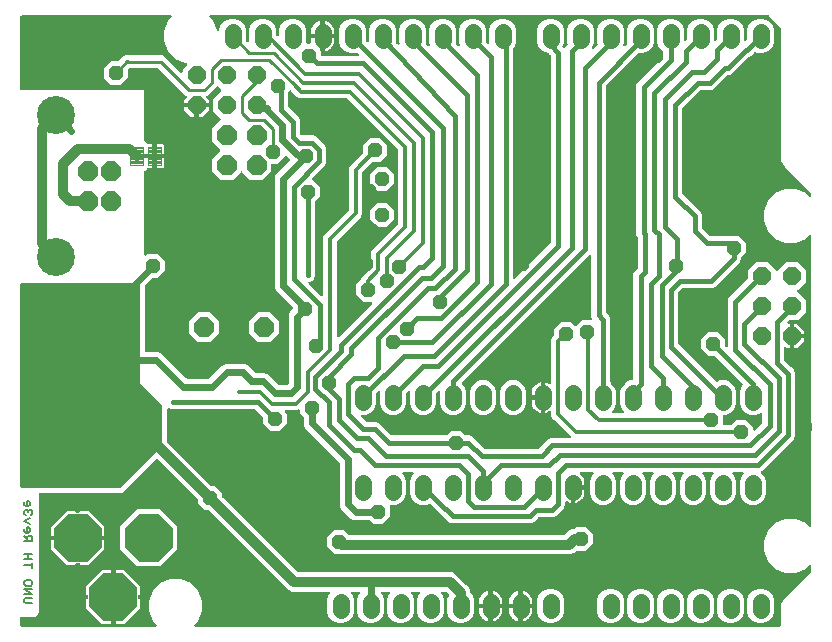
<source format=gbl>
G04 EAGLE Gerber X2 export*
%TF.Part,Single*%
%TF.FileFunction,Copper,L2,Bot,Mixed*%
%TF.FilePolarity,Positive*%
%TF.GenerationSoftware,Autodesk,EAGLE,9.0.1*%
%TF.CreationDate,2019-02-14T11:46:10Z*%
G75*
%MOMM*%
%FSLAX34Y34*%
%LPD*%
%AMOC8*
5,1,8,0,0,1.08239X$1,22.5*%
G01*
%ADD10C,0.127000*%
%ADD11C,1.422400*%
%ADD12P,1.677704X8X292.500000*%
%ADD13P,4.329560X8X202.500000*%
%ADD14P,4.329560X8X112.500000*%
%ADD15C,1.950000*%
%ADD16P,1.814519X8X292.500000*%
%ADD17C,3.216000*%
%ADD18P,1.677704X8X202.500000*%
%ADD19C,0.116838*%
%ADD20P,1.814519X8X112.500000*%
%ADD21C,0.812800*%
%ADD22C,0.609600*%
%ADD23P,1.319650X8X22.500000*%
%ADD24C,0.304800*%
%ADD25C,0.406400*%
%ADD26C,0.254000*%
%ADD27C,0.381000*%

G36*
X122835Y7879D02*
X122835Y7879D01*
X122865Y7876D01*
X122976Y7899D01*
X123088Y7915D01*
X123115Y7927D01*
X123143Y7932D01*
X123244Y7985D01*
X123347Y8031D01*
X123370Y8050D01*
X123396Y8063D01*
X123478Y8141D01*
X123564Y8214D01*
X123581Y8239D01*
X123602Y8259D01*
X123659Y8357D01*
X123722Y8451D01*
X123731Y8479D01*
X123746Y8504D01*
X123773Y8614D01*
X123808Y8722D01*
X123808Y8752D01*
X123816Y8780D01*
X123812Y8893D01*
X123815Y9006D01*
X123808Y9035D01*
X123807Y9064D01*
X123772Y9172D01*
X123743Y9281D01*
X123728Y9307D01*
X123719Y9335D01*
X123674Y9398D01*
X123598Y9526D01*
X123552Y9569D01*
X123524Y9608D01*
X120537Y12595D01*
X117095Y20904D01*
X117095Y29896D01*
X120537Y38205D01*
X126895Y44563D01*
X135204Y48005D01*
X144196Y48005D01*
X152505Y44563D01*
X158863Y38205D01*
X162305Y29896D01*
X162305Y20904D01*
X158863Y12595D01*
X155876Y9608D01*
X155858Y9584D01*
X155836Y9565D01*
X155773Y9471D01*
X155705Y9381D01*
X155694Y9353D01*
X155678Y9329D01*
X155644Y9221D01*
X155604Y9115D01*
X155601Y9086D01*
X155592Y9058D01*
X155589Y8944D01*
X155580Y8832D01*
X155586Y8803D01*
X155585Y8774D01*
X155614Y8664D01*
X155636Y8553D01*
X155649Y8527D01*
X155657Y8499D01*
X155715Y8401D01*
X155767Y8301D01*
X155787Y8279D01*
X155802Y8254D01*
X155885Y8177D01*
X155963Y8095D01*
X155988Y8080D01*
X156009Y8060D01*
X156110Y8008D01*
X156208Y7951D01*
X156236Y7944D01*
X156263Y7930D01*
X156340Y7917D01*
X156484Y7881D01*
X156546Y7883D01*
X156594Y7875D01*
X650400Y7875D01*
X650456Y7883D01*
X650500Y7880D01*
X650716Y7901D01*
X650992Y7968D01*
X650999Y7972D01*
X651005Y7973D01*
X651405Y8139D01*
X651432Y8155D01*
X651461Y8164D01*
X651525Y8210D01*
X651650Y8284D01*
X651694Y8330D01*
X651735Y8359D01*
X652041Y8665D01*
X652059Y8690D01*
X652083Y8710D01*
X652125Y8777D01*
X652212Y8893D01*
X652235Y8953D01*
X652261Y8995D01*
X652427Y9395D01*
X652498Y9670D01*
X652497Y9678D01*
X652499Y9684D01*
X652520Y9900D01*
X652518Y9957D01*
X652525Y10000D01*
X652525Y26966D01*
X653724Y29861D01*
X656082Y32219D01*
X677628Y53764D01*
X677680Y53834D01*
X677740Y53898D01*
X677766Y53948D01*
X677799Y53992D01*
X677830Y54073D01*
X677870Y54151D01*
X677878Y54199D01*
X677900Y54257D01*
X677912Y54405D01*
X677925Y54482D01*
X677925Y59306D01*
X677921Y59335D01*
X677924Y59365D01*
X677901Y59476D01*
X677885Y59588D01*
X677873Y59615D01*
X677868Y59643D01*
X677815Y59744D01*
X677769Y59847D01*
X677750Y59870D01*
X677737Y59896D01*
X677659Y59978D01*
X677586Y60064D01*
X677561Y60081D01*
X677541Y60102D01*
X677443Y60159D01*
X677349Y60222D01*
X677321Y60231D01*
X677296Y60246D01*
X677186Y60273D01*
X677078Y60308D01*
X677048Y60308D01*
X677020Y60316D01*
X676907Y60312D01*
X676794Y60315D01*
X676765Y60308D01*
X676736Y60307D01*
X676628Y60272D01*
X676519Y60243D01*
X676493Y60228D01*
X676465Y60219D01*
X676402Y60174D01*
X676274Y60098D01*
X676231Y60052D01*
X676192Y60024D01*
X673205Y57037D01*
X664896Y53595D01*
X655904Y53595D01*
X647595Y57037D01*
X641237Y63395D01*
X637795Y71704D01*
X637795Y80696D01*
X641237Y89005D01*
X647595Y95363D01*
X655904Y98805D01*
X664896Y98805D01*
X673205Y95363D01*
X676192Y92376D01*
X676216Y92358D01*
X676235Y92336D01*
X676329Y92273D01*
X676419Y92205D01*
X676447Y92194D01*
X676471Y92178D01*
X676579Y92144D01*
X676685Y92104D01*
X676714Y92101D01*
X676742Y92092D01*
X676856Y92089D01*
X676968Y92080D01*
X676997Y92086D01*
X677026Y92085D01*
X677136Y92114D01*
X677247Y92136D01*
X677273Y92149D01*
X677301Y92157D01*
X677399Y92215D01*
X677499Y92267D01*
X677521Y92287D01*
X677546Y92302D01*
X677623Y92385D01*
X677705Y92463D01*
X677720Y92488D01*
X677740Y92509D01*
X677792Y92610D01*
X677849Y92708D01*
X677856Y92736D01*
X677870Y92763D01*
X677883Y92840D01*
X677919Y92984D01*
X677917Y93046D01*
X677925Y93094D01*
X677925Y338706D01*
X677921Y338735D01*
X677924Y338765D01*
X677901Y338876D01*
X677885Y338988D01*
X677873Y339015D01*
X677868Y339043D01*
X677815Y339144D01*
X677769Y339247D01*
X677750Y339270D01*
X677737Y339296D01*
X677659Y339378D01*
X677586Y339464D01*
X677561Y339481D01*
X677541Y339502D01*
X677443Y339559D01*
X677349Y339622D01*
X677321Y339631D01*
X677296Y339646D01*
X677186Y339673D01*
X677078Y339708D01*
X677048Y339708D01*
X677020Y339716D01*
X676907Y339712D01*
X676794Y339715D01*
X676765Y339708D01*
X676736Y339707D01*
X676628Y339672D01*
X676519Y339643D01*
X676493Y339628D01*
X676465Y339619D01*
X676402Y339574D01*
X676274Y339498D01*
X676231Y339452D01*
X676192Y339424D01*
X673205Y336437D01*
X664896Y332995D01*
X655904Y332995D01*
X647595Y336437D01*
X641237Y342795D01*
X637795Y351104D01*
X637795Y360096D01*
X641237Y368405D01*
X647595Y374763D01*
X655904Y378205D01*
X664896Y378205D01*
X673205Y374763D01*
X676192Y371776D01*
X676216Y371758D01*
X676235Y371736D01*
X676329Y371673D01*
X676419Y371605D01*
X676447Y371594D01*
X676471Y371578D01*
X676579Y371544D01*
X676685Y371504D01*
X676714Y371501D01*
X676742Y371492D01*
X676856Y371489D01*
X676968Y371480D01*
X676997Y371486D01*
X677026Y371485D01*
X677136Y371514D01*
X677247Y371536D01*
X677273Y371549D01*
X677301Y371557D01*
X677399Y371615D01*
X677499Y371667D01*
X677521Y371687D01*
X677546Y371702D01*
X677623Y371785D01*
X677705Y371863D01*
X677720Y371888D01*
X677740Y371909D01*
X677792Y372010D01*
X677849Y372108D01*
X677856Y372136D01*
X677870Y372163D01*
X677883Y372240D01*
X677919Y372384D01*
X677917Y372446D01*
X677925Y372494D01*
X677925Y374778D01*
X677913Y374864D01*
X677910Y374952D01*
X677893Y375004D01*
X677885Y375059D01*
X677850Y375139D01*
X677823Y375222D01*
X677795Y375261D01*
X677769Y375319D01*
X677673Y375432D01*
X677628Y375496D01*
X656082Y397041D01*
X653724Y399399D01*
X652525Y402294D01*
X652525Y514478D01*
X652513Y514564D01*
X652510Y514652D01*
X652493Y514704D01*
X652485Y514759D01*
X652450Y514839D01*
X652449Y514840D01*
X652440Y514876D01*
X652435Y514884D01*
X652423Y514922D01*
X652395Y514961D01*
X652369Y515019D01*
X652322Y515074D01*
X652295Y515120D01*
X652255Y515158D01*
X652228Y515196D01*
X642196Y525228D01*
X642126Y525280D01*
X642062Y525340D01*
X642012Y525366D01*
X641968Y525399D01*
X641887Y525430D01*
X641809Y525470D01*
X641761Y525478D01*
X641703Y525500D01*
X641555Y525512D01*
X641478Y525525D01*
X169294Y525525D01*
X169265Y525521D01*
X169235Y525524D01*
X169124Y525501D01*
X169012Y525485D01*
X168985Y525473D01*
X168957Y525468D01*
X168856Y525415D01*
X168753Y525369D01*
X168730Y525350D01*
X168704Y525337D01*
X168622Y525259D01*
X168536Y525186D01*
X168519Y525161D01*
X168498Y525141D01*
X168441Y525043D01*
X168378Y524949D01*
X168369Y524921D01*
X168354Y524896D01*
X168327Y524786D01*
X168292Y524678D01*
X168292Y524648D01*
X168284Y524620D01*
X168288Y524507D01*
X168285Y524394D01*
X168292Y524365D01*
X168293Y524336D01*
X168328Y524228D01*
X168357Y524119D01*
X168372Y524093D01*
X168381Y524065D01*
X168426Y524002D01*
X168502Y523874D01*
X168548Y523831D01*
X168576Y523792D01*
X171563Y520805D01*
X174830Y512918D01*
X174874Y512844D01*
X174909Y512766D01*
X174946Y512722D01*
X174975Y512673D01*
X175037Y512614D01*
X175093Y512549D01*
X175140Y512517D01*
X175181Y512478D01*
X175258Y512439D01*
X175329Y512391D01*
X175383Y512374D01*
X175434Y512348D01*
X175518Y512331D01*
X175600Y512305D01*
X175657Y512304D01*
X175713Y512293D01*
X175798Y512300D01*
X175884Y512298D01*
X175939Y512312D01*
X175996Y512317D01*
X176076Y512348D01*
X176159Y512370D01*
X176208Y512399D01*
X176261Y512419D01*
X176330Y512471D01*
X176404Y512515D01*
X176443Y512557D01*
X176488Y512591D01*
X176539Y512660D01*
X176598Y512722D01*
X176624Y512773D01*
X176658Y512819D01*
X176689Y512899D01*
X176728Y512976D01*
X176736Y513024D01*
X176759Y513085D01*
X176770Y513229D01*
X176783Y513307D01*
X176783Y513779D01*
X178485Y517887D01*
X181629Y521031D01*
X185737Y522733D01*
X190183Y522733D01*
X194291Y521031D01*
X197435Y517887D01*
X199137Y513779D01*
X199137Y504651D01*
X199148Y504569D01*
X199150Y504486D01*
X199168Y504429D01*
X199177Y504370D01*
X199210Y504294D01*
X199235Y504215D01*
X199265Y504172D01*
X199293Y504110D01*
X199383Y504004D01*
X199428Y503940D01*
X200444Y502905D01*
X200471Y502885D01*
X200493Y502859D01*
X200583Y502799D01*
X200669Y502732D01*
X200701Y502720D01*
X200729Y502701D01*
X200833Y502669D01*
X200934Y502629D01*
X200968Y502626D01*
X201000Y502616D01*
X201109Y502613D01*
X201217Y502603D01*
X201251Y502609D01*
X201284Y502608D01*
X201390Y502636D01*
X201497Y502656D01*
X201527Y502672D01*
X201559Y502680D01*
X201653Y502736D01*
X201750Y502785D01*
X201775Y502808D01*
X201804Y502825D01*
X201878Y502905D01*
X201958Y502979D01*
X201975Y503008D01*
X201998Y503033D01*
X202048Y503129D01*
X202104Y503223D01*
X202112Y503256D01*
X202128Y503286D01*
X202141Y503363D01*
X202176Y503498D01*
X202175Y503566D01*
X202183Y503617D01*
X202183Y513779D01*
X203885Y517887D01*
X207029Y521031D01*
X211137Y522733D01*
X215583Y522733D01*
X219691Y521031D01*
X222835Y517887D01*
X224537Y513779D01*
X224537Y509719D01*
X224549Y509633D01*
X224552Y509545D01*
X224569Y509493D01*
X224577Y509438D01*
X224612Y509358D01*
X224639Y509275D01*
X224667Y509236D01*
X224693Y509179D01*
X224789Y509065D01*
X224834Y509002D01*
X225850Y507986D01*
X225874Y507968D01*
X225893Y507945D01*
X225987Y507883D01*
X226077Y507815D01*
X226105Y507804D01*
X226129Y507788D01*
X226237Y507754D01*
X226343Y507713D01*
X226372Y507711D01*
X226400Y507702D01*
X226514Y507699D01*
X226626Y507690D01*
X226655Y507696D01*
X226684Y507695D01*
X226794Y507723D01*
X226905Y507746D01*
X226931Y507759D01*
X226959Y507767D01*
X227057Y507824D01*
X227157Y507877D01*
X227179Y507897D01*
X227204Y507912D01*
X227281Y507995D01*
X227363Y508072D01*
X227378Y508098D01*
X227398Y508119D01*
X227450Y508220D01*
X227507Y508318D01*
X227514Y508346D01*
X227528Y508372D01*
X227541Y508450D01*
X227577Y508593D01*
X227575Y508656D01*
X227583Y508703D01*
X227583Y513779D01*
X229285Y517887D01*
X232429Y521031D01*
X236537Y522733D01*
X240983Y522733D01*
X245091Y521031D01*
X248235Y517887D01*
X249937Y513779D01*
X249937Y502666D01*
X249945Y502608D01*
X249943Y502550D01*
X249965Y502468D01*
X249977Y502384D01*
X250000Y502331D01*
X250015Y502275D01*
X250058Y502202D01*
X250093Y502125D01*
X250131Y502080D01*
X250160Y502030D01*
X250222Y501972D01*
X250276Y501908D01*
X250325Y501876D01*
X250368Y501836D01*
X250443Y501797D01*
X250513Y501750D01*
X250569Y501733D01*
X250621Y501706D01*
X250689Y501695D01*
X250784Y501665D01*
X250884Y501662D01*
X250952Y501651D01*
X253641Y501651D01*
X253776Y501670D01*
X253913Y501688D01*
X253918Y501690D01*
X253922Y501691D01*
X254048Y501747D01*
X254174Y501802D01*
X254177Y501805D01*
X254182Y501807D01*
X254287Y501896D01*
X254392Y501984D01*
X254395Y501988D01*
X254399Y501990D01*
X254475Y502105D01*
X254552Y502219D01*
X254554Y502223D01*
X254556Y502227D01*
X254597Y502357D01*
X254640Y502489D01*
X254640Y502493D01*
X254642Y502498D01*
X254649Y502782D01*
X254643Y502805D01*
X254643Y502825D01*
X254507Y503684D01*
X254507Y505969D01*
X262129Y505969D01*
X262129Y496881D01*
X262141Y496795D01*
X262144Y496707D01*
X262161Y496655D01*
X262169Y496600D01*
X262204Y496520D01*
X262231Y496437D01*
X262259Y496397D01*
X262285Y496340D01*
X262381Y496227D01*
X262426Y496163D01*
X262891Y495699D01*
X262891Y492252D01*
X262899Y492194D01*
X262897Y492136D01*
X262919Y492054D01*
X262931Y491970D01*
X262954Y491917D01*
X262969Y491861D01*
X263012Y491788D01*
X263047Y491711D01*
X263085Y491666D01*
X263114Y491616D01*
X263176Y491558D01*
X263230Y491494D01*
X263279Y491462D01*
X263322Y491422D01*
X263397Y491383D01*
X263467Y491336D01*
X263523Y491319D01*
X263575Y491292D01*
X263643Y491281D01*
X263738Y491251D01*
X263838Y491248D01*
X263906Y491237D01*
X293980Y491237D01*
X294009Y491241D01*
X294038Y491238D01*
X294149Y491261D01*
X294262Y491277D01*
X294288Y491289D01*
X294317Y491294D01*
X294418Y491346D01*
X294521Y491393D01*
X294544Y491412D01*
X294569Y491425D01*
X294652Y491503D01*
X294738Y491576D01*
X294754Y491601D01*
X294776Y491621D01*
X294833Y491719D01*
X294896Y491813D01*
X294905Y491841D01*
X294919Y491866D01*
X294947Y491976D01*
X294981Y492084D01*
X294982Y492114D01*
X294989Y492142D01*
X294986Y492255D01*
X294989Y492368D01*
X294981Y492397D01*
X294980Y492426D01*
X294946Y492534D01*
X294917Y492643D01*
X294902Y492669D01*
X294893Y492697D01*
X294847Y492760D01*
X294772Y492888D01*
X294726Y492931D01*
X294698Y492970D01*
X294114Y493554D01*
X294112Y493555D01*
X294111Y493556D01*
X293993Y493645D01*
X293886Y493725D01*
X293885Y493726D01*
X293884Y493727D01*
X293750Y493777D01*
X293621Y493826D01*
X293619Y493826D01*
X293618Y493827D01*
X293479Y493838D01*
X293338Y493850D01*
X293336Y493850D01*
X293334Y493850D01*
X293320Y493846D01*
X293059Y493794D01*
X293032Y493780D01*
X293007Y493774D01*
X291783Y493267D01*
X287337Y493267D01*
X283229Y494969D01*
X280085Y498113D01*
X278383Y502221D01*
X278383Y513779D01*
X280085Y517887D01*
X283229Y521031D01*
X287337Y522733D01*
X291783Y522733D01*
X295891Y521031D01*
X299035Y517887D01*
X300737Y513779D01*
X300737Y504596D01*
X300749Y504509D01*
X300752Y504422D01*
X300769Y504369D01*
X300777Y504314D01*
X300812Y504235D01*
X300839Y504151D01*
X300867Y504112D01*
X300893Y504055D01*
X300989Y503942D01*
X301034Y503878D01*
X302050Y502862D01*
X302074Y502844D01*
X302093Y502822D01*
X302187Y502759D01*
X302277Y502691D01*
X302305Y502681D01*
X302329Y502664D01*
X302437Y502630D01*
X302543Y502590D01*
X302572Y502587D01*
X302600Y502579D01*
X302714Y502576D01*
X302826Y502566D01*
X302855Y502572D01*
X302884Y502571D01*
X302994Y502600D01*
X303105Y502622D01*
X303131Y502636D01*
X303159Y502643D01*
X303257Y502701D01*
X303357Y502753D01*
X303379Y502773D01*
X303404Y502788D01*
X303481Y502871D01*
X303563Y502949D01*
X303578Y502974D01*
X303598Y502996D01*
X303650Y503097D01*
X303707Y503194D01*
X303714Y503223D01*
X303728Y503249D01*
X303741Y503326D01*
X303777Y503470D01*
X303775Y503532D01*
X303783Y503580D01*
X303783Y513779D01*
X305485Y517887D01*
X308629Y521031D01*
X312737Y522733D01*
X317183Y522733D01*
X321291Y521031D01*
X324435Y517887D01*
X326137Y513779D01*
X326137Y502883D01*
X326147Y502811D01*
X326147Y502739D01*
X326167Y502671D01*
X326177Y502601D01*
X326206Y502536D01*
X326226Y502466D01*
X326260Y502416D01*
X326293Y502342D01*
X326370Y502250D01*
X326413Y502187D01*
X327588Y500938D01*
X327667Y500875D01*
X327741Y500805D01*
X327778Y500786D01*
X327810Y500760D01*
X327904Y500722D01*
X327993Y500675D01*
X328034Y500667D01*
X328073Y500651D01*
X328173Y500640D01*
X328272Y500620D01*
X328314Y500624D01*
X328355Y500619D01*
X328455Y500636D01*
X328556Y500645D01*
X328594Y500660D01*
X328635Y500667D01*
X328727Y500710D01*
X328821Y500747D01*
X328854Y500772D01*
X328891Y500790D01*
X328967Y500857D01*
X329048Y500918D01*
X329072Y500952D01*
X329103Y500979D01*
X329157Y501065D01*
X329218Y501146D01*
X329232Y501185D01*
X329255Y501220D01*
X329282Y501318D01*
X329318Y501412D01*
X329321Y501453D01*
X329333Y501493D01*
X329333Y501595D01*
X329341Y501695D01*
X329333Y501731D01*
X329332Y501778D01*
X329281Y501956D01*
X329265Y502023D01*
X329183Y502221D01*
X329183Y513779D01*
X330885Y517887D01*
X334029Y521031D01*
X338137Y522733D01*
X342583Y522733D01*
X346691Y521031D01*
X349835Y517887D01*
X351537Y513779D01*
X351537Y502056D01*
X351549Y501969D01*
X351552Y501882D01*
X351569Y501829D01*
X351577Y501774D01*
X351612Y501695D01*
X351639Y501611D01*
X351667Y501572D01*
X351693Y501515D01*
X351789Y501402D01*
X351834Y501338D01*
X353542Y499630D01*
X353611Y499578D01*
X353674Y499519D01*
X353724Y499493D01*
X353770Y499459D01*
X353850Y499428D01*
X353926Y499389D01*
X353982Y499378D01*
X354035Y499358D01*
X354121Y499350D01*
X354205Y499334D01*
X354262Y499339D01*
X354319Y499334D01*
X354403Y499351D01*
X354488Y499358D01*
X354542Y499379D01*
X354597Y499390D01*
X354674Y499429D01*
X354754Y499460D01*
X354799Y499495D01*
X354850Y499521D01*
X354912Y499580D01*
X354980Y499632D01*
X355014Y499677D01*
X355056Y499717D01*
X355099Y499791D01*
X355151Y499860D01*
X355171Y499913D01*
X355199Y499962D01*
X355221Y500045D01*
X355251Y500126D01*
X355256Y500182D01*
X355270Y500237D01*
X355267Y500323D01*
X355274Y500409D01*
X355263Y500457D01*
X355261Y500522D01*
X355216Y500659D01*
X355198Y500736D01*
X354583Y502221D01*
X354583Y513779D01*
X356285Y517887D01*
X359429Y521031D01*
X363537Y522733D01*
X367983Y522733D01*
X372091Y521031D01*
X375235Y517887D01*
X376937Y513779D01*
X376937Y502056D01*
X376949Y501969D01*
X376952Y501882D01*
X376969Y501829D01*
X376977Y501774D01*
X377012Y501695D01*
X377039Y501611D01*
X377067Y501572D01*
X377093Y501515D01*
X377189Y501402D01*
X377234Y501338D01*
X378942Y499630D01*
X379011Y499578D01*
X379074Y499519D01*
X379124Y499493D01*
X379170Y499459D01*
X379250Y499428D01*
X379326Y499389D01*
X379382Y499378D01*
X379435Y499358D01*
X379521Y499350D01*
X379605Y499334D01*
X379662Y499339D01*
X379719Y499334D01*
X379803Y499351D01*
X379888Y499358D01*
X379942Y499379D01*
X379997Y499390D01*
X380074Y499429D01*
X380154Y499460D01*
X380199Y499495D01*
X380250Y499521D01*
X380312Y499580D01*
X380380Y499632D01*
X380414Y499677D01*
X380456Y499717D01*
X380499Y499791D01*
X380551Y499860D01*
X380571Y499913D01*
X380599Y499962D01*
X380621Y500045D01*
X380651Y500126D01*
X380656Y500182D01*
X380670Y500237D01*
X380667Y500323D01*
X380674Y500409D01*
X380663Y500457D01*
X380661Y500522D01*
X380616Y500659D01*
X380598Y500736D01*
X379983Y502221D01*
X379983Y513779D01*
X381685Y517887D01*
X384829Y521031D01*
X388937Y522733D01*
X393383Y522733D01*
X397491Y521031D01*
X400635Y517887D01*
X402337Y513779D01*
X402337Y503326D01*
X402349Y503239D01*
X402352Y503152D01*
X402369Y503099D01*
X402377Y503044D01*
X402412Y502965D01*
X402422Y502935D01*
X402424Y502925D01*
X402426Y502923D01*
X402439Y502881D01*
X402467Y502842D01*
X402493Y502785D01*
X402543Y502726D01*
X402570Y502681D01*
X402607Y502646D01*
X402634Y502608D01*
X403650Y501592D01*
X403674Y501574D01*
X403693Y501552D01*
X403787Y501489D01*
X403877Y501421D01*
X403905Y501411D01*
X403929Y501394D01*
X404037Y501360D01*
X404143Y501320D01*
X404172Y501317D01*
X404200Y501309D01*
X404314Y501306D01*
X404426Y501296D01*
X404455Y501302D01*
X404484Y501301D01*
X404594Y501330D01*
X404705Y501352D01*
X404731Y501366D01*
X404759Y501373D01*
X404857Y501431D01*
X404957Y501483D01*
X404979Y501503D01*
X405004Y501518D01*
X405081Y501601D01*
X405163Y501679D01*
X405178Y501704D01*
X405198Y501726D01*
X405250Y501827D01*
X405307Y501924D01*
X405314Y501953D01*
X405328Y501979D01*
X405341Y502056D01*
X405377Y502200D01*
X405375Y502262D01*
X405383Y502310D01*
X405383Y513779D01*
X407085Y517887D01*
X410229Y521031D01*
X414337Y522733D01*
X418783Y522733D01*
X422891Y521031D01*
X426035Y517887D01*
X427737Y513779D01*
X427737Y502221D01*
X426035Y498113D01*
X425494Y497572D01*
X425442Y497502D01*
X425382Y497438D01*
X425356Y497389D01*
X425323Y497345D01*
X425292Y497263D01*
X425252Y497185D01*
X425244Y497138D01*
X425222Y497079D01*
X425210Y496931D01*
X425197Y496854D01*
X425197Y302920D01*
X425201Y302891D01*
X425198Y302862D01*
X425221Y302751D01*
X425237Y302638D01*
X425249Y302612D01*
X425254Y302583D01*
X425306Y302482D01*
X425353Y302379D01*
X425372Y302356D01*
X425385Y302331D01*
X425463Y302248D01*
X425536Y302162D01*
X425561Y302146D01*
X425581Y302124D01*
X425679Y302067D01*
X425773Y302004D01*
X425801Y301995D01*
X425826Y301981D01*
X425936Y301953D01*
X426044Y301919D01*
X426074Y301918D01*
X426102Y301911D01*
X426215Y301914D01*
X426328Y301911D01*
X426357Y301919D01*
X426386Y301920D01*
X426494Y301954D01*
X426603Y301983D01*
X426629Y301998D01*
X426657Y302007D01*
X426720Y302053D01*
X426848Y302128D01*
X426891Y302174D01*
X426930Y302202D01*
X457156Y332428D01*
X457208Y332498D01*
X457268Y332562D01*
X457294Y332611D01*
X457327Y332655D01*
X457358Y332737D01*
X457398Y332815D01*
X457406Y332862D01*
X457428Y332921D01*
X457440Y333069D01*
X457453Y333146D01*
X457453Y491084D01*
X457441Y491171D01*
X457438Y491258D01*
X457421Y491311D01*
X457413Y491366D01*
X457378Y491445D01*
X457351Y491529D01*
X457323Y491568D01*
X457297Y491625D01*
X457201Y491738D01*
X457184Y491762D01*
X457180Y491770D01*
X457177Y491772D01*
X457156Y491802D01*
X455988Y492970D01*
X455918Y493022D01*
X455854Y493082D01*
X455805Y493108D01*
X455761Y493141D01*
X455679Y493172D01*
X455601Y493212D01*
X455554Y493220D01*
X455495Y493242D01*
X455347Y493254D01*
X455270Y493267D01*
X454977Y493267D01*
X450869Y494969D01*
X447725Y498113D01*
X446023Y502221D01*
X446023Y513779D01*
X447725Y517887D01*
X450869Y521031D01*
X454977Y522733D01*
X459423Y522733D01*
X463531Y521031D01*
X466675Y517887D01*
X468377Y513779D01*
X468377Y502221D01*
X467349Y499740D01*
X467349Y499738D01*
X467348Y499737D01*
X467314Y499602D01*
X467278Y499464D01*
X467278Y499463D01*
X467278Y499461D01*
X467282Y499320D01*
X467286Y499180D01*
X467287Y499179D01*
X467287Y499177D01*
X467330Y499044D01*
X467373Y498909D01*
X467374Y498908D01*
X467374Y498906D01*
X467383Y498894D01*
X467531Y498673D01*
X467555Y498653D01*
X467569Y498633D01*
X468045Y498157D01*
X468136Y498088D01*
X468225Y498014D01*
X468250Y498003D01*
X468272Y497986D01*
X468379Y497945D01*
X468484Y497899D01*
X468512Y497895D01*
X468538Y497885D01*
X468652Y497876D01*
X468766Y497860D01*
X468794Y497864D01*
X468821Y497861D01*
X468934Y497884D01*
X469047Y497900D01*
X469073Y497912D01*
X469100Y497917D01*
X469202Y497970D01*
X469306Y498018D01*
X469328Y498036D01*
X469352Y498048D01*
X469435Y498127D01*
X469523Y498202D01*
X469536Y498223D01*
X469558Y498244D01*
X469693Y498474D01*
X469701Y498487D01*
X469811Y498754D01*
X471487Y500429D01*
X471488Y500430D01*
X471489Y500431D01*
X471574Y500545D01*
X471658Y500656D01*
X471659Y500658D01*
X471659Y500659D01*
X471708Y500788D01*
X471759Y500922D01*
X471759Y500924D01*
X471760Y500925D01*
X471771Y501063D01*
X471783Y501205D01*
X471782Y501207D01*
X471783Y501208D01*
X471779Y501223D01*
X471727Y501484D01*
X471713Y501511D01*
X471707Y501536D01*
X471423Y502221D01*
X471423Y513779D01*
X473125Y517887D01*
X476269Y521031D01*
X480377Y522733D01*
X484823Y522733D01*
X488931Y521031D01*
X492075Y517887D01*
X493777Y513779D01*
X493777Y502221D01*
X492264Y498568D01*
X492242Y498485D01*
X492212Y498405D01*
X492207Y498348D01*
X492193Y498293D01*
X492195Y498207D01*
X492188Y498121D01*
X492199Y498065D01*
X492201Y498009D01*
X492227Y497927D01*
X492244Y497842D01*
X492270Y497792D01*
X492288Y497738D01*
X492335Y497666D01*
X492375Y497590D01*
X492414Y497549D01*
X492446Y497502D01*
X492511Y497446D01*
X492571Y497384D01*
X492620Y497355D01*
X492663Y497319D01*
X492742Y497284D01*
X492816Y497240D01*
X492871Y497226D01*
X492923Y497203D01*
X493008Y497191D01*
X493092Y497170D01*
X493148Y497172D01*
X493205Y497164D01*
X493290Y497177D01*
X493376Y497179D01*
X493430Y497197D01*
X493486Y497205D01*
X493564Y497240D01*
X493646Y497267D01*
X493686Y497295D01*
X493745Y497322D01*
X493856Y497416D01*
X493920Y497462D01*
X496887Y500429D01*
X496888Y500430D01*
X496889Y500431D01*
X496978Y500550D01*
X497058Y500656D01*
X497058Y500658D01*
X497059Y500659D01*
X497109Y500790D01*
X497159Y500922D01*
X497159Y500924D01*
X497160Y500925D01*
X497171Y501064D01*
X497183Y501205D01*
X497182Y501207D01*
X497183Y501208D01*
X497179Y501223D01*
X497127Y501484D01*
X497113Y501511D01*
X497107Y501536D01*
X496823Y502221D01*
X496823Y513779D01*
X498525Y517887D01*
X501669Y521031D01*
X505777Y522733D01*
X510223Y522733D01*
X514331Y521031D01*
X517475Y517887D01*
X519177Y513779D01*
X519177Y502221D01*
X518562Y500736D01*
X518540Y500653D01*
X518510Y500573D01*
X518505Y500516D01*
X518491Y500461D01*
X518493Y500375D01*
X518486Y500289D01*
X518497Y500233D01*
X518499Y500177D01*
X518525Y500095D01*
X518542Y500011D01*
X518568Y499960D01*
X518586Y499906D01*
X518633Y499834D01*
X518673Y499758D01*
X518712Y499717D01*
X518744Y499670D01*
X518810Y499614D01*
X518869Y499552D01*
X518918Y499523D01*
X518961Y499487D01*
X519040Y499452D01*
X519114Y499408D01*
X519169Y499394D01*
X519221Y499371D01*
X519306Y499359D01*
X519390Y499338D01*
X519446Y499340D01*
X519503Y499332D01*
X519588Y499345D01*
X519674Y499347D01*
X519728Y499365D01*
X519784Y499373D01*
X519862Y499408D01*
X519944Y499435D01*
X519984Y499463D01*
X520043Y499490D01*
X520154Y499584D01*
X520218Y499630D01*
X521926Y501338D01*
X521978Y501408D01*
X522038Y501472D01*
X522064Y501521D01*
X522097Y501565D01*
X522128Y501647D01*
X522168Y501725D01*
X522176Y501772D01*
X522198Y501831D01*
X522210Y501979D01*
X522223Y502056D01*
X522223Y513779D01*
X523925Y517887D01*
X527069Y521031D01*
X531177Y522733D01*
X535623Y522733D01*
X539731Y521031D01*
X542875Y517887D01*
X544577Y513779D01*
X544577Y502221D01*
X542875Y498113D01*
X539731Y494969D01*
X535623Y493267D01*
X531520Y493267D01*
X531433Y493255D01*
X531346Y493252D01*
X531293Y493235D01*
X531238Y493227D01*
X531159Y493192D01*
X531075Y493165D01*
X531036Y493137D01*
X530979Y493111D01*
X530866Y493015D01*
X530802Y492970D01*
X504234Y466402D01*
X504182Y466332D01*
X504122Y466268D01*
X504096Y466219D01*
X504063Y466175D01*
X504032Y466093D01*
X503992Y466015D01*
X503984Y465968D01*
X503962Y465909D01*
X503950Y465761D01*
X503937Y465684D01*
X503937Y274726D01*
X503949Y274639D01*
X503952Y274552D01*
X503969Y274499D01*
X503977Y274444D01*
X504012Y274365D01*
X504039Y274281D01*
X504067Y274242D01*
X504093Y274185D01*
X504189Y274072D01*
X504234Y274008D01*
X506819Y271424D01*
X507747Y269183D01*
X507747Y215616D01*
X507759Y215529D01*
X507762Y215442D01*
X507779Y215389D01*
X507787Y215335D01*
X507822Y215255D01*
X507849Y215172D01*
X507877Y215132D01*
X507903Y215075D01*
X507999Y214962D01*
X508044Y214898D01*
X511125Y211817D01*
X512827Y207709D01*
X512827Y196151D01*
X511125Y192043D01*
X509284Y190202D01*
X509266Y190178D01*
X509244Y190159D01*
X509181Y190065D01*
X509113Y189975D01*
X509103Y189947D01*
X509087Y189923D01*
X509052Y189815D01*
X509012Y189709D01*
X509010Y189680D01*
X509001Y189652D01*
X508998Y189538D01*
X508988Y189426D01*
X508994Y189397D01*
X508993Y189368D01*
X509022Y189258D01*
X509044Y189147D01*
X509058Y189121D01*
X509065Y189093D01*
X509123Y188995D01*
X509175Y188895D01*
X509196Y188873D01*
X509211Y188848D01*
X509293Y188771D01*
X509371Y188689D01*
X509396Y188674D01*
X509418Y188654D01*
X509519Y188602D01*
X509616Y188545D01*
X509645Y188538D01*
X509671Y188524D01*
X509748Y188511D01*
X509892Y188475D01*
X509954Y188477D01*
X510002Y188469D01*
X518698Y188469D01*
X518727Y188473D01*
X518756Y188470D01*
X518867Y188493D01*
X518979Y188509D01*
X519006Y188521D01*
X519035Y188526D01*
X519136Y188579D01*
X519239Y188625D01*
X519261Y188644D01*
X519287Y188657D01*
X519369Y188735D01*
X519456Y188808D01*
X519472Y188833D01*
X519493Y188853D01*
X519551Y188951D01*
X519613Y189045D01*
X519622Y189073D01*
X519637Y189098D01*
X519665Y189208D01*
X519699Y189316D01*
X519700Y189346D01*
X519707Y189374D01*
X519704Y189487D01*
X519707Y189600D01*
X519699Y189629D01*
X519698Y189658D01*
X519663Y189766D01*
X519635Y189875D01*
X519620Y189901D01*
X519611Y189929D01*
X519565Y189992D01*
X519489Y190120D01*
X519444Y190163D01*
X519416Y190202D01*
X517575Y192043D01*
X515873Y196151D01*
X515873Y207709D01*
X517575Y211817D01*
X520719Y214961D01*
X524827Y216663D01*
X526288Y216663D01*
X526346Y216671D01*
X526404Y216669D01*
X526486Y216691D01*
X526570Y216703D01*
X526623Y216726D01*
X526679Y216741D01*
X526752Y216784D01*
X526829Y216819D01*
X526874Y216857D01*
X526924Y216886D01*
X526982Y216948D01*
X527046Y217002D01*
X527078Y217051D01*
X527118Y217094D01*
X527157Y217169D01*
X527204Y217239D01*
X527221Y217295D01*
X527248Y217347D01*
X527259Y217415D01*
X527289Y217510D01*
X527292Y217610D01*
X527303Y217678D01*
X527303Y306013D01*
X528231Y308254D01*
X530816Y310838D01*
X530868Y310908D01*
X530928Y310972D01*
X530954Y311021D01*
X530987Y311065D01*
X531018Y311147D01*
X531058Y311225D01*
X531066Y311272D01*
X531088Y311331D01*
X531100Y311479D01*
X531113Y311556D01*
X531113Y337414D01*
X531101Y337501D01*
X531098Y337588D01*
X531081Y337641D01*
X531073Y337696D01*
X531038Y337775D01*
X531011Y337859D01*
X530983Y337898D01*
X530957Y337955D01*
X530861Y338068D01*
X530816Y338132D01*
X530771Y338176D01*
X529843Y340417D01*
X529843Y466033D01*
X530771Y468274D01*
X552406Y489908D01*
X552458Y489978D01*
X552518Y490042D01*
X552544Y490091D01*
X552577Y490135D01*
X552608Y490217D01*
X552648Y490295D01*
X552656Y490342D01*
X552678Y490401D01*
X552690Y490549D01*
X552703Y490626D01*
X552703Y494314D01*
X552691Y494401D01*
X552688Y494488D01*
X552671Y494541D01*
X552663Y494595D01*
X552628Y494675D01*
X552601Y494758D01*
X552573Y494798D01*
X552547Y494855D01*
X552451Y494968D01*
X552406Y495032D01*
X549325Y498113D01*
X547623Y502221D01*
X547623Y513779D01*
X549325Y517887D01*
X552469Y521031D01*
X556577Y522733D01*
X561023Y522733D01*
X565131Y521031D01*
X568275Y517887D01*
X569977Y513779D01*
X569977Y504850D01*
X569981Y504821D01*
X569978Y504792D01*
X570001Y504681D01*
X570017Y504568D01*
X570029Y504542D01*
X570034Y504513D01*
X570086Y504412D01*
X570133Y504309D01*
X570152Y504286D01*
X570165Y504261D01*
X570243Y504178D01*
X570316Y504092D01*
X570341Y504076D01*
X570361Y504054D01*
X570459Y503997D01*
X570553Y503934D01*
X570581Y503925D01*
X570606Y503911D01*
X570716Y503883D01*
X570824Y503849D01*
X570854Y503848D01*
X570882Y503841D01*
X570995Y503844D01*
X571108Y503841D01*
X571137Y503849D01*
X571166Y503850D01*
X571274Y503884D01*
X571383Y503913D01*
X571409Y503928D01*
X571437Y503937D01*
X571500Y503983D01*
X571628Y504058D01*
X571671Y504104D01*
X571710Y504132D01*
X572726Y505148D01*
X572778Y505218D01*
X572838Y505282D01*
X572864Y505331D01*
X572897Y505375D01*
X572928Y505457D01*
X572968Y505535D01*
X572976Y505582D01*
X572998Y505641D01*
X573010Y505789D01*
X573023Y505866D01*
X573023Y513779D01*
X574725Y517887D01*
X577869Y521031D01*
X581977Y522733D01*
X586423Y522733D01*
X590531Y521031D01*
X593675Y517887D01*
X595377Y513779D01*
X595377Y504850D01*
X595381Y504821D01*
X595378Y504792D01*
X595401Y504681D01*
X595417Y504568D01*
X595429Y504542D01*
X595434Y504513D01*
X595486Y504412D01*
X595533Y504309D01*
X595552Y504286D01*
X595565Y504261D01*
X595643Y504178D01*
X595716Y504092D01*
X595741Y504076D01*
X595761Y504054D01*
X595859Y503997D01*
X595953Y503934D01*
X595981Y503925D01*
X596006Y503911D01*
X596116Y503883D01*
X596224Y503849D01*
X596254Y503848D01*
X596282Y503841D01*
X596395Y503844D01*
X596508Y503841D01*
X596537Y503849D01*
X596566Y503850D01*
X596674Y503884D01*
X596783Y503913D01*
X596809Y503928D01*
X596837Y503937D01*
X596900Y503983D01*
X597028Y504058D01*
X597071Y504104D01*
X597110Y504132D01*
X598126Y505148D01*
X598178Y505218D01*
X598238Y505282D01*
X598264Y505331D01*
X598297Y505375D01*
X598328Y505457D01*
X598368Y505535D01*
X598376Y505582D01*
X598398Y505641D01*
X598410Y505789D01*
X598423Y505866D01*
X598423Y513779D01*
X600125Y517887D01*
X603269Y521031D01*
X607377Y522733D01*
X611823Y522733D01*
X615931Y521031D01*
X619075Y517887D01*
X620777Y513779D01*
X620777Y504850D01*
X620781Y504821D01*
X620778Y504792D01*
X620801Y504681D01*
X620817Y504568D01*
X620829Y504542D01*
X620834Y504513D01*
X620886Y504412D01*
X620933Y504309D01*
X620952Y504286D01*
X620965Y504261D01*
X621043Y504178D01*
X621116Y504092D01*
X621141Y504076D01*
X621161Y504054D01*
X621259Y503997D01*
X621353Y503934D01*
X621381Y503925D01*
X621406Y503911D01*
X621516Y503883D01*
X621624Y503849D01*
X621654Y503848D01*
X621682Y503841D01*
X621795Y503844D01*
X621908Y503841D01*
X621937Y503849D01*
X621966Y503850D01*
X622074Y503884D01*
X622183Y503913D01*
X622209Y503928D01*
X622237Y503937D01*
X622300Y503983D01*
X622428Y504058D01*
X622471Y504104D01*
X622510Y504132D01*
X623526Y505148D01*
X623578Y505218D01*
X623638Y505282D01*
X623664Y505331D01*
X623697Y505375D01*
X623728Y505457D01*
X623768Y505535D01*
X623776Y505582D01*
X623798Y505641D01*
X623810Y505789D01*
X623823Y505866D01*
X623823Y513779D01*
X625525Y517887D01*
X628669Y521031D01*
X632777Y522733D01*
X637223Y522733D01*
X641331Y521031D01*
X644475Y517887D01*
X646177Y513779D01*
X646177Y502221D01*
X644475Y498113D01*
X641331Y494969D01*
X637223Y493267D01*
X632777Y493267D01*
X630655Y494146D01*
X630653Y494147D01*
X630652Y494147D01*
X630519Y494181D01*
X630379Y494217D01*
X630378Y494217D01*
X630376Y494218D01*
X630236Y494213D01*
X630095Y494209D01*
X630094Y494209D01*
X630092Y494209D01*
X629959Y494166D01*
X629824Y494122D01*
X629823Y494122D01*
X629822Y494121D01*
X629810Y494112D01*
X629588Y493964D01*
X629569Y493941D01*
X629548Y493926D01*
X627024Y491401D01*
X625042Y490581D01*
X625015Y490565D01*
X624986Y490555D01*
X624922Y490510D01*
X624797Y490436D01*
X624753Y490389D01*
X624713Y490361D01*
X612371Y478019D01*
X610514Y476161D01*
X608273Y475233D01*
X607466Y475233D01*
X607379Y475221D01*
X607292Y475218D01*
X607239Y475201D01*
X607184Y475193D01*
X607105Y475158D01*
X607021Y475131D01*
X606982Y475103D01*
X606925Y475077D01*
X606812Y474981D01*
X606748Y474936D01*
X595274Y463461D01*
X593033Y462533D01*
X584606Y462533D01*
X584519Y462521D01*
X584432Y462518D01*
X584379Y462501D01*
X584324Y462493D01*
X584245Y462458D01*
X584161Y462431D01*
X584122Y462403D01*
X584065Y462377D01*
X583952Y462281D01*
X583888Y462236D01*
X569004Y447352D01*
X568952Y447282D01*
X568892Y447218D01*
X568866Y447169D01*
X568833Y447125D01*
X568802Y447043D01*
X568762Y446965D01*
X568754Y446918D01*
X568732Y446859D01*
X568720Y446711D01*
X568707Y446634D01*
X568707Y375056D01*
X568719Y374969D01*
X568722Y374882D01*
X568739Y374829D01*
X568747Y374774D01*
X568782Y374695D01*
X568809Y374611D01*
X568837Y374572D01*
X568863Y374515D01*
X568959Y374402D01*
X569004Y374338D01*
X584289Y359054D01*
X585217Y356813D01*
X585217Y345846D01*
X585229Y345759D01*
X585232Y345672D01*
X585249Y345619D01*
X585257Y345564D01*
X585292Y345485D01*
X585319Y345401D01*
X585347Y345362D01*
X585373Y345305D01*
X585469Y345192D01*
X585514Y345128D01*
X591508Y339134D01*
X591578Y339082D01*
X591642Y339022D01*
X591691Y338996D01*
X591735Y338963D01*
X591817Y338932D01*
X591895Y338892D01*
X591942Y338884D01*
X592001Y338862D01*
X592149Y338850D01*
X592226Y338837D01*
X607257Y338837D01*
X607343Y338849D01*
X607431Y338852D01*
X607484Y338869D01*
X607538Y338877D01*
X607618Y338912D01*
X607701Y338939D01*
X607741Y338967D01*
X607798Y338993D01*
X607911Y339089D01*
X607914Y339091D01*
X616349Y339091D01*
X622301Y333139D01*
X622301Y324721D01*
X618534Y320955D01*
X618482Y320885D01*
X618422Y320821D01*
X618396Y320772D01*
X618363Y320728D01*
X618332Y320646D01*
X618292Y320568D01*
X618284Y320520D01*
X618262Y320462D01*
X618250Y320314D01*
X618237Y320237D01*
X618237Y318827D01*
X617309Y316586D01*
X596544Y295821D01*
X594303Y294893D01*
X569366Y294893D01*
X569279Y294881D01*
X569192Y294878D01*
X569139Y294861D01*
X569084Y294853D01*
X569005Y294818D01*
X568921Y294791D01*
X568882Y294763D01*
X568825Y294737D01*
X568712Y294641D01*
X568648Y294596D01*
X565194Y291142D01*
X565142Y291072D01*
X565082Y291008D01*
X565056Y290959D01*
X565023Y290915D01*
X564992Y290833D01*
X564952Y290755D01*
X564944Y290708D01*
X564922Y290649D01*
X564910Y290501D01*
X564897Y290424D01*
X564897Y248056D01*
X564909Y247969D01*
X564912Y247882D01*
X564929Y247829D01*
X564937Y247774D01*
X564972Y247695D01*
X564999Y247611D01*
X565027Y247572D01*
X565053Y247515D01*
X565149Y247402D01*
X565194Y247338D01*
X596900Y215632D01*
X596901Y215631D01*
X596902Y215630D01*
X597018Y215543D01*
X597127Y215461D01*
X597129Y215460D01*
X597130Y215459D01*
X597262Y215410D01*
X597393Y215360D01*
X597395Y215360D01*
X597396Y215359D01*
X597541Y215347D01*
X597676Y215336D01*
X597678Y215336D01*
X597680Y215336D01*
X597695Y215340D01*
X597955Y215392D01*
X597982Y215406D01*
X598007Y215412D01*
X601027Y216663D01*
X605473Y216663D01*
X609581Y214961D01*
X612725Y211817D01*
X614427Y207709D01*
X614427Y196151D01*
X612725Y192043D01*
X609581Y188899D01*
X605473Y187197D01*
X604266Y187197D01*
X604208Y187189D01*
X604150Y187191D01*
X604068Y187169D01*
X603984Y187157D01*
X603931Y187134D01*
X603875Y187119D01*
X603802Y187076D01*
X603725Y187041D01*
X603680Y187003D01*
X603630Y186974D01*
X603572Y186912D01*
X603508Y186858D01*
X603476Y186809D01*
X603436Y186766D01*
X603397Y186691D01*
X603350Y186621D01*
X603333Y186565D01*
X603306Y186513D01*
X603295Y186445D01*
X603265Y186350D01*
X603262Y186250D01*
X603251Y186182D01*
X603251Y179324D01*
X603259Y179266D01*
X603257Y179208D01*
X603279Y179126D01*
X603291Y179042D01*
X603314Y178989D01*
X603329Y178933D01*
X603372Y178860D01*
X603407Y178783D01*
X603445Y178738D01*
X603474Y178688D01*
X603536Y178630D01*
X603590Y178566D01*
X603639Y178534D01*
X603682Y178494D01*
X603757Y178455D01*
X603827Y178408D01*
X603883Y178391D01*
X603935Y178364D01*
X604003Y178353D01*
X604098Y178323D01*
X604198Y178320D01*
X604266Y178309D01*
X609289Y178309D01*
X609375Y178321D01*
X609463Y178324D01*
X609515Y178341D01*
X609570Y178349D01*
X609650Y178384D01*
X609733Y178411D01*
X609773Y178439D01*
X609830Y178465D01*
X609943Y178561D01*
X610007Y178606D01*
X614281Y182881D01*
X622699Y182881D01*
X628651Y176929D01*
X628651Y174904D01*
X628655Y174875D01*
X628652Y174846D01*
X628675Y174735D01*
X628691Y174622D01*
X628703Y174596D01*
X628708Y174567D01*
X628760Y174466D01*
X628807Y174363D01*
X628826Y174340D01*
X628839Y174315D01*
X628917Y174232D01*
X628990Y174146D01*
X629015Y174130D01*
X629035Y174108D01*
X629133Y174051D01*
X629227Y173988D01*
X629255Y173979D01*
X629280Y173965D01*
X629390Y173937D01*
X629498Y173903D01*
X629528Y173902D01*
X629556Y173895D01*
X629669Y173898D01*
X629782Y173895D01*
X629811Y173903D01*
X629840Y173904D01*
X629948Y173938D01*
X630057Y173967D01*
X630083Y173982D01*
X630111Y173991D01*
X630174Y174037D01*
X630302Y174112D01*
X630345Y174158D01*
X630384Y174186D01*
X636226Y180028D01*
X636278Y180098D01*
X636338Y180162D01*
X636364Y180211D01*
X636397Y180255D01*
X636428Y180337D01*
X636468Y180415D01*
X636476Y180462D01*
X636498Y180521D01*
X636510Y180669D01*
X636523Y180746D01*
X636523Y188018D01*
X636507Y188132D01*
X636497Y188246D01*
X636487Y188272D01*
X636483Y188300D01*
X636437Y188404D01*
X636395Y188512D01*
X636379Y188534D01*
X636367Y188559D01*
X636293Y188647D01*
X636224Y188738D01*
X636201Y188755D01*
X636184Y188776D01*
X636088Y188840D01*
X635996Y188909D01*
X635970Y188918D01*
X635947Y188934D01*
X635837Y188968D01*
X635730Y189009D01*
X635702Y189011D01*
X635676Y189019D01*
X635561Y189022D01*
X635447Y189032D01*
X635422Y189026D01*
X635392Y189027D01*
X635135Y188960D01*
X635119Y188956D01*
X630873Y187197D01*
X626427Y187197D01*
X622319Y188899D01*
X619175Y192043D01*
X617473Y196151D01*
X617473Y207709D01*
X619175Y211817D01*
X619655Y212297D01*
X619690Y212344D01*
X619732Y212384D01*
X619775Y212457D01*
X619826Y212524D01*
X619847Y212579D01*
X619876Y212629D01*
X619897Y212711D01*
X619927Y212790D01*
X619932Y212848D01*
X619946Y212905D01*
X619944Y212989D01*
X619951Y213073D01*
X619939Y213131D01*
X619937Y213189D01*
X619911Y213269D01*
X619895Y213352D01*
X619868Y213404D01*
X619850Y213460D01*
X619810Y213516D01*
X619764Y213604D01*
X619695Y213677D01*
X619655Y213733D01*
X596196Y237192D01*
X596126Y237244D01*
X596062Y237304D01*
X596013Y237330D01*
X595969Y237363D01*
X595887Y237394D01*
X595809Y237434D01*
X595762Y237442D01*
X595703Y237464D01*
X595555Y237476D01*
X595478Y237489D01*
X590151Y237489D01*
X584199Y243441D01*
X584199Y251859D01*
X590151Y257811D01*
X598569Y257811D01*
X604521Y251859D01*
X604521Y246532D01*
X604533Y246445D01*
X604536Y246358D01*
X604553Y246305D01*
X604561Y246250D01*
X604596Y246171D01*
X604623Y246087D01*
X604651Y246048D01*
X604677Y245991D01*
X604773Y245878D01*
X604818Y245814D01*
X605580Y245052D01*
X605604Y245034D01*
X605623Y245012D01*
X605717Y244949D01*
X605807Y244881D01*
X605835Y244871D01*
X605859Y244854D01*
X605967Y244820D01*
X606073Y244780D01*
X606102Y244777D01*
X606130Y244769D01*
X606244Y244766D01*
X606356Y244756D01*
X606385Y244762D01*
X606414Y244761D01*
X606524Y244790D01*
X606635Y244812D01*
X606661Y244826D01*
X606689Y244833D01*
X606787Y244891D01*
X606887Y244943D01*
X606909Y244963D01*
X606934Y244978D01*
X607011Y245061D01*
X607093Y245139D01*
X607108Y245164D01*
X607128Y245186D01*
X607180Y245286D01*
X607237Y245384D01*
X607244Y245413D01*
X607258Y245439D01*
X607271Y245516D01*
X607307Y245660D01*
X607305Y245722D01*
X607313Y245770D01*
X607313Y284423D01*
X608241Y286664D01*
X624158Y302580D01*
X624210Y302650D01*
X624270Y302714D01*
X624296Y302763D01*
X624329Y302807D01*
X624352Y302869D01*
X624356Y302874D01*
X624361Y302891D01*
X624400Y302967D01*
X624408Y303014D01*
X624430Y303073D01*
X624434Y303122D01*
X624441Y303145D01*
X624443Y303227D01*
X624455Y303298D01*
X624455Y309694D01*
X631376Y316615D01*
X641164Y316615D01*
X648252Y309526D01*
X648299Y309491D01*
X648339Y309449D01*
X648412Y309406D01*
X648479Y309356D01*
X648534Y309335D01*
X648584Y309305D01*
X648666Y309284D01*
X648745Y309254D01*
X648803Y309249D01*
X648860Y309235D01*
X648944Y309238D01*
X649028Y309231D01*
X649086Y309242D01*
X649144Y309244D01*
X649224Y309270D01*
X649307Y309287D01*
X649359Y309314D01*
X649415Y309332D01*
X649471Y309372D01*
X649559Y309418D01*
X649632Y309486D01*
X649688Y309526D01*
X656776Y316615D01*
X666564Y316615D01*
X673485Y309694D01*
X673485Y299906D01*
X666396Y292818D01*
X666361Y292771D01*
X666319Y292731D01*
X666276Y292658D01*
X666226Y292591D01*
X666205Y292536D01*
X666175Y292486D01*
X666154Y292404D01*
X666124Y292325D01*
X666119Y292267D01*
X666105Y292210D01*
X666108Y292126D01*
X666101Y292042D01*
X666112Y291984D01*
X666114Y291926D01*
X666140Y291846D01*
X666157Y291763D01*
X666184Y291711D01*
X666202Y291655D01*
X666242Y291599D01*
X666288Y291511D01*
X666356Y291438D01*
X666396Y291382D01*
X673485Y284294D01*
X673485Y274506D01*
X666564Y267585D01*
X660034Y267585D01*
X659952Y267574D01*
X659870Y267572D01*
X659812Y267554D01*
X659752Y267545D01*
X659677Y267512D01*
X659598Y267487D01*
X659556Y267457D01*
X659493Y267429D01*
X659387Y267340D01*
X659323Y267295D01*
X658034Y266031D01*
X658013Y266004D01*
X657986Y265981D01*
X657926Y265891D01*
X657860Y265806D01*
X657848Y265774D01*
X657829Y265745D01*
X657796Y265642D01*
X657757Y265541D01*
X657753Y265507D01*
X657743Y265474D01*
X657740Y265365D01*
X657730Y265258D01*
X657737Y265224D01*
X657736Y265190D01*
X657763Y265085D01*
X657783Y264979D01*
X657799Y264948D01*
X657808Y264915D01*
X657863Y264822D01*
X657912Y264725D01*
X657935Y264700D01*
X657953Y264670D01*
X658032Y264596D01*
X658105Y264517D01*
X658135Y264499D01*
X658160Y264476D01*
X658257Y264426D01*
X658349Y264371D01*
X658383Y264362D01*
X658413Y264346D01*
X658491Y264333D01*
X658624Y264298D01*
X658693Y264299D01*
X658744Y264291D01*
X659639Y264291D01*
X659639Y255016D01*
X659647Y254958D01*
X659645Y254900D01*
X659667Y254818D01*
X659679Y254735D01*
X659703Y254681D01*
X659717Y254625D01*
X659760Y254552D01*
X659795Y254475D01*
X659833Y254431D01*
X659863Y254380D01*
X659924Y254323D01*
X659979Y254258D01*
X660027Y254226D01*
X660070Y254186D01*
X660145Y254147D01*
X660215Y254101D01*
X660271Y254083D01*
X660323Y254056D01*
X660391Y254045D01*
X660486Y254015D01*
X660586Y254012D01*
X660654Y254001D01*
X661671Y254001D01*
X661671Y253999D01*
X660654Y253999D01*
X660596Y253991D01*
X660538Y253992D01*
X660456Y253971D01*
X660373Y253959D01*
X660319Y253935D01*
X660263Y253921D01*
X660190Y253878D01*
X660113Y253843D01*
X660068Y253805D01*
X660018Y253775D01*
X659960Y253714D01*
X659896Y253659D01*
X659864Y253611D01*
X659824Y253568D01*
X659785Y253493D01*
X659739Y253423D01*
X659721Y253367D01*
X659694Y253315D01*
X659683Y253247D01*
X659653Y253152D01*
X659650Y253052D01*
X659639Y252984D01*
X659639Y243709D01*
X657407Y243709D01*
X656673Y244444D01*
X656649Y244462D01*
X656630Y244484D01*
X656536Y244547D01*
X656446Y244615D01*
X656418Y244625D01*
X656394Y244641D01*
X656286Y244676D01*
X656180Y244716D01*
X656151Y244718D01*
X656123Y244727D01*
X656009Y244730D01*
X655897Y244740D01*
X655868Y244734D01*
X655839Y244735D01*
X655729Y244706D01*
X655618Y244684D01*
X655592Y244670D01*
X655564Y244663D01*
X655466Y244605D01*
X655366Y244553D01*
X655344Y244532D01*
X655319Y244517D01*
X655242Y244435D01*
X655160Y244357D01*
X655145Y244332D01*
X655125Y244310D01*
X655073Y244209D01*
X655016Y244112D01*
X655009Y244083D01*
X654995Y244057D01*
X654982Y243980D01*
X654946Y243836D01*
X654948Y243774D01*
X654940Y243726D01*
X654940Y234016D01*
X654953Y233922D01*
X654957Y233827D01*
X654973Y233782D01*
X654980Y233734D01*
X655018Y233648D01*
X655049Y233558D01*
X655074Y233524D01*
X655096Y233475D01*
X655203Y233348D01*
X655248Y233288D01*
X661132Y227572D01*
X661151Y227558D01*
X661166Y227540D01*
X661231Y227499D01*
X661238Y227494D01*
X662135Y226597D01*
X662141Y226592D01*
X662145Y226587D01*
X663011Y225746D01*
X663473Y224630D01*
X663477Y224623D01*
X663479Y224616D01*
X663957Y223509D01*
X663957Y222301D01*
X663958Y222293D01*
X663957Y222286D01*
X663975Y221042D01*
X663962Y220988D01*
X663964Y220932D01*
X663957Y220889D01*
X663957Y168967D01*
X663029Y166726D01*
X635868Y139566D01*
X635856Y139559D01*
X635836Y139541D01*
X635812Y139526D01*
X635733Y139443D01*
X635650Y139364D01*
X635636Y139340D01*
X635617Y139320D01*
X635564Y139218D01*
X635506Y139118D01*
X635499Y139092D01*
X635487Y139067D01*
X635464Y138954D01*
X635436Y138843D01*
X635437Y138815D01*
X635432Y138788D01*
X635441Y138673D01*
X635445Y138559D01*
X635454Y138533D01*
X635456Y138505D01*
X635497Y138398D01*
X635533Y138288D01*
X635547Y138268D01*
X635558Y138240D01*
X635720Y138025D01*
X635727Y138015D01*
X635729Y138013D01*
X638125Y135617D01*
X639827Y131509D01*
X639827Y119951D01*
X638125Y115843D01*
X634981Y112699D01*
X630873Y110997D01*
X626427Y110997D01*
X622319Y112699D01*
X619175Y115843D01*
X617473Y119951D01*
X617473Y131509D01*
X619175Y135617D01*
X620508Y136950D01*
X620526Y136974D01*
X620548Y136993D01*
X620611Y137087D01*
X620679Y137177D01*
X620689Y137205D01*
X620705Y137229D01*
X620740Y137337D01*
X620780Y137443D01*
X620782Y137472D01*
X620791Y137500D01*
X620794Y137614D01*
X620804Y137726D01*
X620798Y137755D01*
X620799Y137784D01*
X620770Y137894D01*
X620748Y138005D01*
X620734Y138031D01*
X620727Y138059D01*
X620669Y138157D01*
X620617Y138257D01*
X620596Y138279D01*
X620581Y138304D01*
X620499Y138381D01*
X620421Y138463D01*
X620396Y138478D01*
X620374Y138498D01*
X620273Y138550D01*
X620176Y138607D01*
X620147Y138614D01*
X620121Y138628D01*
X620044Y138641D01*
X619900Y138677D01*
X619838Y138675D01*
X619790Y138683D01*
X612110Y138683D01*
X612081Y138679D01*
X612052Y138682D01*
X611941Y138659D01*
X611829Y138643D01*
X611802Y138631D01*
X611773Y138626D01*
X611672Y138573D01*
X611569Y138527D01*
X611547Y138508D01*
X611521Y138495D01*
X611439Y138417D01*
X611352Y138344D01*
X611336Y138319D01*
X611315Y138299D01*
X611257Y138201D01*
X611195Y138107D01*
X611186Y138079D01*
X611171Y138054D01*
X611143Y137944D01*
X611109Y137836D01*
X611108Y137806D01*
X611101Y137778D01*
X611104Y137665D01*
X611101Y137552D01*
X611109Y137523D01*
X611110Y137494D01*
X611145Y137386D01*
X611173Y137277D01*
X611188Y137251D01*
X611197Y137223D01*
X611243Y137159D01*
X611319Y137032D01*
X611364Y136989D01*
X611392Y136950D01*
X612725Y135617D01*
X614427Y131509D01*
X614427Y119951D01*
X612725Y115843D01*
X609581Y112699D01*
X605473Y110997D01*
X601027Y110997D01*
X596919Y112699D01*
X593775Y115843D01*
X592073Y119951D01*
X592073Y131509D01*
X593775Y135617D01*
X595108Y136950D01*
X595126Y136974D01*
X595148Y136993D01*
X595211Y137087D01*
X595279Y137177D01*
X595289Y137205D01*
X595305Y137229D01*
X595340Y137337D01*
X595380Y137443D01*
X595382Y137472D01*
X595391Y137500D01*
X595394Y137614D01*
X595404Y137726D01*
X595398Y137755D01*
X595399Y137784D01*
X595370Y137894D01*
X595348Y138005D01*
X595334Y138031D01*
X595327Y138059D01*
X595269Y138157D01*
X595217Y138257D01*
X595196Y138279D01*
X595181Y138304D01*
X595099Y138381D01*
X595021Y138463D01*
X594996Y138478D01*
X594974Y138498D01*
X594873Y138550D01*
X594776Y138607D01*
X594747Y138614D01*
X594721Y138628D01*
X594644Y138641D01*
X594500Y138677D01*
X594438Y138675D01*
X594390Y138683D01*
X586710Y138683D01*
X586681Y138679D01*
X586652Y138682D01*
X586541Y138659D01*
X586429Y138643D01*
X586402Y138631D01*
X586373Y138626D01*
X586272Y138573D01*
X586169Y138527D01*
X586147Y138508D01*
X586121Y138495D01*
X586039Y138417D01*
X585952Y138344D01*
X585936Y138319D01*
X585915Y138299D01*
X585857Y138201D01*
X585795Y138107D01*
X585786Y138079D01*
X585771Y138054D01*
X585743Y137944D01*
X585709Y137836D01*
X585708Y137806D01*
X585701Y137778D01*
X585704Y137665D01*
X585701Y137552D01*
X585709Y137523D01*
X585710Y137494D01*
X585745Y137386D01*
X585773Y137277D01*
X585788Y137251D01*
X585797Y137223D01*
X585843Y137159D01*
X585919Y137032D01*
X585964Y136989D01*
X585992Y136950D01*
X587325Y135617D01*
X589027Y131509D01*
X589027Y119951D01*
X587325Y115843D01*
X584181Y112699D01*
X580073Y110997D01*
X575627Y110997D01*
X571519Y112699D01*
X568375Y115843D01*
X566673Y119951D01*
X566673Y131509D01*
X568375Y135617D01*
X569708Y136950D01*
X569726Y136974D01*
X569748Y136993D01*
X569811Y137087D01*
X569879Y137177D01*
X569889Y137205D01*
X569905Y137229D01*
X569940Y137337D01*
X569980Y137443D01*
X569982Y137472D01*
X569991Y137500D01*
X569994Y137614D01*
X570004Y137726D01*
X569998Y137755D01*
X569999Y137784D01*
X569970Y137894D01*
X569948Y138005D01*
X569934Y138031D01*
X569927Y138059D01*
X569869Y138157D01*
X569817Y138257D01*
X569796Y138279D01*
X569781Y138304D01*
X569699Y138381D01*
X569621Y138463D01*
X569596Y138478D01*
X569574Y138498D01*
X569473Y138550D01*
X569376Y138607D01*
X569347Y138614D01*
X569321Y138628D01*
X569244Y138641D01*
X569100Y138677D01*
X569038Y138675D01*
X568990Y138683D01*
X561310Y138683D01*
X561281Y138679D01*
X561252Y138682D01*
X561141Y138659D01*
X561029Y138643D01*
X561002Y138631D01*
X560973Y138626D01*
X560872Y138573D01*
X560769Y138527D01*
X560747Y138508D01*
X560721Y138495D01*
X560639Y138417D01*
X560552Y138344D01*
X560536Y138319D01*
X560515Y138299D01*
X560457Y138201D01*
X560395Y138107D01*
X560386Y138079D01*
X560371Y138054D01*
X560343Y137944D01*
X560309Y137836D01*
X560308Y137806D01*
X560301Y137778D01*
X560304Y137665D01*
X560301Y137552D01*
X560309Y137523D01*
X560310Y137494D01*
X560345Y137386D01*
X560373Y137277D01*
X560388Y137251D01*
X560397Y137223D01*
X560443Y137159D01*
X560519Y137032D01*
X560564Y136989D01*
X560592Y136950D01*
X561925Y135617D01*
X563627Y131509D01*
X563627Y119951D01*
X561925Y115843D01*
X558781Y112699D01*
X554673Y110997D01*
X550227Y110997D01*
X546119Y112699D01*
X542975Y115843D01*
X541273Y119951D01*
X541273Y131509D01*
X542975Y135617D01*
X544308Y136950D01*
X544326Y136974D01*
X544348Y136993D01*
X544411Y137087D01*
X544479Y137177D01*
X544489Y137205D01*
X544505Y137229D01*
X544540Y137337D01*
X544580Y137443D01*
X544582Y137472D01*
X544591Y137500D01*
X544594Y137614D01*
X544604Y137726D01*
X544598Y137755D01*
X544599Y137784D01*
X544570Y137894D01*
X544548Y138005D01*
X544534Y138031D01*
X544527Y138059D01*
X544469Y138157D01*
X544417Y138257D01*
X544396Y138279D01*
X544381Y138304D01*
X544299Y138381D01*
X544221Y138463D01*
X544196Y138478D01*
X544174Y138498D01*
X544073Y138550D01*
X543976Y138607D01*
X543947Y138614D01*
X543921Y138628D01*
X543844Y138641D01*
X543700Y138677D01*
X543638Y138675D01*
X543590Y138683D01*
X535910Y138683D01*
X535881Y138679D01*
X535852Y138682D01*
X535741Y138659D01*
X535629Y138643D01*
X535602Y138631D01*
X535573Y138626D01*
X535472Y138573D01*
X535369Y138527D01*
X535347Y138508D01*
X535321Y138495D01*
X535239Y138417D01*
X535152Y138344D01*
X535136Y138319D01*
X535115Y138299D01*
X535057Y138201D01*
X534995Y138107D01*
X534986Y138079D01*
X534971Y138054D01*
X534943Y137944D01*
X534909Y137836D01*
X534908Y137806D01*
X534901Y137778D01*
X534904Y137665D01*
X534901Y137552D01*
X534909Y137523D01*
X534910Y137494D01*
X534945Y137386D01*
X534973Y137277D01*
X534988Y137251D01*
X534997Y137223D01*
X535043Y137159D01*
X535119Y137032D01*
X535164Y136989D01*
X535192Y136950D01*
X536525Y135617D01*
X538227Y131509D01*
X538227Y119951D01*
X536525Y115843D01*
X533381Y112699D01*
X529273Y110997D01*
X524827Y110997D01*
X520719Y112699D01*
X517575Y115843D01*
X515873Y119951D01*
X515873Y131509D01*
X517575Y135617D01*
X518908Y136950D01*
X518926Y136974D01*
X518948Y136993D01*
X519011Y137087D01*
X519079Y137177D01*
X519089Y137205D01*
X519105Y137229D01*
X519140Y137337D01*
X519180Y137443D01*
X519182Y137472D01*
X519191Y137500D01*
X519194Y137614D01*
X519204Y137726D01*
X519198Y137755D01*
X519199Y137784D01*
X519170Y137894D01*
X519148Y138005D01*
X519134Y138031D01*
X519127Y138059D01*
X519069Y138157D01*
X519017Y138257D01*
X518996Y138279D01*
X518981Y138304D01*
X518899Y138381D01*
X518821Y138463D01*
X518796Y138478D01*
X518774Y138498D01*
X518673Y138550D01*
X518576Y138607D01*
X518547Y138614D01*
X518521Y138628D01*
X518444Y138641D01*
X518300Y138677D01*
X518238Y138675D01*
X518190Y138683D01*
X510510Y138683D01*
X510481Y138679D01*
X510452Y138682D01*
X510341Y138659D01*
X510229Y138643D01*
X510202Y138631D01*
X510173Y138626D01*
X510072Y138573D01*
X509969Y138527D01*
X509947Y138508D01*
X509921Y138495D01*
X509839Y138417D01*
X509752Y138344D01*
X509736Y138319D01*
X509715Y138299D01*
X509657Y138201D01*
X509595Y138107D01*
X509586Y138079D01*
X509571Y138054D01*
X509543Y137944D01*
X509509Y137836D01*
X509508Y137806D01*
X509501Y137778D01*
X509504Y137665D01*
X509501Y137552D01*
X509509Y137523D01*
X509510Y137494D01*
X509545Y137386D01*
X509573Y137277D01*
X509588Y137251D01*
X509597Y137223D01*
X509643Y137159D01*
X509719Y137032D01*
X509764Y136989D01*
X509792Y136950D01*
X511125Y135617D01*
X512827Y131509D01*
X512827Y119951D01*
X511125Y115843D01*
X507981Y112699D01*
X503873Y110997D01*
X499427Y110997D01*
X495319Y112699D01*
X492175Y115843D01*
X490473Y119951D01*
X490473Y131509D01*
X492175Y135617D01*
X493508Y136950D01*
X493526Y136974D01*
X493548Y136993D01*
X493611Y137087D01*
X493679Y137177D01*
X493689Y137205D01*
X493705Y137229D01*
X493740Y137337D01*
X493780Y137443D01*
X493782Y137472D01*
X493791Y137500D01*
X493794Y137614D01*
X493804Y137726D01*
X493798Y137755D01*
X493799Y137784D01*
X493770Y137894D01*
X493748Y138005D01*
X493734Y138031D01*
X493727Y138059D01*
X493669Y138157D01*
X493617Y138257D01*
X493596Y138279D01*
X493581Y138304D01*
X493499Y138381D01*
X493421Y138463D01*
X493396Y138478D01*
X493374Y138498D01*
X493273Y138550D01*
X493176Y138607D01*
X493147Y138614D01*
X493121Y138628D01*
X493044Y138641D01*
X492900Y138677D01*
X492838Y138675D01*
X492790Y138683D01*
X482863Y138683D01*
X482755Y138668D01*
X482646Y138660D01*
X482615Y138648D01*
X482581Y138643D01*
X482482Y138599D01*
X482380Y138561D01*
X482353Y138541D01*
X482322Y138527D01*
X482239Y138457D01*
X482151Y138392D01*
X482130Y138365D01*
X482105Y138344D01*
X482044Y138253D01*
X481978Y138167D01*
X481966Y138135D01*
X481947Y138107D01*
X481914Y138003D01*
X481875Y137902D01*
X481872Y137868D01*
X481861Y137836D01*
X481859Y137727D01*
X481849Y137619D01*
X481855Y137586D01*
X481854Y137552D01*
X481881Y137446D01*
X481902Y137340D01*
X481917Y137309D01*
X481926Y137277D01*
X481981Y137183D01*
X482031Y137086D01*
X482052Y137065D01*
X482071Y137032D01*
X482231Y136882D01*
X482266Y136847D01*
X482538Y136649D01*
X483613Y135574D01*
X484506Y134345D01*
X485196Y132991D01*
X485665Y131546D01*
X485903Y130046D01*
X485903Y127761D01*
X477266Y127761D01*
X477208Y127753D01*
X477150Y127755D01*
X477068Y127733D01*
X476985Y127721D01*
X476931Y127697D01*
X476875Y127683D01*
X476802Y127640D01*
X476725Y127605D01*
X476681Y127567D01*
X476630Y127537D01*
X476573Y127476D01*
X476508Y127421D01*
X476476Y127373D01*
X476436Y127330D01*
X476397Y127255D01*
X476351Y127185D01*
X476333Y127129D01*
X476306Y127077D01*
X476295Y127009D01*
X476265Y126914D01*
X476262Y126814D01*
X476251Y126746D01*
X476251Y125729D01*
X475234Y125729D01*
X475176Y125721D01*
X475118Y125722D01*
X475036Y125701D01*
X474953Y125689D01*
X474899Y125665D01*
X474843Y125651D01*
X474770Y125608D01*
X474693Y125573D01*
X474648Y125535D01*
X474598Y125505D01*
X474540Y125444D01*
X474476Y125389D01*
X474444Y125341D01*
X474404Y125298D01*
X474365Y125223D01*
X474319Y125153D01*
X474301Y125097D01*
X474274Y125045D01*
X474263Y124977D01*
X474233Y124882D01*
X474230Y124782D01*
X474219Y124714D01*
X474219Y112723D01*
X473990Y112759D01*
X472545Y113228D01*
X471123Y113953D01*
X471111Y113957D01*
X471101Y113964D01*
X470977Y114003D01*
X470854Y114045D01*
X470842Y114046D01*
X470830Y114050D01*
X470700Y114053D01*
X470570Y114059D01*
X470558Y114057D01*
X470546Y114057D01*
X470420Y114024D01*
X470293Y113994D01*
X470283Y113988D01*
X470271Y113985D01*
X470159Y113919D01*
X470046Y113855D01*
X470037Y113846D01*
X470026Y113840D01*
X469937Y113745D01*
X469846Y113652D01*
X469840Y113642D01*
X469832Y113632D01*
X469772Y113516D01*
X469711Y113403D01*
X469708Y113390D01*
X469702Y113379D01*
X469692Y113317D01*
X469650Y113125D01*
X469652Y113082D01*
X469647Y113048D01*
X469647Y110547D01*
X468719Y108306D01*
X461924Y101511D01*
X459683Y100583D01*
X447446Y100583D01*
X447359Y100571D01*
X447272Y100568D01*
X447219Y100551D01*
X447164Y100543D01*
X447085Y100508D01*
X447001Y100481D01*
X446962Y100453D01*
X446905Y100427D01*
X446792Y100331D01*
X446728Y100286D01*
X442874Y96431D01*
X440633Y95503D01*
X374741Y95503D01*
X374727Y95501D01*
X374715Y95503D01*
X373534Y95473D01*
X373483Y95484D01*
X372402Y95932D01*
X372388Y95936D01*
X372377Y95942D01*
X371274Y96366D01*
X371231Y96397D01*
X370404Y97224D01*
X370392Y97233D01*
X370385Y97242D01*
X355039Y111822D01*
X354932Y111897D01*
X354827Y111976D01*
X354816Y111980D01*
X354807Y111987D01*
X354684Y112030D01*
X354561Y112076D01*
X354550Y112077D01*
X354539Y112081D01*
X354409Y112088D01*
X354278Y112099D01*
X354268Y112097D01*
X354255Y112097D01*
X353978Y112034D01*
X353964Y112027D01*
X353951Y112024D01*
X351473Y110997D01*
X347027Y110997D01*
X342919Y112699D01*
X339775Y115843D01*
X338073Y119951D01*
X338073Y131509D01*
X339775Y135617D01*
X341108Y136950D01*
X341126Y136974D01*
X341148Y136993D01*
X341211Y137087D01*
X341279Y137177D01*
X341289Y137205D01*
X341305Y137229D01*
X341340Y137337D01*
X341380Y137443D01*
X341382Y137472D01*
X341391Y137500D01*
X341394Y137614D01*
X341404Y137726D01*
X341398Y137755D01*
X341399Y137784D01*
X341370Y137894D01*
X341348Y138005D01*
X341334Y138031D01*
X341327Y138059D01*
X341269Y138157D01*
X341217Y138257D01*
X341196Y138279D01*
X341181Y138304D01*
X341099Y138381D01*
X341021Y138463D01*
X340996Y138478D01*
X340974Y138498D01*
X340873Y138550D01*
X340776Y138607D01*
X340747Y138614D01*
X340721Y138628D01*
X340644Y138641D01*
X340500Y138677D01*
X340438Y138675D01*
X340390Y138683D01*
X332710Y138683D01*
X332681Y138679D01*
X332652Y138682D01*
X332541Y138659D01*
X332429Y138643D01*
X332402Y138631D01*
X332373Y138626D01*
X332272Y138573D01*
X332169Y138527D01*
X332147Y138508D01*
X332121Y138495D01*
X332039Y138417D01*
X331952Y138344D01*
X331936Y138319D01*
X331915Y138299D01*
X331857Y138201D01*
X331795Y138107D01*
X331786Y138079D01*
X331771Y138054D01*
X331743Y137944D01*
X331709Y137836D01*
X331708Y137806D01*
X331701Y137778D01*
X331704Y137665D01*
X331701Y137552D01*
X331709Y137523D01*
X331710Y137494D01*
X331745Y137386D01*
X331773Y137277D01*
X331788Y137251D01*
X331797Y137223D01*
X331843Y137159D01*
X331919Y137032D01*
X331964Y136989D01*
X331992Y136950D01*
X333325Y135617D01*
X335027Y131509D01*
X335027Y119951D01*
X333325Y115843D01*
X330181Y112699D01*
X326073Y110997D01*
X322326Y110997D01*
X322268Y110989D01*
X322210Y110991D01*
X322128Y110969D01*
X322044Y110957D01*
X321991Y110934D01*
X321935Y110919D01*
X321862Y110876D01*
X321785Y110841D01*
X321740Y110803D01*
X321690Y110774D01*
X321632Y110712D01*
X321568Y110658D01*
X321536Y110609D01*
X321496Y110566D01*
X321457Y110491D01*
X321410Y110421D01*
X321393Y110365D01*
X321366Y110313D01*
X321355Y110245D01*
X321325Y110150D01*
X321322Y110050D01*
X321311Y109982D01*
X321311Y101201D01*
X315359Y95249D01*
X306941Y95249D01*
X304191Y98000D01*
X304121Y98052D01*
X304057Y98112D01*
X304008Y98138D01*
X303963Y98171D01*
X303882Y98202D01*
X303804Y98242D01*
X303756Y98250D01*
X303698Y98272D01*
X303550Y98284D01*
X303473Y98297D01*
X290685Y98297D01*
X288071Y99380D01*
X279720Y107731D01*
X278637Y110345D01*
X278637Y146493D01*
X278625Y146580D01*
X278622Y146667D01*
X278605Y146720D01*
X278597Y146775D01*
X278562Y146855D01*
X278535Y146938D01*
X278507Y146977D01*
X278481Y147034D01*
X278385Y147147D01*
X278340Y147211D01*
X249240Y176311D01*
X248157Y178925D01*
X248157Y185363D01*
X248145Y185449D01*
X248142Y185537D01*
X248125Y185589D01*
X248117Y185644D01*
X248082Y185724D01*
X248055Y185807D01*
X248027Y185847D01*
X248001Y185904D01*
X247905Y186017D01*
X247860Y186081D01*
X245109Y188831D01*
X245109Y190859D01*
X245093Y190973D01*
X245083Y191087D01*
X245073Y191113D01*
X245069Y191141D01*
X245022Y191246D01*
X244981Y191353D01*
X244965Y191375D01*
X244953Y191400D01*
X244879Y191488D01*
X244810Y191579D01*
X244787Y191596D01*
X244770Y191617D01*
X244674Y191681D01*
X244582Y191750D01*
X244556Y191759D01*
X244533Y191775D01*
X244423Y191809D01*
X244316Y191850D01*
X244288Y191852D01*
X244262Y191861D01*
X244147Y191863D01*
X244033Y191873D01*
X244008Y191867D01*
X243978Y191868D01*
X243721Y191801D01*
X243705Y191797D01*
X242412Y191261D01*
X233229Y191261D01*
X233200Y191257D01*
X233171Y191260D01*
X233060Y191237D01*
X232948Y191221D01*
X232921Y191209D01*
X232892Y191204D01*
X232791Y191151D01*
X232688Y191105D01*
X232666Y191086D01*
X232640Y191073D01*
X232558Y190995D01*
X232471Y190922D01*
X232455Y190897D01*
X232434Y190877D01*
X232377Y190779D01*
X232314Y190685D01*
X232305Y190657D01*
X232290Y190632D01*
X232262Y190522D01*
X232228Y190414D01*
X232227Y190384D01*
X232220Y190356D01*
X232224Y190243D01*
X232221Y190130D01*
X232228Y190101D01*
X232229Y190072D01*
X232264Y189964D01*
X232292Y189855D01*
X232307Y189829D01*
X232316Y189801D01*
X232362Y189737D01*
X232438Y189610D01*
X232483Y189567D01*
X232511Y189528D01*
X233681Y188359D01*
X233681Y179941D01*
X227729Y173989D01*
X219311Y173989D01*
X213359Y179941D01*
X213359Y185268D01*
X213347Y185355D01*
X213344Y185442D01*
X213327Y185495D01*
X213319Y185550D01*
X213284Y185629D01*
X213257Y185713D01*
X213229Y185752D01*
X213203Y185809D01*
X213107Y185922D01*
X213062Y185986D01*
X207322Y191726D01*
X207252Y191778D01*
X207188Y191838D01*
X207139Y191864D01*
X207095Y191897D01*
X207013Y191928D01*
X206935Y191968D01*
X206888Y191976D01*
X206829Y191998D01*
X206681Y192010D01*
X206604Y192023D01*
X135947Y192023D01*
X133993Y192833D01*
X133881Y192862D01*
X133772Y192896D01*
X133744Y192897D01*
X133717Y192904D01*
X133603Y192901D01*
X133488Y192904D01*
X133461Y192897D01*
X133433Y192896D01*
X133324Y192861D01*
X133213Y192832D01*
X133189Y192818D01*
X133162Y192809D01*
X133067Y192745D01*
X132968Y192687D01*
X132949Y192666D01*
X132926Y192651D01*
X132852Y192563D01*
X132774Y192479D01*
X132761Y192454D01*
X132743Y192433D01*
X132697Y192328D01*
X132644Y192226D01*
X132640Y192201D01*
X132628Y192173D01*
X132591Y191910D01*
X132589Y191895D01*
X132589Y165078D01*
X132601Y164991D01*
X132604Y164904D01*
X132621Y164851D01*
X132629Y164796D01*
X132664Y164716D01*
X132691Y164633D01*
X132719Y164594D01*
X132745Y164537D01*
X132841Y164423D01*
X132886Y164360D01*
X169948Y127298D01*
X170017Y127246D01*
X170081Y127186D01*
X170131Y127160D01*
X170175Y127127D01*
X170257Y127096D01*
X170335Y127056D01*
X170382Y127048D01*
X170441Y127026D01*
X170588Y127014D01*
X170666Y127001D01*
X173119Y127001D01*
X179071Y121049D01*
X179071Y118596D01*
X179083Y118509D01*
X179086Y118422D01*
X179103Y118369D01*
X179111Y118314D01*
X179146Y118234D01*
X179173Y118151D01*
X179201Y118112D01*
X179227Y118055D01*
X179323Y117941D01*
X179368Y117878D01*
X243100Y54146D01*
X243169Y54094D01*
X243233Y54034D01*
X243283Y54008D01*
X243327Y53975D01*
X243409Y53944D01*
X243487Y53904D01*
X243534Y53896D01*
X243593Y53874D01*
X243740Y53862D01*
X243818Y53849D01*
X302570Y53849D01*
X302601Y53853D01*
X302631Y53851D01*
X302708Y53868D01*
X302852Y53889D01*
X302910Y53915D01*
X302959Y53926D01*
X303385Y54103D01*
X306215Y54103D01*
X306641Y53926D01*
X306671Y53918D01*
X306699Y53904D01*
X306776Y53891D01*
X306917Y53855D01*
X306981Y53857D01*
X307030Y53849D01*
X373473Y53849D01*
X376461Y52611D01*
X378890Y50182D01*
X385794Y43278D01*
X385809Y43267D01*
X385821Y43252D01*
X385883Y43211D01*
X385999Y43123D01*
X387060Y42012D01*
X387071Y42004D01*
X387077Y41995D01*
X388182Y40890D01*
X388241Y40790D01*
X388796Y39356D01*
X388802Y39345D01*
X388805Y39335D01*
X389402Y37891D01*
X389419Y37776D01*
X389396Y36810D01*
X389408Y36712D01*
X389411Y36613D01*
X389424Y36571D01*
X389430Y36528D01*
X389468Y36437D01*
X389499Y36342D01*
X389521Y36311D01*
X389540Y36266D01*
X389652Y36127D01*
X389693Y36069D01*
X390475Y35287D01*
X392177Y31179D01*
X392177Y19621D01*
X390475Y15513D01*
X387331Y12369D01*
X383223Y10667D01*
X378777Y10667D01*
X374669Y12369D01*
X371525Y15513D01*
X369823Y19621D01*
X369823Y31179D01*
X371051Y34143D01*
X371051Y34145D01*
X371052Y34146D01*
X371086Y34279D01*
X371122Y34418D01*
X371122Y34420D01*
X371122Y34421D01*
X371118Y34562D01*
X371114Y34702D01*
X371113Y34704D01*
X371113Y34706D01*
X371070Y34840D01*
X371027Y34973D01*
X371026Y34975D01*
X371026Y34976D01*
X371017Y34988D01*
X370869Y35209D01*
X370845Y35229D01*
X370831Y35249D01*
X368786Y37294D01*
X368716Y37346D01*
X368653Y37406D01*
X368603Y37432D01*
X368559Y37465D01*
X368477Y37496D01*
X368399Y37536D01*
X368352Y37544D01*
X368293Y37566D01*
X368146Y37578D01*
X368068Y37591D01*
X365222Y37591D01*
X365193Y37587D01*
X365164Y37590D01*
X365053Y37567D01*
X364941Y37551D01*
X364914Y37539D01*
X364885Y37534D01*
X364784Y37481D01*
X364681Y37435D01*
X364659Y37416D01*
X364633Y37403D01*
X364551Y37325D01*
X364464Y37252D01*
X364448Y37227D01*
X364427Y37207D01*
X364369Y37109D01*
X364307Y37015D01*
X364298Y36987D01*
X364283Y36962D01*
X364255Y36852D01*
X364221Y36744D01*
X364220Y36714D01*
X364213Y36686D01*
X364216Y36573D01*
X364213Y36460D01*
X364221Y36431D01*
X364222Y36402D01*
X364257Y36294D01*
X364285Y36185D01*
X364300Y36159D01*
X364309Y36131D01*
X364355Y36067D01*
X364431Y35940D01*
X364476Y35897D01*
X364504Y35858D01*
X365075Y35287D01*
X366777Y31179D01*
X366777Y19621D01*
X365075Y15513D01*
X361931Y12369D01*
X357823Y10667D01*
X353377Y10667D01*
X349269Y12369D01*
X346125Y15513D01*
X344423Y19621D01*
X344423Y31179D01*
X346125Y35287D01*
X346696Y35858D01*
X346714Y35882D01*
X346736Y35901D01*
X346799Y35995D01*
X346867Y36085D01*
X346877Y36113D01*
X346893Y36137D01*
X346928Y36245D01*
X346968Y36351D01*
X346970Y36380D01*
X346979Y36408D01*
X346982Y36522D01*
X346992Y36634D01*
X346986Y36663D01*
X346987Y36692D01*
X346958Y36802D01*
X346936Y36913D01*
X346922Y36939D01*
X346915Y36967D01*
X346857Y37065D01*
X346805Y37165D01*
X346784Y37187D01*
X346769Y37212D01*
X346687Y37289D01*
X346609Y37371D01*
X346584Y37386D01*
X346562Y37406D01*
X346461Y37458D01*
X346364Y37515D01*
X346335Y37522D01*
X346309Y37536D01*
X346232Y37549D01*
X346088Y37585D01*
X346026Y37583D01*
X345978Y37591D01*
X339822Y37591D01*
X339793Y37587D01*
X339764Y37590D01*
X339653Y37567D01*
X339541Y37551D01*
X339514Y37539D01*
X339485Y37534D01*
X339384Y37481D01*
X339281Y37435D01*
X339259Y37416D01*
X339233Y37403D01*
X339151Y37325D01*
X339064Y37252D01*
X339048Y37227D01*
X339027Y37207D01*
X338969Y37109D01*
X338907Y37015D01*
X338898Y36987D01*
X338883Y36962D01*
X338855Y36852D01*
X338821Y36744D01*
X338820Y36714D01*
X338813Y36686D01*
X338816Y36573D01*
X338813Y36460D01*
X338821Y36431D01*
X338822Y36402D01*
X338857Y36294D01*
X338885Y36185D01*
X338900Y36159D01*
X338909Y36131D01*
X338955Y36067D01*
X339031Y35940D01*
X339076Y35897D01*
X339104Y35858D01*
X339675Y35287D01*
X341377Y31179D01*
X341377Y19621D01*
X339675Y15513D01*
X336531Y12369D01*
X332423Y10667D01*
X327977Y10667D01*
X323869Y12369D01*
X320725Y15513D01*
X319023Y19621D01*
X319023Y31179D01*
X320725Y35287D01*
X321296Y35858D01*
X321314Y35882D01*
X321336Y35901D01*
X321399Y35995D01*
X321467Y36085D01*
X321477Y36113D01*
X321493Y36137D01*
X321528Y36245D01*
X321568Y36351D01*
X321570Y36380D01*
X321579Y36408D01*
X321582Y36522D01*
X321592Y36634D01*
X321586Y36663D01*
X321587Y36692D01*
X321558Y36802D01*
X321536Y36913D01*
X321522Y36939D01*
X321515Y36967D01*
X321457Y37065D01*
X321405Y37165D01*
X321384Y37187D01*
X321369Y37212D01*
X321287Y37289D01*
X321209Y37371D01*
X321184Y37386D01*
X321162Y37406D01*
X321061Y37458D01*
X320964Y37515D01*
X320935Y37522D01*
X320909Y37536D01*
X320832Y37549D01*
X320688Y37585D01*
X320626Y37583D01*
X320578Y37591D01*
X314422Y37591D01*
X314393Y37587D01*
X314364Y37590D01*
X314253Y37567D01*
X314141Y37551D01*
X314114Y37539D01*
X314085Y37534D01*
X313984Y37481D01*
X313881Y37435D01*
X313859Y37416D01*
X313833Y37403D01*
X313751Y37325D01*
X313664Y37252D01*
X313648Y37227D01*
X313627Y37207D01*
X313569Y37109D01*
X313507Y37015D01*
X313498Y36987D01*
X313483Y36962D01*
X313455Y36852D01*
X313421Y36744D01*
X313420Y36714D01*
X313413Y36686D01*
X313416Y36573D01*
X313413Y36460D01*
X313421Y36431D01*
X313422Y36402D01*
X313457Y36294D01*
X313485Y36185D01*
X313500Y36159D01*
X313509Y36131D01*
X313555Y36067D01*
X313631Y35940D01*
X313676Y35897D01*
X313704Y35858D01*
X314275Y35287D01*
X315977Y31179D01*
X315977Y19621D01*
X314275Y15513D01*
X311131Y12369D01*
X307023Y10667D01*
X302577Y10667D01*
X298469Y12369D01*
X295325Y15513D01*
X293623Y19621D01*
X293623Y31179D01*
X295325Y35287D01*
X295896Y35858D01*
X295914Y35882D01*
X295936Y35901D01*
X295999Y35995D01*
X296067Y36085D01*
X296077Y36113D01*
X296093Y36137D01*
X296128Y36245D01*
X296168Y36351D01*
X296170Y36380D01*
X296179Y36408D01*
X296182Y36522D01*
X296192Y36634D01*
X296186Y36663D01*
X296187Y36692D01*
X296158Y36802D01*
X296136Y36913D01*
X296122Y36939D01*
X296115Y36967D01*
X296057Y37065D01*
X296005Y37165D01*
X295984Y37187D01*
X295969Y37212D01*
X295887Y37289D01*
X295809Y37371D01*
X295784Y37386D01*
X295762Y37406D01*
X295661Y37458D01*
X295564Y37515D01*
X295535Y37522D01*
X295509Y37536D01*
X295432Y37549D01*
X295288Y37585D01*
X295226Y37583D01*
X295178Y37591D01*
X289022Y37591D01*
X288993Y37587D01*
X288964Y37590D01*
X288853Y37567D01*
X288741Y37551D01*
X288714Y37539D01*
X288685Y37534D01*
X288584Y37481D01*
X288481Y37435D01*
X288459Y37416D01*
X288433Y37403D01*
X288351Y37325D01*
X288264Y37252D01*
X288248Y37227D01*
X288227Y37207D01*
X288169Y37109D01*
X288107Y37015D01*
X288098Y36987D01*
X288083Y36962D01*
X288055Y36852D01*
X288021Y36744D01*
X288020Y36714D01*
X288013Y36686D01*
X288016Y36573D01*
X288013Y36460D01*
X288021Y36431D01*
X288022Y36402D01*
X288057Y36294D01*
X288085Y36185D01*
X288100Y36159D01*
X288109Y36131D01*
X288155Y36067D01*
X288231Y35940D01*
X288276Y35897D01*
X288304Y35858D01*
X288875Y35287D01*
X290577Y31179D01*
X290577Y19621D01*
X288875Y15513D01*
X285731Y12369D01*
X281623Y10667D01*
X277177Y10667D01*
X273069Y12369D01*
X269925Y15513D01*
X268223Y19621D01*
X268223Y31179D01*
X269925Y35287D01*
X270496Y35858D01*
X270514Y35882D01*
X270536Y35901D01*
X270599Y35995D01*
X270667Y36085D01*
X270677Y36113D01*
X270693Y36137D01*
X270728Y36245D01*
X270768Y36351D01*
X270770Y36380D01*
X270779Y36408D01*
X270782Y36522D01*
X270792Y36634D01*
X270786Y36663D01*
X270787Y36692D01*
X270758Y36802D01*
X270736Y36913D01*
X270722Y36939D01*
X270715Y36967D01*
X270657Y37065D01*
X270605Y37165D01*
X270584Y37187D01*
X270569Y37212D01*
X270487Y37289D01*
X270409Y37371D01*
X270384Y37386D01*
X270362Y37406D01*
X270261Y37458D01*
X270164Y37515D01*
X270135Y37522D01*
X270109Y37536D01*
X270032Y37549D01*
X269888Y37585D01*
X269826Y37583D01*
X269778Y37591D01*
X238413Y37591D01*
X235425Y38829D01*
X167872Y106382D01*
X167803Y106434D01*
X167739Y106494D01*
X167689Y106520D01*
X167645Y106553D01*
X167563Y106584D01*
X167485Y106624D01*
X167438Y106632D01*
X167379Y106654D01*
X167232Y106666D01*
X167154Y106679D01*
X164701Y106679D01*
X158749Y112631D01*
X158749Y115084D01*
X158737Y115171D01*
X158734Y115258D01*
X158717Y115311D01*
X158709Y115366D01*
X158674Y115446D01*
X158647Y115529D01*
X158619Y115568D01*
X158593Y115625D01*
X158497Y115739D01*
X158452Y115802D01*
X124652Y149602D01*
X124605Y149637D01*
X124565Y149680D01*
X124492Y149723D01*
X124425Y149773D01*
X124370Y149794D01*
X124320Y149824D01*
X124238Y149844D01*
X124159Y149875D01*
X124101Y149879D01*
X124044Y149894D01*
X123960Y149891D01*
X123876Y149898D01*
X123818Y149887D01*
X123760Y149885D01*
X123680Y149859D01*
X123597Y149842D01*
X123545Y149815D01*
X123489Y149797D01*
X123433Y149757D01*
X123345Y149711D01*
X123272Y149642D01*
X123216Y149602D01*
X95876Y122262D01*
X93822Y121411D01*
X25114Y121411D01*
X25000Y121395D01*
X24886Y121385D01*
X24860Y121375D01*
X24832Y121371D01*
X24727Y121324D01*
X24620Y121283D01*
X24598Y121267D01*
X24573Y121255D01*
X24485Y121181D01*
X24394Y121112D01*
X24377Y121089D01*
X24356Y121072D01*
X24292Y120976D01*
X24223Y120884D01*
X24214Y120858D01*
X24198Y120835D01*
X24164Y120725D01*
X24123Y120618D01*
X24121Y120590D01*
X24112Y120564D01*
X24110Y120449D01*
X24100Y120335D01*
X24106Y120310D01*
X24105Y120280D01*
X24172Y120023D01*
X24176Y120007D01*
X24512Y119196D01*
X24512Y20504D01*
X23680Y18496D01*
X22144Y16960D01*
X20136Y16128D01*
X8890Y16128D01*
X8832Y16120D01*
X8774Y16122D01*
X8692Y16100D01*
X8608Y16088D01*
X8555Y16065D01*
X8499Y16050D01*
X8426Y16007D01*
X8349Y15972D01*
X8304Y15934D01*
X8254Y15905D01*
X8196Y15843D01*
X8132Y15789D01*
X8100Y15740D01*
X8060Y15697D01*
X8021Y15622D01*
X7974Y15552D01*
X7957Y15496D01*
X7930Y15444D01*
X7919Y15376D01*
X7889Y15281D01*
X7886Y15181D01*
X7875Y15113D01*
X7875Y10000D01*
X7883Y9944D01*
X7880Y9900D01*
X7901Y9684D01*
X7968Y9408D01*
X7972Y9401D01*
X7973Y9395D01*
X8139Y8995D01*
X8155Y8968D01*
X8164Y8939D01*
X8210Y8875D01*
X8284Y8750D01*
X8330Y8706D01*
X8359Y8665D01*
X8665Y8359D01*
X8690Y8341D01*
X8710Y8317D01*
X8777Y8275D01*
X8893Y8188D01*
X8953Y8165D01*
X8995Y8139D01*
X9395Y7973D01*
X9670Y7902D01*
X9678Y7903D01*
X9684Y7901D01*
X9900Y7880D01*
X9957Y7882D01*
X10000Y7875D01*
X122806Y7875D01*
X122835Y7879D01*
G37*
G36*
X234210Y212865D02*
X234210Y212865D01*
X234297Y212868D01*
X234350Y212885D01*
X234405Y212893D01*
X234485Y212928D01*
X234568Y212955D01*
X234607Y212983D01*
X234664Y213009D01*
X234777Y213105D01*
X234841Y213150D01*
X235160Y213469D01*
X235212Y213539D01*
X235272Y213603D01*
X235298Y213652D01*
X235331Y213696D01*
X235362Y213778D01*
X235402Y213856D01*
X235410Y213903D01*
X235432Y213962D01*
X235444Y214109D01*
X235457Y214187D01*
X235457Y271925D01*
X236540Y274539D01*
X238462Y276461D01*
X238514Y276531D01*
X238574Y276595D01*
X238600Y276644D01*
X238633Y276688D01*
X238664Y276770D01*
X238704Y276848D01*
X238712Y276895D01*
X238734Y276954D01*
X238746Y277101D01*
X238759Y277179D01*
X238759Y278218D01*
X238747Y278305D01*
X238744Y278392D01*
X238727Y278445D01*
X238719Y278500D01*
X238684Y278580D01*
X238657Y278663D01*
X238629Y278702D01*
X238603Y278759D01*
X238507Y278872D01*
X238462Y278936D01*
X224678Y292720D01*
X223595Y295334D01*
X223595Y388333D01*
X224678Y390947D01*
X236238Y402507D01*
X236273Y402554D01*
X236316Y402594D01*
X236358Y402667D01*
X236409Y402734D01*
X236430Y402789D01*
X236459Y402839D01*
X236480Y402921D01*
X236510Y403000D01*
X236515Y403058D01*
X236530Y403115D01*
X236527Y403199D01*
X236534Y403283D01*
X236522Y403341D01*
X236521Y403399D01*
X236495Y403479D01*
X236478Y403562D01*
X236451Y403614D01*
X236433Y403670D01*
X236393Y403726D01*
X236347Y403814D01*
X236278Y403887D01*
X236238Y403943D01*
X234013Y406168D01*
X233967Y406203D01*
X233926Y406245D01*
X233853Y406288D01*
X233786Y406339D01*
X233731Y406360D01*
X233681Y406389D01*
X233599Y406410D01*
X233520Y406440D01*
X233462Y406445D01*
X233405Y406459D01*
X233321Y406457D01*
X233237Y406464D01*
X233180Y406452D01*
X233121Y406450D01*
X233041Y406424D01*
X232958Y406408D01*
X232906Y406381D01*
X232851Y406363D01*
X232795Y406323D01*
X232706Y406277D01*
X232634Y406208D01*
X232577Y406168D01*
X226459Y400049D01*
X221742Y400049D01*
X221684Y400041D01*
X221626Y400043D01*
X221544Y400021D01*
X221460Y400009D01*
X221407Y399986D01*
X221351Y399971D01*
X221278Y399928D01*
X221201Y399893D01*
X221156Y399855D01*
X221106Y399826D01*
X221048Y399764D01*
X220984Y399710D01*
X220952Y399661D01*
X220912Y399618D01*
X220873Y399543D01*
X220826Y399473D01*
X220809Y399417D01*
X220782Y399365D01*
X220771Y399297D01*
X220741Y399202D01*
X220738Y399102D01*
X220727Y399034D01*
X220727Y393624D01*
X213436Y386333D01*
X203124Y386333D01*
X196298Y393160D01*
X196251Y393195D01*
X196211Y393237D01*
X196138Y393280D01*
X196071Y393331D01*
X196016Y393351D01*
X195966Y393381D01*
X195884Y393402D01*
X195805Y393432D01*
X195747Y393437D01*
X195690Y393451D01*
X195606Y393448D01*
X195522Y393455D01*
X195464Y393444D01*
X195406Y393442D01*
X195326Y393416D01*
X195243Y393400D01*
X195191Y393373D01*
X195135Y393355D01*
X195079Y393315D01*
X194991Y393269D01*
X194918Y393200D01*
X194862Y393160D01*
X188036Y386333D01*
X177724Y386333D01*
X170433Y393624D01*
X170433Y403936D01*
X177260Y410762D01*
X177295Y410809D01*
X177337Y410849D01*
X177380Y410922D01*
X177431Y410989D01*
X177451Y411044D01*
X177481Y411094D01*
X177502Y411176D01*
X177532Y411255D01*
X177537Y411313D01*
X177551Y411370D01*
X177548Y411454D01*
X177555Y411538D01*
X177544Y411596D01*
X177542Y411654D01*
X177516Y411734D01*
X177500Y411817D01*
X177473Y411869D01*
X177455Y411925D01*
X177415Y411981D01*
X177369Y412069D01*
X177300Y412142D01*
X177260Y412198D01*
X170433Y419024D01*
X170433Y429336D01*
X177707Y436609D01*
X177724Y436632D01*
X177745Y436650D01*
X177762Y436675D01*
X177784Y436696D01*
X177827Y436769D01*
X177878Y436836D01*
X177889Y436865D01*
X177903Y436887D01*
X177911Y436912D01*
X177928Y436941D01*
X177949Y437023D01*
X177979Y437102D01*
X177982Y437135D01*
X177989Y437158D01*
X177989Y437182D01*
X177998Y437217D01*
X177995Y437301D01*
X178002Y437385D01*
X177995Y437420D01*
X177996Y437442D01*
X177990Y437464D01*
X177989Y437501D01*
X177963Y437581D01*
X177946Y437664D01*
X177929Y437697D01*
X177924Y437717D01*
X177913Y437735D01*
X177902Y437771D01*
X177861Y437828D01*
X177815Y437916D01*
X177789Y437944D01*
X177779Y437961D01*
X177741Y437997D01*
X177707Y438045D01*
X171065Y444686D01*
X171065Y454474D01*
X178154Y461562D01*
X178189Y461609D01*
X178231Y461649D01*
X178274Y461722D01*
X178324Y461789D01*
X178345Y461844D01*
X178375Y461894D01*
X178396Y461976D01*
X178426Y462055D01*
X178431Y462113D01*
X178445Y462170D01*
X178442Y462254D01*
X178449Y462338D01*
X178438Y462396D01*
X178436Y462454D01*
X178410Y462534D01*
X178393Y462617D01*
X178366Y462669D01*
X178348Y462725D01*
X178308Y462781D01*
X178262Y462869D01*
X178194Y462942D01*
X178154Y462998D01*
X175841Y465311D01*
X175794Y465346D01*
X175754Y465388D01*
X175681Y465431D01*
X175614Y465482D01*
X175559Y465502D01*
X175509Y465532D01*
X175427Y465553D01*
X175348Y465583D01*
X175290Y465588D01*
X175233Y465602D01*
X175149Y465599D01*
X175065Y465606D01*
X175007Y465595D01*
X174949Y465593D01*
X174869Y465567D01*
X174786Y465550D01*
X174734Y465523D01*
X174678Y465505D01*
X174622Y465465D01*
X174534Y465419D01*
X174461Y465351D01*
X174405Y465311D01*
X168495Y459401D01*
X166852Y457757D01*
X166137Y457461D01*
X166038Y457403D01*
X165936Y457350D01*
X165916Y457331D01*
X165892Y457317D01*
X165814Y457233D01*
X165730Y457154D01*
X165716Y457130D01*
X165697Y457110D01*
X165644Y457008D01*
X165586Y456909D01*
X165580Y456882D01*
X165567Y456857D01*
X165545Y456745D01*
X165516Y456633D01*
X165517Y456606D01*
X165512Y456579D01*
X165522Y456464D01*
X165525Y456349D01*
X165534Y456323D01*
X165536Y456295D01*
X165578Y456188D01*
X165613Y456079D01*
X165627Y456059D01*
X165638Y456030D01*
X165799Y455818D01*
X165808Y455805D01*
X167771Y453843D01*
X167771Y451611D01*
X158496Y451611D01*
X158438Y451603D01*
X158380Y451605D01*
X158298Y451583D01*
X158215Y451571D01*
X158161Y451547D01*
X158105Y451533D01*
X158032Y451490D01*
X157955Y451455D01*
X157911Y451417D01*
X157860Y451387D01*
X157803Y451326D01*
X157738Y451271D01*
X157706Y451223D01*
X157666Y451180D01*
X157627Y451105D01*
X157581Y451035D01*
X157563Y450979D01*
X157536Y450927D01*
X157525Y450859D01*
X157495Y450764D01*
X157492Y450664D01*
X157481Y450596D01*
X157481Y449579D01*
X157479Y449579D01*
X157479Y450596D01*
X157471Y450654D01*
X157472Y450712D01*
X157451Y450794D01*
X157439Y450877D01*
X157415Y450931D01*
X157401Y450987D01*
X157358Y451060D01*
X157323Y451137D01*
X157285Y451182D01*
X157255Y451232D01*
X157194Y451290D01*
X157139Y451354D01*
X157091Y451386D01*
X157048Y451426D01*
X156973Y451465D01*
X156903Y451511D01*
X156847Y451529D01*
X156795Y451556D01*
X156727Y451567D01*
X156632Y451597D01*
X156532Y451600D01*
X156464Y451611D01*
X147189Y451611D01*
X147189Y453843D01*
X149152Y455805D01*
X149221Y455897D01*
X149295Y455985D01*
X149306Y456011D01*
X149323Y456033D01*
X149364Y456140D01*
X149411Y456245D01*
X149414Y456272D01*
X149424Y456298D01*
X149434Y456413D01*
X149450Y456527D01*
X149446Y456554D01*
X149448Y456582D01*
X149425Y456694D01*
X149409Y456808D01*
X149398Y456833D01*
X149392Y456860D01*
X149339Y456962D01*
X149292Y457067D01*
X149274Y457088D01*
X149261Y457113D01*
X149182Y457196D01*
X149108Y457283D01*
X149086Y457297D01*
X149065Y457319D01*
X148836Y457453D01*
X148823Y457461D01*
X148108Y457757D01*
X125088Y480778D01*
X125018Y480830D01*
X124954Y480890D01*
X124905Y480916D01*
X124860Y480949D01*
X124779Y480980D01*
X124701Y481020D01*
X124653Y481028D01*
X124595Y481050D01*
X124447Y481062D01*
X124370Y481075D01*
X101330Y481075D01*
X101244Y481063D01*
X101156Y481060D01*
X101104Y481043D01*
X101049Y481035D01*
X100969Y481000D01*
X100886Y480973D01*
X100846Y480945D01*
X100789Y480919D01*
X100676Y480823D01*
X100612Y480778D01*
X99358Y479524D01*
X99306Y479454D01*
X99246Y479390D01*
X99220Y479341D01*
X99187Y479296D01*
X99156Y479215D01*
X99116Y479137D01*
X99108Y479089D01*
X99086Y479031D01*
X99074Y478883D01*
X99061Y478806D01*
X99061Y472401D01*
X93109Y466449D01*
X84691Y466449D01*
X78739Y472401D01*
X78739Y480819D01*
X84691Y486771D01*
X91096Y486771D01*
X91182Y486783D01*
X91270Y486786D01*
X91322Y486803D01*
X91377Y486811D01*
X91457Y486846D01*
X91540Y486873D01*
X91580Y486901D01*
X91637Y486927D01*
X91750Y487023D01*
X91814Y487068D01*
X94669Y489923D01*
X94761Y490045D01*
X94812Y490104D01*
X94990Y490388D01*
X95426Y490700D01*
X95497Y490768D01*
X95553Y490808D01*
X95932Y491187D01*
X96242Y491315D01*
X96374Y491393D01*
X96444Y491427D01*
X96717Y491622D01*
X97239Y491743D01*
X97331Y491778D01*
X97398Y491794D01*
X97893Y491999D01*
X98228Y491999D01*
X98379Y492020D01*
X98457Y492025D01*
X98784Y492101D01*
X99313Y492013D01*
X99412Y492010D01*
X99480Y491999D01*
X100015Y491999D01*
X100325Y491870D01*
X100473Y491832D01*
X100547Y491807D01*
X100837Y491759D01*
X100936Y491756D01*
X101003Y491745D01*
X128061Y491745D01*
X130022Y490933D01*
X131665Y489289D01*
X143932Y477022D01*
X143956Y477005D01*
X143975Y476982D01*
X144069Y476920D01*
X144159Y476851D01*
X144187Y476841D01*
X144211Y476825D01*
X144319Y476790D01*
X144425Y476750D01*
X144454Y476748D01*
X144482Y476739D01*
X144596Y476736D01*
X144708Y476727D01*
X144737Y476732D01*
X144766Y476732D01*
X144876Y476760D01*
X144987Y476783D01*
X145013Y476796D01*
X145041Y476803D01*
X145139Y476861D01*
X145239Y476914D01*
X145261Y476934D01*
X145286Y476949D01*
X145363Y477031D01*
X145445Y477109D01*
X145460Y477135D01*
X145480Y477156D01*
X145532Y477257D01*
X145589Y477355D01*
X145596Y477383D01*
X145610Y477409D01*
X145623Y477487D01*
X145659Y477630D01*
X145657Y477693D01*
X145665Y477740D01*
X145665Y479874D01*
X149454Y483662D01*
X149471Y483686D01*
X149494Y483705D01*
X149556Y483799D01*
X149624Y483889D01*
X149635Y483917D01*
X149651Y483941D01*
X149685Y484049D01*
X149726Y484155D01*
X149728Y484184D01*
X149737Y484212D01*
X149740Y484326D01*
X149749Y484438D01*
X149744Y484467D01*
X149744Y484496D01*
X149716Y484606D01*
X149693Y484717D01*
X149680Y484743D01*
X149672Y484771D01*
X149615Y484869D01*
X149562Y484969D01*
X149542Y484991D01*
X149527Y485016D01*
X149445Y485093D01*
X149367Y485175D01*
X149341Y485190D01*
X149320Y485210D01*
X149219Y485262D01*
X149121Y485319D01*
X149093Y485326D01*
X149067Y485340D01*
X148989Y485353D01*
X148846Y485389D01*
X148783Y485387D01*
X148736Y485395D01*
X147904Y485395D01*
X139595Y488837D01*
X133237Y495195D01*
X129795Y503504D01*
X129795Y512496D01*
X133237Y520805D01*
X136224Y523792D01*
X136242Y523816D01*
X136264Y523835D01*
X136327Y523929D01*
X136395Y524019D01*
X136406Y524047D01*
X136422Y524071D01*
X136456Y524179D01*
X136496Y524285D01*
X136499Y524314D01*
X136508Y524342D01*
X136511Y524456D01*
X136520Y524568D01*
X136514Y524597D01*
X136515Y524626D01*
X136486Y524736D01*
X136464Y524847D01*
X136451Y524873D01*
X136443Y524901D01*
X136385Y524999D01*
X136333Y525099D01*
X136313Y525121D01*
X136298Y525146D01*
X136215Y525223D01*
X136137Y525305D01*
X136112Y525320D01*
X136091Y525340D01*
X135990Y525392D01*
X135892Y525449D01*
X135864Y525456D01*
X135837Y525470D01*
X135760Y525483D01*
X135616Y525519D01*
X135554Y525517D01*
X135506Y525525D01*
X10000Y525525D01*
X9944Y525517D01*
X9900Y525520D01*
X9684Y525499D01*
X9408Y525432D01*
X9401Y525428D01*
X9395Y525427D01*
X8995Y525261D01*
X8968Y525245D01*
X8939Y525236D01*
X8875Y525190D01*
X8750Y525116D01*
X8706Y525070D01*
X8665Y525041D01*
X8359Y524735D01*
X8341Y524710D01*
X8317Y524690D01*
X8275Y524623D01*
X8188Y524507D01*
X8165Y524447D01*
X8139Y524405D01*
X7973Y524005D01*
X7943Y523886D01*
X7912Y523790D01*
X7912Y523765D01*
X7902Y523730D01*
X7903Y523722D01*
X7901Y523716D01*
X7880Y523500D01*
X7882Y523443D01*
X7875Y523400D01*
X7875Y463550D01*
X7883Y463492D01*
X7881Y463434D01*
X7903Y463352D01*
X7915Y463269D01*
X7938Y463215D01*
X7953Y463159D01*
X7996Y463086D01*
X8031Y463009D01*
X8069Y462964D01*
X8098Y462914D01*
X8160Y462856D01*
X8214Y462792D01*
X8263Y462760D01*
X8306Y462720D01*
X8381Y462681D01*
X8451Y462635D01*
X8507Y462617D01*
X8559Y462590D01*
X8627Y462579D01*
X8722Y462549D01*
X8822Y462546D01*
X8890Y462535D01*
X113285Y462535D01*
X113285Y419465D01*
X113297Y419378D01*
X113300Y419291D01*
X113317Y419238D01*
X113325Y419183D01*
X113360Y419104D01*
X113387Y419020D01*
X113415Y418981D01*
X113441Y418924D01*
X113537Y418811D01*
X113582Y418747D01*
X115155Y417174D01*
X115218Y417127D01*
X115273Y417073D01*
X115331Y417042D01*
X115383Y417003D01*
X115455Y416975D01*
X115524Y416938D01*
X115587Y416925D01*
X115648Y416902D01*
X115726Y416895D01*
X115802Y416879D01*
X115858Y416884D01*
X115932Y416878D01*
X116059Y416904D01*
X116136Y416911D01*
X116251Y416942D01*
X119889Y416942D01*
X119889Y407416D01*
X119897Y407358D01*
X119895Y407300D01*
X119917Y407218D01*
X119929Y407135D01*
X119953Y407081D01*
X119967Y407025D01*
X120010Y406952D01*
X120045Y406875D01*
X120083Y406831D01*
X120113Y406780D01*
X120174Y406723D01*
X120229Y406658D01*
X120277Y406626D01*
X120320Y406586D01*
X120395Y406547D01*
X120465Y406501D01*
X120521Y406483D01*
X120573Y406456D01*
X120641Y406445D01*
X120736Y406415D01*
X120836Y406412D01*
X120904Y406401D01*
X121921Y406401D01*
X121921Y406399D01*
X120904Y406399D01*
X120846Y406391D01*
X120788Y406392D01*
X120706Y406371D01*
X120623Y406359D01*
X120569Y406335D01*
X120513Y406321D01*
X120440Y406278D01*
X120363Y406243D01*
X120318Y406205D01*
X120268Y406175D01*
X120210Y406114D01*
X120146Y406059D01*
X120114Y406011D01*
X120074Y405968D01*
X120035Y405893D01*
X119989Y405823D01*
X119971Y405767D01*
X119944Y405715D01*
X119933Y405647D01*
X119903Y405552D01*
X119900Y405452D01*
X119889Y405384D01*
X119889Y395858D01*
X116251Y395858D01*
X116136Y395889D01*
X116059Y395898D01*
X115983Y395918D01*
X115919Y395916D01*
X115854Y395923D01*
X115777Y395911D01*
X115699Y395909D01*
X115637Y395889D01*
X115573Y395878D01*
X115503Y395845D01*
X115429Y395821D01*
X115383Y395789D01*
X115316Y395757D01*
X115219Y395671D01*
X115155Y395626D01*
X113582Y394053D01*
X113530Y393983D01*
X113470Y393919D01*
X113444Y393870D01*
X113411Y393826D01*
X113380Y393744D01*
X113340Y393666D01*
X113332Y393619D01*
X113310Y393560D01*
X113298Y393412D01*
X113285Y393335D01*
X113285Y323145D01*
X113289Y323116D01*
X113286Y323087D01*
X113309Y322976D01*
X113325Y322864D01*
X113337Y322837D01*
X113342Y322808D01*
X113395Y322707D01*
X113441Y322604D01*
X113460Y322582D01*
X113473Y322556D01*
X113551Y322474D01*
X113625Y322387D01*
X113649Y322371D01*
X113669Y322350D01*
X113767Y322293D01*
X113861Y322230D01*
X113889Y322221D01*
X113914Y322206D01*
X114024Y322178D01*
X114132Y322144D01*
X114162Y322143D01*
X114190Y322136D01*
X114303Y322140D01*
X114416Y322137D01*
X114445Y322144D01*
X114474Y322145D01*
X114582Y322180D01*
X114691Y322208D01*
X114717Y322223D01*
X114745Y322232D01*
X114809Y322278D01*
X114936Y322354D01*
X114979Y322399D01*
X115018Y322427D01*
X116441Y323851D01*
X124859Y323851D01*
X130811Y317899D01*
X130811Y309481D01*
X124859Y303529D01*
X120969Y303529D01*
X120882Y303517D01*
X120795Y303514D01*
X120742Y303497D01*
X120687Y303489D01*
X120607Y303454D01*
X120524Y303427D01*
X120485Y303399D01*
X120428Y303373D01*
X120315Y303277D01*
X120251Y303232D01*
X113836Y296817D01*
X113784Y296747D01*
X113724Y296683D01*
X113698Y296634D01*
X113665Y296590D01*
X113634Y296508D01*
X113594Y296430D01*
X113586Y296383D01*
X113564Y296324D01*
X113552Y296177D01*
X113539Y296099D01*
X113539Y241808D01*
X113547Y241750D01*
X113545Y241692D01*
X113567Y241610D01*
X113579Y241526D01*
X113602Y241473D01*
X113617Y241417D01*
X113660Y241344D01*
X113695Y241267D01*
X113733Y241222D01*
X113762Y241172D01*
X113824Y241114D01*
X113878Y241050D01*
X113927Y241018D01*
X113970Y240978D01*
X114045Y240939D01*
X114115Y240892D01*
X114171Y240875D01*
X114223Y240848D01*
X114291Y240837D01*
X114386Y240807D01*
X114486Y240804D01*
X114554Y240793D01*
X124605Y240793D01*
X127219Y239710D01*
X148699Y218230D01*
X148769Y218178D01*
X148833Y218118D01*
X148882Y218092D01*
X148926Y218059D01*
X149008Y218028D01*
X149086Y217988D01*
X149133Y217980D01*
X149192Y217958D01*
X149339Y217946D01*
X149417Y217933D01*
X167416Y217933D01*
X167493Y217944D01*
X167570Y217944D01*
X167633Y217963D01*
X167698Y217973D01*
X167768Y218004D01*
X167842Y218027D01*
X167889Y218058D01*
X167957Y218089D01*
X168055Y218172D01*
X168120Y218216D01*
X178655Y228338D01*
X178662Y228347D01*
X178669Y228352D01*
X179659Y229342D01*
X179675Y229351D01*
X179683Y229355D01*
X180976Y229861D01*
X180986Y229866D01*
X180995Y229868D01*
X182288Y230404D01*
X182308Y230407D01*
X183702Y230379D01*
X183713Y230380D01*
X183723Y230379D01*
X195638Y230379D01*
X195650Y230381D01*
X195663Y230379D01*
X195726Y230391D01*
X195919Y230419D01*
X195934Y230425D01*
X197213Y230379D01*
X197233Y230381D01*
X197249Y230379D01*
X198545Y230379D01*
X198557Y230376D01*
X198746Y230328D01*
X198762Y230328D01*
X199927Y229796D01*
X199946Y229791D01*
X199960Y229782D01*
X201158Y229286D01*
X201168Y229279D01*
X201324Y229162D01*
X201339Y229156D01*
X202211Y228219D01*
X202226Y228206D01*
X202236Y228193D01*
X203153Y227276D01*
X203159Y227266D01*
X203259Y227098D01*
X203290Y227068D01*
X203309Y227039D01*
X206757Y223336D01*
X206839Y223270D01*
X206916Y223198D01*
X206949Y223181D01*
X206978Y223157D01*
X207075Y223116D01*
X207169Y223068D01*
X207202Y223063D01*
X207240Y223047D01*
X207440Y223023D01*
X207500Y223013D01*
X214775Y223013D01*
X217389Y221930D01*
X226169Y213150D01*
X226239Y213098D01*
X226303Y213038D01*
X226352Y213012D01*
X226396Y212979D01*
X226478Y212948D01*
X226556Y212908D01*
X226603Y212900D01*
X226662Y212878D01*
X226809Y212866D01*
X226887Y212853D01*
X234123Y212853D01*
X234210Y212865D01*
G37*
G36*
X92836Y125491D02*
X92836Y125491D01*
X92962Y125498D01*
X93008Y125511D01*
X93056Y125517D01*
X93175Y125559D01*
X93297Y125594D01*
X93339Y125618D01*
X93384Y125634D01*
X93491Y125703D01*
X93601Y125764D01*
X93647Y125804D01*
X93677Y125823D01*
X93711Y125858D01*
X93787Y125923D01*
X128077Y160213D01*
X128156Y160312D01*
X128240Y160406D01*
X128264Y160448D01*
X128294Y160486D01*
X128348Y160600D01*
X128409Y160711D01*
X128422Y160757D01*
X128443Y160801D01*
X128469Y160924D01*
X128504Y161046D01*
X128509Y161107D01*
X128516Y161142D01*
X128515Y161190D01*
X128523Y161290D01*
X128523Y194310D01*
X128509Y194436D01*
X128502Y194562D01*
X128489Y194608D01*
X128483Y194656D01*
X128441Y194775D01*
X128406Y194897D01*
X128382Y194939D01*
X128366Y194984D01*
X128297Y195091D01*
X128236Y195201D01*
X128196Y195247D01*
X128177Y195277D01*
X128142Y195311D01*
X128077Y195387D01*
X109473Y213991D01*
X109473Y297180D01*
X109470Y297206D01*
X109472Y297232D01*
X109450Y297379D01*
X109433Y297526D01*
X109425Y297551D01*
X109421Y297577D01*
X109366Y297715D01*
X109316Y297854D01*
X109302Y297876D01*
X109292Y297901D01*
X109207Y298022D01*
X109127Y298147D01*
X109108Y298165D01*
X109093Y298187D01*
X108983Y298286D01*
X108876Y298389D01*
X108854Y298403D01*
X108834Y298420D01*
X108704Y298492D01*
X108577Y298568D01*
X108552Y298576D01*
X108529Y298589D01*
X108386Y298629D01*
X108245Y298674D01*
X108219Y298676D01*
X108194Y298684D01*
X107950Y298703D01*
X9398Y298703D01*
X9372Y298700D01*
X9346Y298702D01*
X9199Y298680D01*
X9052Y298663D01*
X9027Y298655D01*
X9001Y298651D01*
X8863Y298596D01*
X8724Y298546D01*
X8702Y298532D01*
X8677Y298522D01*
X8556Y298437D01*
X8431Y298357D01*
X8413Y298338D01*
X8391Y298323D01*
X8292Y298213D01*
X8189Y298106D01*
X8175Y298084D01*
X8158Y298064D01*
X8086Y297934D01*
X8010Y297807D01*
X8002Y297782D01*
X7989Y297759D01*
X7949Y297616D01*
X7904Y297475D01*
X7902Y297449D01*
X7894Y297424D01*
X7875Y297180D01*
X7875Y127000D01*
X7878Y126974D01*
X7876Y126948D01*
X7898Y126801D01*
X7915Y126654D01*
X7923Y126629D01*
X7927Y126603D01*
X7982Y126465D01*
X8032Y126326D01*
X8046Y126304D01*
X8056Y126279D01*
X8141Y126158D01*
X8221Y126033D01*
X8240Y126015D01*
X8255Y125993D01*
X8365Y125894D01*
X8472Y125791D01*
X8494Y125777D01*
X8514Y125760D01*
X8644Y125688D01*
X8771Y125612D01*
X8796Y125604D01*
X8819Y125591D01*
X8962Y125551D01*
X9103Y125506D01*
X9129Y125504D01*
X9154Y125496D01*
X9398Y125477D01*
X92710Y125477D01*
X92836Y125491D01*
G37*
G36*
X446721Y158509D02*
X446721Y158509D01*
X446808Y158512D01*
X446861Y158529D01*
X446916Y158537D01*
X446995Y158572D01*
X447079Y158599D01*
X447118Y158627D01*
X447175Y158653D01*
X447288Y158749D01*
X447352Y158794D01*
X455270Y166713D01*
X457511Y167641D01*
X473515Y167641D01*
X473544Y167645D01*
X473573Y167642D01*
X473684Y167665D01*
X473796Y167681D01*
X473823Y167693D01*
X473852Y167698D01*
X473952Y167750D01*
X474056Y167797D01*
X474078Y167816D01*
X474104Y167829D01*
X474186Y167907D01*
X474273Y167980D01*
X474289Y168005D01*
X474310Y168025D01*
X474367Y168123D01*
X474430Y168217D01*
X474439Y168245D01*
X474454Y168270D01*
X474482Y168380D01*
X474516Y168488D01*
X474517Y168518D01*
X474524Y168546D01*
X474520Y168659D01*
X474523Y168772D01*
X474516Y168801D01*
X474515Y168830D01*
X474480Y168938D01*
X474451Y169047D01*
X474436Y169073D01*
X474427Y169101D01*
X474382Y169164D01*
X474306Y169292D01*
X474260Y169335D01*
X474232Y169374D01*
X460527Y183079D01*
X458812Y184794D01*
X457961Y186848D01*
X457961Y189617D01*
X457953Y189673D01*
X457955Y189721D01*
X457947Y189751D01*
X457945Y189800D01*
X457929Y189848D01*
X457921Y189898D01*
X457890Y189969D01*
X457883Y189996D01*
X457875Y190009D01*
X457855Y190069D01*
X457826Y190111D01*
X457805Y190158D01*
X457746Y190228D01*
X457740Y190236D01*
X457738Y190240D01*
X457736Y190241D01*
X457694Y190304D01*
X457654Y190336D01*
X457622Y190375D01*
X457545Y190426D01*
X457474Y190484D01*
X457427Y190504D01*
X457385Y190532D01*
X457297Y190560D01*
X457213Y190596D01*
X457162Y190603D01*
X457114Y190618D01*
X457022Y190620D01*
X456931Y190632D01*
X456880Y190624D01*
X456830Y190625D01*
X456741Y190602D01*
X456650Y190588D01*
X456610Y190568D01*
X456555Y190553D01*
X456450Y190491D01*
X456388Y190464D01*
X456371Y190449D01*
X456349Y190438D01*
X455909Y190118D01*
X454555Y189428D01*
X453110Y188959D01*
X452881Y188923D01*
X452881Y200914D01*
X452873Y200972D01*
X452875Y201030D01*
X452853Y201112D01*
X452841Y201195D01*
X452817Y201249D01*
X452803Y201305D01*
X452760Y201378D01*
X452725Y201455D01*
X452687Y201499D01*
X452657Y201550D01*
X452596Y201607D01*
X452541Y201672D01*
X452493Y201704D01*
X452450Y201744D01*
X452375Y201783D01*
X452305Y201829D01*
X452249Y201847D01*
X452197Y201874D01*
X452129Y201885D01*
X452034Y201915D01*
X451934Y201918D01*
X451866Y201929D01*
X450849Y201929D01*
X450849Y201931D01*
X451866Y201931D01*
X451924Y201939D01*
X451982Y201938D01*
X452064Y201959D01*
X452147Y201971D01*
X452201Y201995D01*
X452257Y202009D01*
X452330Y202052D01*
X452407Y202087D01*
X452452Y202125D01*
X452502Y202155D01*
X452560Y202216D01*
X452624Y202271D01*
X452656Y202319D01*
X452696Y202362D01*
X452735Y202437D01*
X452781Y202507D01*
X452799Y202563D01*
X452826Y202615D01*
X452837Y202683D01*
X452867Y202778D01*
X452870Y202878D01*
X452881Y202946D01*
X452881Y214937D01*
X453110Y214901D01*
X454555Y214432D01*
X455909Y213742D01*
X456349Y213422D01*
X456430Y213379D01*
X456507Y213328D01*
X456556Y213312D01*
X456600Y213289D01*
X456690Y213270D01*
X456778Y213242D01*
X456829Y213241D01*
X456879Y213230D01*
X456970Y213237D01*
X457062Y213235D01*
X457112Y213248D01*
X457162Y213251D01*
X457248Y213283D01*
X457337Y213307D01*
X457381Y213332D01*
X457429Y213350D01*
X457503Y213405D01*
X457582Y213452D01*
X457617Y213489D01*
X457657Y213519D01*
X457713Y213592D01*
X457776Y213659D01*
X457800Y213704D01*
X457830Y213745D01*
X457864Y213830D01*
X457906Y213912D01*
X457913Y213956D01*
X457934Y214009D01*
X457949Y214167D01*
X457961Y214243D01*
X457961Y249215D01*
X457921Y249497D01*
X457919Y249503D01*
X457918Y249509D01*
X457878Y249640D01*
X457956Y250418D01*
X457954Y250476D01*
X457961Y250519D01*
X457961Y251302D01*
X458014Y251428D01*
X458085Y251704D01*
X458084Y251710D01*
X458086Y251716D01*
X458100Y251852D01*
X458469Y252542D01*
X458489Y252595D01*
X458513Y252633D01*
X458812Y253356D01*
X458909Y253453D01*
X459080Y253680D01*
X459082Y253686D01*
X459086Y253691D01*
X459151Y253812D01*
X459756Y254307D01*
X459795Y254349D01*
X459831Y254375D01*
X460077Y254621D01*
X460130Y254690D01*
X460189Y254754D01*
X460215Y254804D01*
X460248Y254848D01*
X460279Y254929D01*
X460319Y255007D01*
X460327Y255055D01*
X460349Y255113D01*
X460361Y255261D01*
X460374Y255338D01*
X460374Y260114D01*
X466326Y266066D01*
X474744Y266066D01*
X478072Y262737D01*
X478119Y262702D01*
X478159Y262660D01*
X478232Y262617D01*
X478299Y262566D01*
X478354Y262546D01*
X478404Y262516D01*
X478486Y262495D01*
X478565Y262465D01*
X478623Y262460D01*
X478680Y262446D01*
X478764Y262449D01*
X478848Y262442D01*
X478906Y262453D01*
X478964Y262455D01*
X479044Y262481D01*
X479127Y262498D01*
X479179Y262524D01*
X479235Y262542D01*
X479291Y262583D01*
X479379Y262629D01*
X479452Y262697D01*
X479508Y262737D01*
X484106Y267336D01*
X491562Y267336D01*
X491676Y267352D01*
X491790Y267362D01*
X491816Y267372D01*
X491844Y267376D01*
X491949Y267423D01*
X492056Y267464D01*
X492078Y267480D01*
X492103Y267492D01*
X492191Y267566D01*
X492283Y267635D01*
X492299Y267658D01*
X492320Y267675D01*
X492384Y267771D01*
X492453Y267863D01*
X492462Y267889D01*
X492478Y267912D01*
X492513Y268022D01*
X492553Y268129D01*
X492555Y268157D01*
X492564Y268183D01*
X492567Y268298D01*
X492576Y268412D01*
X492570Y268437D01*
X492571Y268467D01*
X492504Y268724D01*
X492500Y268740D01*
X491743Y270567D01*
X491743Y321920D01*
X491739Y321949D01*
X491742Y321978D01*
X491719Y322089D01*
X491703Y322202D01*
X491691Y322228D01*
X491686Y322257D01*
X491634Y322358D01*
X491587Y322461D01*
X491568Y322483D01*
X491555Y322510D01*
X491477Y322592D01*
X491404Y322678D01*
X491379Y322694D01*
X491359Y322716D01*
X491261Y322773D01*
X491167Y322836D01*
X491139Y322845D01*
X491114Y322859D01*
X491004Y322887D01*
X490896Y322921D01*
X490867Y322922D01*
X490838Y322929D01*
X490725Y322926D01*
X490612Y322929D01*
X490583Y322921D01*
X490554Y322920D01*
X490446Y322885D01*
X490337Y322857D01*
X490311Y322842D01*
X490283Y322833D01*
X490220Y322787D01*
X490092Y322712D01*
X490049Y322666D01*
X490010Y322638D01*
X489721Y322349D01*
X489721Y322348D01*
X382375Y215003D01*
X382340Y214956D01*
X382298Y214916D01*
X382255Y214843D01*
X382204Y214776D01*
X382183Y214721D01*
X382154Y214671D01*
X382133Y214589D01*
X382103Y214510D01*
X382098Y214452D01*
X382084Y214395D01*
X382086Y214311D01*
X382079Y214227D01*
X382091Y214170D01*
X382093Y214111D01*
X382119Y214031D01*
X382135Y213948D01*
X382162Y213896D01*
X382180Y213841D01*
X382220Y213784D01*
X382266Y213696D01*
X382335Y213623D01*
X382375Y213567D01*
X384125Y211817D01*
X385827Y207709D01*
X385827Y196151D01*
X384125Y192043D01*
X380981Y188899D01*
X376873Y187197D01*
X372427Y187197D01*
X368319Y188899D01*
X365175Y192043D01*
X363473Y196151D01*
X363473Y206350D01*
X363469Y206379D01*
X363472Y206408D01*
X363449Y206520D01*
X363433Y206632D01*
X363421Y206658D01*
X363416Y206687D01*
X363363Y206788D01*
X363317Y206891D01*
X363298Y206913D01*
X363285Y206940D01*
X363207Y207022D01*
X363134Y207108D01*
X363109Y207124D01*
X363089Y207146D01*
X362991Y207203D01*
X362897Y207266D01*
X362869Y207275D01*
X362844Y207289D01*
X362734Y207317D01*
X362626Y207351D01*
X362596Y207352D01*
X362568Y207359D01*
X362455Y207356D01*
X362342Y207359D01*
X362313Y207351D01*
X362284Y207350D01*
X362176Y207315D01*
X362067Y207287D01*
X362041Y207272D01*
X362013Y207263D01*
X361949Y207217D01*
X361822Y207142D01*
X361779Y207096D01*
X361740Y207068D01*
X360724Y206052D01*
X360672Y205982D01*
X360612Y205918D01*
X360586Y205869D01*
X360553Y205825D01*
X360522Y205743D01*
X360482Y205665D01*
X360474Y205618D01*
X360452Y205559D01*
X360440Y205411D01*
X360427Y205334D01*
X360427Y196151D01*
X358725Y192043D01*
X355581Y188899D01*
X351473Y187197D01*
X347027Y187197D01*
X342919Y188899D01*
X339775Y192043D01*
X338073Y196151D01*
X338073Y206350D01*
X338069Y206379D01*
X338072Y206408D01*
X338049Y206519D01*
X338033Y206632D01*
X338021Y206658D01*
X338016Y206687D01*
X337964Y206788D01*
X337917Y206891D01*
X337898Y206914D01*
X337885Y206939D01*
X337807Y207022D01*
X337734Y207108D01*
X337709Y207124D01*
X337689Y207146D01*
X337591Y207203D01*
X337497Y207266D01*
X337469Y207275D01*
X337444Y207289D01*
X337334Y207317D01*
X337226Y207351D01*
X337196Y207352D01*
X337168Y207359D01*
X337055Y207356D01*
X336942Y207359D01*
X336913Y207351D01*
X336884Y207350D01*
X336776Y207316D01*
X336667Y207287D01*
X336641Y207272D01*
X336613Y207263D01*
X336550Y207217D01*
X336422Y207142D01*
X336379Y207096D01*
X336340Y207068D01*
X335324Y206052D01*
X335272Y205982D01*
X335212Y205918D01*
X335186Y205869D01*
X335153Y205825D01*
X335122Y205743D01*
X335082Y205665D01*
X335074Y205618D01*
X335052Y205559D01*
X335040Y205411D01*
X335027Y205334D01*
X335027Y196151D01*
X333325Y192043D01*
X330181Y188899D01*
X326073Y187197D01*
X321627Y187197D01*
X317519Y188899D01*
X314375Y192043D01*
X312673Y196151D01*
X312673Y206350D01*
X312669Y206379D01*
X312672Y206408D01*
X312649Y206520D01*
X312633Y206632D01*
X312621Y206658D01*
X312616Y206687D01*
X312563Y206788D01*
X312517Y206891D01*
X312498Y206913D01*
X312485Y206940D01*
X312407Y207022D01*
X312334Y207108D01*
X312309Y207124D01*
X312289Y207146D01*
X312191Y207203D01*
X312097Y207266D01*
X312069Y207275D01*
X312044Y207289D01*
X311934Y207317D01*
X311826Y207351D01*
X311796Y207352D01*
X311768Y207359D01*
X311655Y207356D01*
X311542Y207359D01*
X311513Y207351D01*
X311484Y207350D01*
X311376Y207315D01*
X311267Y207287D01*
X311241Y207272D01*
X311213Y207263D01*
X311149Y207217D01*
X311022Y207142D01*
X310979Y207096D01*
X310940Y207068D01*
X309924Y206052D01*
X309872Y205982D01*
X309812Y205918D01*
X309786Y205869D01*
X309753Y205825D01*
X309722Y205743D01*
X309682Y205665D01*
X309674Y205618D01*
X309652Y205559D01*
X309640Y205411D01*
X309627Y205334D01*
X309627Y196151D01*
X307925Y192043D01*
X304781Y188899D01*
X300673Y187197D01*
X297586Y187197D01*
X297557Y187193D01*
X297528Y187196D01*
X297417Y187173D01*
X297304Y187157D01*
X297278Y187145D01*
X297249Y187140D01*
X297148Y187088D01*
X297045Y187041D01*
X297022Y187022D01*
X296997Y187009D01*
X296914Y186931D01*
X296828Y186858D01*
X296812Y186833D01*
X296790Y186813D01*
X296733Y186715D01*
X296670Y186621D01*
X296661Y186593D01*
X296647Y186568D01*
X296619Y186458D01*
X296585Y186350D01*
X296584Y186320D01*
X296577Y186292D01*
X296580Y186179D01*
X296577Y186066D01*
X296585Y186037D01*
X296586Y186008D01*
X296620Y185900D01*
X296649Y185791D01*
X296664Y185765D01*
X296673Y185737D01*
X296719Y185674D01*
X296794Y185546D01*
X296840Y185503D01*
X296868Y185464D01*
X300678Y181654D01*
X300748Y181602D01*
X300812Y181542D01*
X300861Y181516D01*
X300905Y181483D01*
X300987Y181452D01*
X301065Y181412D01*
X301112Y181404D01*
X301171Y181382D01*
X301319Y181370D01*
X301396Y181357D01*
X309823Y181357D01*
X312064Y180429D01*
X322268Y170224D01*
X322338Y170172D01*
X322402Y170112D01*
X322451Y170086D01*
X322495Y170053D01*
X322577Y170022D01*
X322655Y169982D01*
X322702Y169974D01*
X322761Y169952D01*
X322909Y169940D01*
X322986Y169927D01*
X368497Y169927D01*
X368583Y169939D01*
X368671Y169942D01*
X368723Y169959D01*
X368778Y169967D01*
X368858Y170002D01*
X368941Y170029D01*
X368981Y170057D01*
X369038Y170083D01*
X369151Y170179D01*
X369215Y170224D01*
X372981Y173991D01*
X381399Y173991D01*
X385165Y170224D01*
X385235Y170172D01*
X385299Y170112D01*
X385348Y170086D01*
X385392Y170053D01*
X385474Y170022D01*
X385552Y169982D01*
X385600Y169974D01*
X385658Y169952D01*
X385806Y169940D01*
X385883Y169927D01*
X388563Y169927D01*
X390804Y168999D01*
X401008Y158794D01*
X401078Y158742D01*
X401142Y158682D01*
X401191Y158656D01*
X401235Y158623D01*
X401317Y158592D01*
X401395Y158552D01*
X401442Y158544D01*
X401501Y158522D01*
X401649Y158510D01*
X401726Y158497D01*
X446634Y158497D01*
X446721Y158509D01*
G37*
G36*
X277117Y253146D02*
X277117Y253146D01*
X277230Y253143D01*
X277259Y253151D01*
X277288Y253152D01*
X277396Y253186D01*
X277505Y253215D01*
X277531Y253230D01*
X277559Y253239D01*
X277622Y253285D01*
X277750Y253360D01*
X277793Y253406D01*
X277832Y253434D01*
X305874Y281476D01*
X305892Y281500D01*
X305914Y281519D01*
X305977Y281613D01*
X306045Y281703D01*
X306055Y281731D01*
X306072Y281755D01*
X306106Y281863D01*
X306146Y281969D01*
X306149Y281998D01*
X306157Y282026D01*
X306160Y282140D01*
X306170Y282252D01*
X306164Y282281D01*
X306165Y282310D01*
X306136Y282420D01*
X306114Y282531D01*
X306100Y282557D01*
X306093Y282585D01*
X306035Y282683D01*
X305983Y282783D01*
X305963Y282805D01*
X305948Y282830D01*
X305865Y282907D01*
X305787Y282989D01*
X305762Y283004D01*
X305740Y283024D01*
X305640Y283076D01*
X305542Y283133D01*
X305513Y283140D01*
X305487Y283154D01*
X305410Y283167D01*
X305266Y283203D01*
X305204Y283201D01*
X305156Y283209D01*
X298051Y283209D01*
X292099Y289161D01*
X292099Y297579D01*
X296563Y302043D01*
X296582Y302067D01*
X296605Y302087D01*
X296647Y302154D01*
X296734Y302270D01*
X296757Y302330D01*
X296783Y302372D01*
X297522Y304156D01*
X305264Y311898D01*
X305316Y311967D01*
X305376Y312031D01*
X305402Y312081D01*
X305435Y312125D01*
X305466Y312206D01*
X305506Y312284D01*
X305514Y312332D01*
X305536Y312390D01*
X305548Y312538D01*
X305561Y312615D01*
X305561Y324962D01*
X306412Y327016D01*
X328124Y348728D01*
X328176Y348797D01*
X328236Y348861D01*
X328262Y348911D01*
X328295Y348955D01*
X328326Y349036D01*
X328366Y349114D01*
X328374Y349162D01*
X328396Y349220D01*
X328408Y349368D01*
X328421Y349445D01*
X328421Y411285D01*
X328409Y411371D01*
X328406Y411459D01*
X328389Y411511D01*
X328381Y411566D01*
X328346Y411646D01*
X328319Y411729D01*
X328291Y411768D01*
X328265Y411825D01*
X328169Y411939D01*
X328124Y412002D01*
X285002Y455124D01*
X284933Y455176D01*
X284869Y455236D01*
X284819Y455262D01*
X284775Y455295D01*
X284694Y455326D01*
X284616Y455366D01*
X284568Y455374D01*
X284510Y455396D01*
X284362Y455408D01*
X284285Y455421D01*
X245014Y455421D01*
X242960Y456272D01*
X241245Y457987D01*
X237504Y461729D01*
X237457Y461764D01*
X237417Y461806D01*
X237344Y461849D01*
X237277Y461899D01*
X237222Y461920D01*
X237171Y461950D01*
X237090Y461971D01*
X237011Y462001D01*
X236953Y462006D01*
X236896Y462020D01*
X236812Y462017D01*
X236728Y462024D01*
X236670Y462013D01*
X236612Y462011D01*
X236532Y461985D01*
X236449Y461968D01*
X236397Y461941D01*
X236341Y461923D01*
X236285Y461883D01*
X236197Y461837D01*
X236124Y461769D01*
X236068Y461729D01*
X234994Y460655D01*
X234942Y460585D01*
X234882Y460521D01*
X234856Y460472D01*
X234823Y460427D01*
X234792Y460346D01*
X234752Y460268D01*
X234744Y460220D01*
X234722Y460162D01*
X234710Y460014D01*
X234697Y459937D01*
X234697Y448716D01*
X234709Y448629D01*
X234712Y448542D01*
X234729Y448489D01*
X234737Y448434D01*
X234772Y448355D01*
X234799Y448271D01*
X234827Y448232D01*
X234853Y448175D01*
X234949Y448062D01*
X234994Y447998D01*
X243929Y439064D01*
X244857Y436823D01*
X244857Y425856D01*
X244869Y425769D01*
X244872Y425682D01*
X244889Y425629D01*
X244897Y425574D01*
X244932Y425495D01*
X244959Y425411D01*
X244987Y425372D01*
X245013Y425315D01*
X245109Y425202D01*
X245154Y425138D01*
X246068Y424224D01*
X246138Y424172D01*
X246202Y424112D01*
X246251Y424086D01*
X246295Y424053D01*
X246377Y424022D01*
X246455Y423982D01*
X246502Y423974D01*
X246561Y423952D01*
X246709Y423940D01*
X246786Y423927D01*
X256483Y423927D01*
X258724Y422999D01*
X266535Y415188D01*
X267463Y412947D01*
X267463Y400615D01*
X266535Y398374D01*
X264677Y396517D01*
X255673Y387513D01*
X255638Y387466D01*
X255595Y387426D01*
X255552Y387353D01*
X255502Y387285D01*
X255481Y387231D01*
X255451Y387180D01*
X255431Y387099D01*
X255401Y387020D01*
X255396Y386961D01*
X255381Y386905D01*
X255384Y386820D01*
X255377Y386736D01*
X255388Y386679D01*
X255390Y386621D01*
X255416Y386540D01*
X255433Y386458D01*
X255460Y386406D01*
X255478Y386350D01*
X255518Y386294D01*
X255564Y386205D01*
X255633Y386133D01*
X255673Y386077D01*
X261621Y380129D01*
X261621Y371711D01*
X257854Y367945D01*
X257802Y367875D01*
X257742Y367811D01*
X257716Y367762D01*
X257683Y367717D01*
X257652Y367636D01*
X257612Y367558D01*
X257604Y367510D01*
X257582Y367452D01*
X257570Y367304D01*
X257557Y367227D01*
X257557Y304857D01*
X256629Y302616D01*
X254914Y300901D01*
X252850Y300047D01*
X252752Y299989D01*
X252650Y299936D01*
X252629Y299917D01*
X252606Y299902D01*
X252527Y299819D01*
X252443Y299740D01*
X252429Y299716D01*
X252410Y299696D01*
X252358Y299594D01*
X252300Y299495D01*
X252293Y299468D01*
X252280Y299443D01*
X252258Y299330D01*
X252230Y299219D01*
X252231Y299191D01*
X252225Y299164D01*
X252235Y299049D01*
X252239Y298935D01*
X252247Y298909D01*
X252250Y298881D01*
X252291Y298773D01*
X252326Y298664D01*
X252341Y298644D01*
X252352Y298615D01*
X252513Y298403D01*
X252521Y298391D01*
X252523Y298389D01*
X263188Y287724D01*
X263212Y287706D01*
X263231Y287684D01*
X263325Y287621D01*
X263415Y287553D01*
X263443Y287543D01*
X263467Y287526D01*
X263575Y287492D01*
X263681Y287452D01*
X263710Y287449D01*
X263738Y287441D01*
X263852Y287438D01*
X263964Y287428D01*
X263993Y287434D01*
X264022Y287433D01*
X264132Y287462D01*
X264243Y287484D01*
X264269Y287498D01*
X264297Y287505D01*
X264395Y287563D01*
X264495Y287615D01*
X264517Y287635D01*
X264542Y287650D01*
X264619Y287733D01*
X264701Y287811D01*
X264716Y287836D01*
X264736Y287858D01*
X264788Y287958D01*
X264845Y288056D01*
X264852Y288085D01*
X264866Y288111D01*
X264879Y288188D01*
X264915Y288332D01*
X264913Y288394D01*
X264921Y288442D01*
X264921Y337662D01*
X265772Y339716D01*
X286214Y360158D01*
X286266Y360227D01*
X286326Y360291D01*
X286352Y360341D01*
X286385Y360385D01*
X286416Y360466D01*
X286456Y360544D01*
X286464Y360592D01*
X286486Y360650D01*
X286498Y360798D01*
X286511Y360875D01*
X286511Y396082D01*
X287362Y398136D01*
X298152Y408926D01*
X298204Y408995D01*
X298264Y409059D01*
X298290Y409109D01*
X298323Y409153D01*
X298354Y409234D01*
X298394Y409312D01*
X298402Y409360D01*
X298424Y409418D01*
X298436Y409566D01*
X298449Y409643D01*
X298449Y415689D01*
X304401Y421641D01*
X312819Y421641D01*
X318771Y415689D01*
X318771Y407271D01*
X312819Y401319D01*
X306773Y401319D01*
X306687Y401307D01*
X306599Y401304D01*
X306547Y401287D01*
X306492Y401279D01*
X306412Y401244D01*
X306329Y401217D01*
X306290Y401189D01*
X306233Y401163D01*
X306119Y401067D01*
X306056Y401022D01*
X297986Y392952D01*
X297934Y392883D01*
X297874Y392819D01*
X297848Y392769D01*
X297815Y392725D01*
X297784Y392644D01*
X297744Y392566D01*
X297736Y392518D01*
X297714Y392460D01*
X297702Y392312D01*
X297689Y392235D01*
X297689Y357028D01*
X296838Y354974D01*
X276396Y334532D01*
X276344Y334463D01*
X276284Y334399D01*
X276258Y334349D01*
X276225Y334305D01*
X276194Y334224D01*
X276154Y334146D01*
X276146Y334098D01*
X276124Y334040D01*
X276117Y333950D01*
X276113Y333938D01*
X276111Y333891D01*
X276099Y333815D01*
X276099Y254152D01*
X276103Y254123D01*
X276100Y254094D01*
X276123Y253983D01*
X276139Y253870D01*
X276151Y253844D01*
X276156Y253815D01*
X276208Y253714D01*
X276255Y253611D01*
X276274Y253588D01*
X276287Y253563D01*
X276365Y253480D01*
X276438Y253394D01*
X276463Y253378D01*
X276483Y253356D01*
X276581Y253299D01*
X276675Y253236D01*
X276703Y253227D01*
X276728Y253213D01*
X276838Y253185D01*
X276946Y253151D01*
X276976Y253150D01*
X277004Y253143D01*
X277117Y253146D01*
G37*
%LPC*%
G36*
X279053Y69341D02*
X279053Y69341D01*
X278013Y69772D01*
X277983Y69780D01*
X277956Y69794D01*
X277878Y69807D01*
X277738Y69843D01*
X277674Y69841D01*
X277625Y69849D01*
X273921Y69849D01*
X267969Y75801D01*
X267969Y84219D01*
X273921Y90171D01*
X282339Y90171D01*
X286613Y85896D01*
X286683Y85844D01*
X286747Y85784D01*
X286796Y85758D01*
X286841Y85725D01*
X286922Y85694D01*
X287000Y85654D01*
X287048Y85646D01*
X287106Y85624D01*
X287254Y85612D01*
X287331Y85599D01*
X468652Y85599D01*
X468739Y85611D01*
X468826Y85614D01*
X468879Y85631D01*
X468934Y85639D01*
X469014Y85674D01*
X469097Y85701D01*
X469136Y85729D01*
X469193Y85755D01*
X469307Y85851D01*
X469370Y85896D01*
X472915Y89441D01*
X475903Y90679D01*
X475939Y90679D01*
X476025Y90691D01*
X476113Y90694D01*
X476165Y90711D01*
X476220Y90719D01*
X476300Y90754D01*
X476383Y90781D01*
X476423Y90809D01*
X476480Y90835D01*
X476593Y90931D01*
X476657Y90976D01*
X478391Y92711D01*
X486809Y92711D01*
X492761Y86759D01*
X492761Y78341D01*
X486809Y72389D01*
X479276Y72389D01*
X479189Y72377D01*
X479102Y72374D01*
X479049Y72357D01*
X478994Y72349D01*
X478914Y72314D01*
X478831Y72287D01*
X478792Y72259D01*
X478735Y72233D01*
X478621Y72137D01*
X478558Y72092D01*
X477045Y70579D01*
X474057Y69341D01*
X279053Y69341D01*
G37*
%LPD*%
%LPC*%
G36*
X106872Y58993D02*
X106872Y58993D01*
X92775Y73090D01*
X92775Y93026D01*
X106872Y107123D01*
X126808Y107123D01*
X140905Y93026D01*
X140905Y73090D01*
X126808Y58993D01*
X106872Y58993D01*
G37*
%LPD*%
%LPC*%
G36*
X77531Y10479D02*
X77531Y10479D01*
X64327Y23683D01*
X64327Y30989D01*
X64418Y30989D01*
X64476Y30997D01*
X64534Y30995D01*
X64616Y31017D01*
X64700Y31029D01*
X64753Y31053D01*
X64809Y31067D01*
X64882Y31110D01*
X64959Y31145D01*
X65004Y31183D01*
X65054Y31213D01*
X65112Y31274D01*
X65176Y31329D01*
X65208Y31377D01*
X65248Y31420D01*
X65287Y31495D01*
X65334Y31565D01*
X65351Y31621D01*
X65378Y31673D01*
X65389Y31741D01*
X65419Y31836D01*
X65422Y31936D01*
X65433Y32004D01*
X65433Y34036D01*
X65425Y34094D01*
X65427Y34152D01*
X65405Y34234D01*
X65393Y34317D01*
X65370Y34371D01*
X65355Y34427D01*
X65312Y34500D01*
X65277Y34577D01*
X65239Y34622D01*
X65210Y34672D01*
X65148Y34730D01*
X65094Y34794D01*
X65045Y34826D01*
X65002Y34866D01*
X64927Y34905D01*
X64857Y34951D01*
X64801Y34969D01*
X64749Y34996D01*
X64681Y35007D01*
X64586Y35037D01*
X64486Y35040D01*
X64418Y35051D01*
X64327Y35051D01*
X64327Y42357D01*
X77531Y55561D01*
X84837Y55561D01*
X84837Y46336D01*
X84837Y46335D01*
X84837Y46333D01*
X84857Y46194D01*
X84877Y46055D01*
X84877Y46053D01*
X84877Y46052D01*
X84934Y45926D01*
X84993Y45795D01*
X84994Y45794D01*
X84995Y45793D01*
X85086Y45686D01*
X85177Y45578D01*
X85178Y45578D01*
X85179Y45576D01*
X85192Y45568D01*
X85413Y45421D01*
X85442Y45412D01*
X85463Y45398D01*
X86479Y44978D01*
X86564Y44956D01*
X86646Y44925D01*
X86701Y44920D01*
X86755Y44907D01*
X86842Y44909D01*
X86929Y44902D01*
X86976Y44913D01*
X87039Y44915D01*
X87180Y44960D01*
X87257Y44978D01*
X88272Y45398D01*
X88274Y45399D01*
X88275Y45400D01*
X88391Y45469D01*
X88517Y45543D01*
X88518Y45544D01*
X88520Y45545D01*
X88615Y45646D01*
X88712Y45750D01*
X88713Y45751D01*
X88714Y45752D01*
X88779Y45878D01*
X88843Y46002D01*
X88843Y46004D01*
X88844Y46005D01*
X88846Y46020D01*
X88898Y46281D01*
X88895Y46312D01*
X88899Y46336D01*
X88899Y55561D01*
X96205Y55561D01*
X109409Y42357D01*
X109409Y35051D01*
X109318Y35051D01*
X109260Y35043D01*
X109202Y35045D01*
X109120Y35023D01*
X109036Y35011D01*
X108983Y34987D01*
X108927Y34973D01*
X108854Y34930D01*
X108777Y34895D01*
X108732Y34857D01*
X108682Y34827D01*
X108624Y34766D01*
X108560Y34711D01*
X108528Y34663D01*
X108488Y34620D01*
X108449Y34545D01*
X108402Y34475D01*
X108385Y34419D01*
X108358Y34367D01*
X108347Y34299D01*
X108317Y34204D01*
X108314Y34104D01*
X108303Y34036D01*
X108303Y32004D01*
X108311Y31946D01*
X108309Y31888D01*
X108331Y31806D01*
X108343Y31723D01*
X108366Y31669D01*
X108381Y31613D01*
X108424Y31540D01*
X108459Y31463D01*
X108497Y31418D01*
X108526Y31368D01*
X108588Y31310D01*
X108642Y31246D01*
X108691Y31214D01*
X108734Y31174D01*
X108809Y31135D01*
X108879Y31089D01*
X108935Y31071D01*
X108987Y31044D01*
X109055Y31033D01*
X109150Y31003D01*
X109250Y31000D01*
X109318Y30989D01*
X109409Y30989D01*
X109409Y23683D01*
X96205Y10479D01*
X88899Y10479D01*
X88899Y19704D01*
X88899Y19705D01*
X88899Y19707D01*
X88878Y19850D01*
X88859Y19985D01*
X88859Y19986D01*
X88859Y19988D01*
X88800Y20117D01*
X88743Y20245D01*
X88742Y20246D01*
X88741Y20247D01*
X88649Y20355D01*
X88559Y20462D01*
X88558Y20462D01*
X88557Y20464D01*
X88544Y20472D01*
X88323Y20619D01*
X88294Y20628D01*
X88272Y20642D01*
X87257Y21062D01*
X87172Y21084D01*
X87090Y21115D01*
X87035Y21120D01*
X86981Y21133D01*
X86894Y21131D01*
X86807Y21138D01*
X86759Y21127D01*
X86697Y21125D01*
X86556Y21080D01*
X86479Y21062D01*
X85463Y20642D01*
X85462Y20641D01*
X85461Y20640D01*
X85343Y20570D01*
X85219Y20497D01*
X85218Y20496D01*
X85216Y20495D01*
X85119Y20391D01*
X85023Y20290D01*
X85023Y20289D01*
X85022Y20288D01*
X84957Y20161D01*
X84893Y20038D01*
X84893Y20036D01*
X84892Y20035D01*
X84890Y20020D01*
X84838Y19759D01*
X84841Y19728D01*
X84837Y19704D01*
X84837Y10479D01*
X77531Y10479D01*
G37*
%LPD*%
%LPC*%
G36*
X58927Y60608D02*
X58927Y60608D01*
X58919Y60666D01*
X58921Y60724D01*
X58899Y60806D01*
X58887Y60890D01*
X58863Y60943D01*
X58849Y60999D01*
X58806Y61072D01*
X58771Y61149D01*
X58733Y61194D01*
X58703Y61244D01*
X58642Y61302D01*
X58587Y61366D01*
X58539Y61398D01*
X58496Y61438D01*
X58421Y61477D01*
X58351Y61524D01*
X58295Y61541D01*
X58243Y61568D01*
X58175Y61579D01*
X58080Y61609D01*
X57980Y61612D01*
X57912Y61623D01*
X55880Y61623D01*
X55822Y61615D01*
X55764Y61617D01*
X55682Y61595D01*
X55599Y61583D01*
X55545Y61560D01*
X55489Y61545D01*
X55416Y61502D01*
X55339Y61467D01*
X55294Y61429D01*
X55244Y61400D01*
X55186Y61338D01*
X55122Y61284D01*
X55090Y61235D01*
X55050Y61192D01*
X55011Y61117D01*
X54965Y61047D01*
X54947Y60991D01*
X54920Y60939D01*
X54909Y60871D01*
X54879Y60776D01*
X54876Y60676D01*
X54865Y60608D01*
X54865Y60517D01*
X47559Y60517D01*
X34355Y73721D01*
X34355Y81027D01*
X43580Y81027D01*
X43581Y81027D01*
X43583Y81027D01*
X43722Y81047D01*
X43861Y81067D01*
X43863Y81067D01*
X43864Y81067D01*
X43994Y81126D01*
X44121Y81183D01*
X44122Y81184D01*
X44123Y81185D01*
X44233Y81278D01*
X44338Y81367D01*
X44338Y81368D01*
X44340Y81369D01*
X44348Y81382D01*
X44495Y81603D01*
X44504Y81632D01*
X44518Y81653D01*
X44938Y82669D01*
X44960Y82754D01*
X44991Y82836D01*
X44996Y82891D01*
X45009Y82945D01*
X45007Y83032D01*
X45014Y83119D01*
X45003Y83166D01*
X45001Y83229D01*
X44956Y83370D01*
X44938Y83446D01*
X44518Y84462D01*
X44517Y84464D01*
X44516Y84465D01*
X44445Y84586D01*
X44373Y84707D01*
X44372Y84708D01*
X44371Y84710D01*
X44267Y84807D01*
X44166Y84902D01*
X44165Y84903D01*
X44164Y84904D01*
X44038Y84969D01*
X43914Y85033D01*
X43912Y85033D01*
X43911Y85034D01*
X43896Y85036D01*
X43635Y85088D01*
X43604Y85085D01*
X43580Y85089D01*
X34355Y85089D01*
X34355Y92395D01*
X47559Y105599D01*
X54865Y105599D01*
X54865Y105508D01*
X54873Y105450D01*
X54871Y105392D01*
X54893Y105310D01*
X54905Y105226D01*
X54929Y105173D01*
X54943Y105117D01*
X54986Y105044D01*
X55021Y104967D01*
X55059Y104922D01*
X55089Y104872D01*
X55150Y104814D01*
X55205Y104750D01*
X55253Y104718D01*
X55296Y104678D01*
X55371Y104639D01*
X55441Y104592D01*
X55497Y104575D01*
X55549Y104548D01*
X55617Y104537D01*
X55712Y104507D01*
X55812Y104504D01*
X55880Y104493D01*
X57912Y104493D01*
X57970Y104501D01*
X58028Y104499D01*
X58110Y104521D01*
X58193Y104533D01*
X58247Y104556D01*
X58303Y104571D01*
X58376Y104614D01*
X58453Y104649D01*
X58498Y104687D01*
X58548Y104716D01*
X58606Y104778D01*
X58670Y104832D01*
X58702Y104881D01*
X58742Y104924D01*
X58781Y104999D01*
X58827Y105069D01*
X58845Y105125D01*
X58872Y105177D01*
X58883Y105245D01*
X58913Y105340D01*
X58916Y105440D01*
X58927Y105508D01*
X58927Y105599D01*
X66233Y105599D01*
X79437Y92395D01*
X79437Y85089D01*
X70212Y85089D01*
X70211Y85089D01*
X70209Y85089D01*
X70069Y85069D01*
X69931Y85049D01*
X69929Y85049D01*
X69928Y85049D01*
X69800Y84991D01*
X69671Y84933D01*
X69670Y84932D01*
X69669Y84931D01*
X69562Y84840D01*
X69454Y84749D01*
X69454Y84748D01*
X69452Y84747D01*
X69444Y84734D01*
X69297Y84513D01*
X69288Y84484D01*
X69274Y84462D01*
X68854Y83446D01*
X68832Y83362D01*
X68801Y83280D01*
X68796Y83225D01*
X68783Y83171D01*
X68785Y83084D01*
X68778Y82997D01*
X68789Y82950D01*
X68791Y82887D01*
X68836Y82746D01*
X68854Y82669D01*
X69274Y81653D01*
X69275Y81652D01*
X69276Y81651D01*
X69346Y81533D01*
X69419Y81409D01*
X69420Y81408D01*
X69421Y81406D01*
X69525Y81309D01*
X69626Y81213D01*
X69627Y81213D01*
X69628Y81212D01*
X69754Y81147D01*
X69878Y81083D01*
X69880Y81083D01*
X69881Y81082D01*
X69896Y81080D01*
X70157Y81028D01*
X70188Y81031D01*
X70212Y81027D01*
X79437Y81027D01*
X79437Y73721D01*
X66233Y60517D01*
X58927Y60517D01*
X58927Y60608D01*
G37*
%LPD*%
%LPC*%
G36*
X505777Y10667D02*
X505777Y10667D01*
X501669Y12369D01*
X498525Y15513D01*
X496823Y19621D01*
X496823Y31179D01*
X498525Y35287D01*
X501669Y38431D01*
X505777Y40133D01*
X510223Y40133D01*
X514331Y38431D01*
X517475Y35287D01*
X519177Y31179D01*
X519177Y19621D01*
X517475Y15513D01*
X514331Y12369D01*
X510223Y10667D01*
X505777Y10667D01*
G37*
%LPD*%
%LPC*%
G36*
X531177Y10667D02*
X531177Y10667D01*
X527069Y12369D01*
X523925Y15513D01*
X522223Y19621D01*
X522223Y31179D01*
X523925Y35287D01*
X527069Y38431D01*
X531177Y40133D01*
X535623Y40133D01*
X539731Y38431D01*
X542875Y35287D01*
X544577Y31179D01*
X544577Y19621D01*
X542875Y15513D01*
X539731Y12369D01*
X535623Y10667D01*
X531177Y10667D01*
G37*
%LPD*%
%LPC*%
G36*
X397827Y187197D02*
X397827Y187197D01*
X393719Y188899D01*
X390575Y192043D01*
X388873Y196151D01*
X388873Y207709D01*
X390575Y211817D01*
X393719Y214961D01*
X397827Y216663D01*
X402273Y216663D01*
X406381Y214961D01*
X409525Y211817D01*
X411227Y207709D01*
X411227Y196151D01*
X409525Y192043D01*
X406381Y188899D01*
X402273Y187197D01*
X397827Y187197D01*
G37*
%LPD*%
%LPC*%
G36*
X423227Y187197D02*
X423227Y187197D01*
X419119Y188899D01*
X415975Y192043D01*
X414273Y196151D01*
X414273Y207709D01*
X415975Y211817D01*
X419119Y214961D01*
X423227Y216663D01*
X427673Y216663D01*
X431781Y214961D01*
X434925Y211817D01*
X436627Y207709D01*
X436627Y196151D01*
X434925Y192043D01*
X431781Y188899D01*
X427673Y187197D01*
X423227Y187197D01*
G37*
%LPD*%
%LPC*%
G36*
X632777Y10667D02*
X632777Y10667D01*
X628669Y12369D01*
X625525Y15513D01*
X623823Y19621D01*
X623823Y31179D01*
X625525Y35287D01*
X628669Y38431D01*
X632777Y40133D01*
X637223Y40133D01*
X641331Y38431D01*
X644475Y35287D01*
X646177Y31179D01*
X646177Y19621D01*
X644475Y15513D01*
X641331Y12369D01*
X637223Y10667D01*
X632777Y10667D01*
G37*
%LPD*%
%LPC*%
G36*
X607377Y10667D02*
X607377Y10667D01*
X603269Y12369D01*
X600125Y15513D01*
X598423Y19621D01*
X598423Y31179D01*
X600125Y35287D01*
X603269Y38431D01*
X607377Y40133D01*
X611823Y40133D01*
X615931Y38431D01*
X619075Y35287D01*
X620777Y31179D01*
X620777Y19621D01*
X619075Y15513D01*
X615931Y12369D01*
X611823Y10667D01*
X607377Y10667D01*
G37*
%LPD*%
%LPC*%
G36*
X556577Y10667D02*
X556577Y10667D01*
X552469Y12369D01*
X549325Y15513D01*
X547623Y19621D01*
X547623Y31179D01*
X549325Y35287D01*
X552469Y38431D01*
X556577Y40133D01*
X561023Y40133D01*
X565131Y38431D01*
X568275Y35287D01*
X569977Y31179D01*
X569977Y19621D01*
X568275Y15513D01*
X565131Y12369D01*
X561023Y10667D01*
X556577Y10667D01*
G37*
%LPD*%
%LPC*%
G36*
X454977Y10667D02*
X454977Y10667D01*
X450869Y12369D01*
X447725Y15513D01*
X446023Y19621D01*
X446023Y31179D01*
X447725Y35287D01*
X450869Y38431D01*
X454977Y40133D01*
X459423Y40133D01*
X463531Y38431D01*
X466675Y35287D01*
X468377Y31179D01*
X468377Y19621D01*
X466675Y15513D01*
X463531Y12369D01*
X459423Y10667D01*
X454977Y10667D01*
G37*
%LPD*%
%LPC*%
G36*
X581977Y10667D02*
X581977Y10667D01*
X577869Y12369D01*
X574725Y15513D01*
X573023Y19621D01*
X573023Y31179D01*
X574725Y35287D01*
X577869Y38431D01*
X581977Y40133D01*
X586423Y40133D01*
X590531Y38431D01*
X593675Y35287D01*
X595377Y31179D01*
X595377Y19621D01*
X593675Y15513D01*
X590531Y12369D01*
X586423Y10667D01*
X581977Y10667D01*
G37*
%LPD*%
%LPC*%
G36*
X209474Y249173D02*
X209474Y249173D01*
X202183Y256464D01*
X202183Y266776D01*
X209474Y274067D01*
X219786Y274067D01*
X227077Y266776D01*
X227077Y256464D01*
X219786Y249173D01*
X209474Y249173D01*
G37*
%LPD*%
%LPC*%
G36*
X158674Y249173D02*
X158674Y249173D01*
X151383Y256464D01*
X151383Y266776D01*
X158674Y274067D01*
X168986Y274067D01*
X176277Y266776D01*
X176277Y256464D01*
X168986Y249173D01*
X158674Y249173D01*
G37*
%LPD*%
%LPC*%
G36*
X310497Y346709D02*
X310497Y346709D01*
X304545Y352661D01*
X304545Y361079D01*
X310497Y367031D01*
X318915Y367031D01*
X324867Y361079D01*
X324867Y352661D01*
X318915Y346709D01*
X310497Y346709D01*
G37*
%LPD*%
%LPC*%
G36*
X310497Y377189D02*
X310497Y377189D01*
X304545Y383141D01*
X304545Y391559D01*
X310497Y397511D01*
X318915Y397511D01*
X324867Y391559D01*
X324867Y383141D01*
X318915Y377189D01*
X310497Y377189D01*
G37*
%LPD*%
%LPC*%
G36*
X408431Y27431D02*
X408431Y27431D01*
X408431Y38407D01*
X408660Y38371D01*
X410105Y37902D01*
X411459Y37212D01*
X412688Y36319D01*
X413763Y35244D01*
X414656Y34015D01*
X415346Y32661D01*
X415815Y31216D01*
X416053Y29716D01*
X416053Y27431D01*
X408431Y27431D01*
G37*
%LPD*%
%LPC*%
G36*
X433831Y27431D02*
X433831Y27431D01*
X433831Y38407D01*
X434060Y38371D01*
X435505Y37902D01*
X436859Y37212D01*
X438088Y36319D01*
X439163Y35244D01*
X440056Y34015D01*
X440746Y32661D01*
X441215Y31216D01*
X441453Y29716D01*
X441453Y27431D01*
X433831Y27431D01*
G37*
%LPD*%
%LPC*%
G36*
X266191Y510031D02*
X266191Y510031D01*
X266191Y521007D01*
X266420Y520971D01*
X267865Y520502D01*
X269219Y519812D01*
X270448Y518919D01*
X271523Y517844D01*
X272416Y516615D01*
X273106Y515261D01*
X273575Y513816D01*
X273813Y512316D01*
X273813Y510031D01*
X266191Y510031D01*
G37*
%LPD*%
%LPC*%
G36*
X433831Y23369D02*
X433831Y23369D01*
X441453Y23369D01*
X441453Y21084D01*
X441215Y19584D01*
X440746Y18139D01*
X440056Y16785D01*
X439163Y15556D01*
X438088Y14481D01*
X436859Y13588D01*
X435505Y12898D01*
X434060Y12429D01*
X433831Y12393D01*
X433831Y23369D01*
G37*
%LPD*%
%LPC*%
G36*
X408431Y23369D02*
X408431Y23369D01*
X416053Y23369D01*
X416053Y21084D01*
X415815Y19584D01*
X415346Y18139D01*
X414656Y16785D01*
X413763Y15556D01*
X412688Y14481D01*
X411459Y13588D01*
X410105Y12898D01*
X408660Y12429D01*
X408431Y12393D01*
X408431Y23369D01*
G37*
%LPD*%
%LPC*%
G36*
X266191Y505969D02*
X266191Y505969D01*
X273813Y505969D01*
X273813Y503684D01*
X273575Y502184D01*
X273106Y500739D01*
X272416Y499385D01*
X271523Y498156D01*
X270448Y497081D01*
X269219Y496188D01*
X267865Y495498D01*
X266420Y495029D01*
X266191Y494993D01*
X266191Y505969D01*
G37*
%LPD*%
%LPC*%
G36*
X478281Y123699D02*
X478281Y123699D01*
X485903Y123699D01*
X485903Y121414D01*
X485665Y119914D01*
X485196Y118469D01*
X484506Y117115D01*
X483613Y115886D01*
X482538Y114811D01*
X481309Y113918D01*
X479955Y113228D01*
X478510Y112759D01*
X478281Y112723D01*
X478281Y123699D01*
G37*
%LPD*%
%LPC*%
G36*
X396747Y27431D02*
X396747Y27431D01*
X396747Y29716D01*
X396985Y31216D01*
X397454Y32661D01*
X398144Y34015D01*
X399037Y35244D01*
X400112Y36319D01*
X401341Y37212D01*
X402695Y37902D01*
X404140Y38371D01*
X404369Y38407D01*
X404369Y27431D01*
X396747Y27431D01*
G37*
%LPD*%
%LPC*%
G36*
X254507Y510031D02*
X254507Y510031D01*
X254507Y512316D01*
X254745Y513816D01*
X255214Y515261D01*
X255904Y516615D01*
X256797Y517844D01*
X257872Y518919D01*
X259101Y519812D01*
X260455Y520502D01*
X261900Y520971D01*
X262129Y521007D01*
X262129Y510031D01*
X254507Y510031D01*
G37*
%LPD*%
%LPC*%
G36*
X422147Y27431D02*
X422147Y27431D01*
X422147Y29716D01*
X422385Y31216D01*
X422854Y32661D01*
X423544Y34015D01*
X424437Y35244D01*
X425512Y36319D01*
X426741Y37212D01*
X428095Y37902D01*
X429540Y38371D01*
X429769Y38407D01*
X429769Y27431D01*
X422147Y27431D01*
G37*
%LPD*%
%LPC*%
G36*
X441197Y203961D02*
X441197Y203961D01*
X441197Y206246D01*
X441435Y207746D01*
X441904Y209191D01*
X442594Y210545D01*
X443487Y211774D01*
X444562Y212849D01*
X445791Y213742D01*
X447145Y214432D01*
X448590Y214901D01*
X448819Y214937D01*
X448819Y203961D01*
X441197Y203961D01*
G37*
%LPD*%
%LPC*%
G36*
X448590Y188959D02*
X448590Y188959D01*
X447145Y189428D01*
X445791Y190118D01*
X444562Y191011D01*
X443487Y192086D01*
X442594Y193315D01*
X441904Y194669D01*
X441435Y196114D01*
X441197Y197614D01*
X441197Y199899D01*
X448819Y199899D01*
X448819Y188923D01*
X448590Y188959D01*
G37*
%LPD*%
%LPC*%
G36*
X429540Y12429D02*
X429540Y12429D01*
X428095Y12898D01*
X426741Y13588D01*
X425512Y14481D01*
X424437Y15556D01*
X423544Y16785D01*
X422854Y18139D01*
X422385Y19584D01*
X422147Y21084D01*
X422147Y23369D01*
X429769Y23369D01*
X429769Y12393D01*
X429540Y12429D01*
G37*
%LPD*%
%LPC*%
G36*
X404140Y12429D02*
X404140Y12429D01*
X402695Y12898D01*
X401341Y13588D01*
X400112Y14481D01*
X399037Y15556D01*
X398144Y16785D01*
X397454Y18139D01*
X396985Y19584D01*
X396747Y21084D01*
X396747Y23369D01*
X404369Y23369D01*
X404369Y12393D01*
X404140Y12429D01*
G37*
%LPD*%
%LPC*%
G36*
X123951Y408431D02*
X123951Y408431D01*
X123951Y416942D01*
X127589Y416942D01*
X128384Y416729D01*
X129097Y416317D01*
X129678Y415736D01*
X130090Y415023D01*
X130303Y414228D01*
X130303Y408431D01*
X123951Y408431D01*
G37*
%LPD*%
%LPC*%
G36*
X123951Y395858D02*
X123951Y395858D01*
X123951Y404369D01*
X130303Y404369D01*
X130303Y398572D01*
X130090Y397777D01*
X129678Y397064D01*
X129097Y396483D01*
X128384Y396071D01*
X127589Y395858D01*
X123951Y395858D01*
G37*
%LPD*%
%LPC*%
G36*
X663701Y256031D02*
X663701Y256031D01*
X663701Y264291D01*
X665933Y264291D01*
X671961Y258263D01*
X671961Y256031D01*
X663701Y256031D01*
G37*
%LPD*%
%LPC*%
G36*
X663701Y251969D02*
X663701Y251969D01*
X671961Y251969D01*
X671961Y249737D01*
X665933Y243709D01*
X663701Y243709D01*
X663701Y251969D01*
G37*
%LPD*%
%LPC*%
G36*
X159511Y439289D02*
X159511Y439289D01*
X159511Y447549D01*
X167771Y447549D01*
X167771Y445317D01*
X161743Y439289D01*
X159511Y439289D01*
G37*
%LPD*%
%LPC*%
G36*
X153217Y439289D02*
X153217Y439289D01*
X147189Y445317D01*
X147189Y447549D01*
X155449Y447549D01*
X155449Y439289D01*
X153217Y439289D01*
G37*
%LPD*%
%LPC*%
G36*
X431799Y25399D02*
X431799Y25399D01*
X431799Y25401D01*
X431801Y25401D01*
X431801Y25399D01*
X431799Y25399D01*
G37*
%LPD*%
%LPC*%
G36*
X264159Y507999D02*
X264159Y507999D01*
X264159Y508001D01*
X264161Y508001D01*
X264161Y507999D01*
X264159Y507999D01*
G37*
%LPD*%
%LPC*%
G36*
X406399Y25399D02*
X406399Y25399D01*
X406399Y25401D01*
X406401Y25401D01*
X406401Y25399D01*
X406399Y25399D01*
G37*
%LPD*%
D10*
X18421Y27665D02*
X12701Y27665D01*
X11557Y28809D01*
X11557Y31097D01*
X12701Y32241D01*
X18421Y32241D01*
X18421Y35149D02*
X11557Y35149D01*
X11557Y39725D02*
X18421Y35149D01*
X18421Y39725D02*
X11557Y39725D01*
X18421Y43777D02*
X18421Y46065D01*
X18421Y43777D02*
X17277Y42633D01*
X12701Y42633D01*
X11557Y43777D01*
X11557Y46065D01*
X12701Y47209D01*
X17277Y47209D01*
X18421Y46065D01*
X18421Y59890D02*
X11557Y59890D01*
X18421Y57602D02*
X18421Y62178D01*
X18421Y65086D02*
X11557Y65086D01*
X14989Y65086D02*
X14989Y69662D01*
X18421Y69662D02*
X11557Y69662D01*
X11557Y80054D02*
X18421Y80054D01*
X18421Y83486D01*
X17277Y84630D01*
X14989Y84630D01*
X13845Y83486D01*
X13845Y80054D01*
X13845Y82342D02*
X11557Y84630D01*
X11557Y88682D02*
X11557Y90970D01*
X11557Y88682D02*
X12701Y87538D01*
X14989Y87538D01*
X16133Y88682D01*
X16133Y90970D01*
X14989Y92114D01*
X13845Y92114D01*
X13845Y87538D01*
X16133Y95023D02*
X11557Y97310D01*
X16133Y99598D01*
X17277Y102507D02*
X18421Y103651D01*
X18421Y105939D01*
X17277Y107083D01*
X16133Y107083D01*
X14989Y105939D01*
X14989Y104795D01*
X14989Y105939D02*
X13845Y107083D01*
X12701Y107083D01*
X11557Y105939D01*
X11557Y103651D01*
X12701Y102507D01*
X11557Y111135D02*
X11557Y113423D01*
X11557Y111135D02*
X12701Y109991D01*
X14989Y109991D01*
X16133Y111135D01*
X16133Y113423D01*
X14989Y114567D01*
X13845Y114567D01*
X13845Y109991D01*
D11*
X628650Y198374D02*
X628650Y205486D01*
X603250Y205486D02*
X603250Y198374D01*
X577850Y198374D02*
X577850Y205486D01*
X552450Y205486D02*
X552450Y198374D01*
X527050Y198374D02*
X527050Y205486D01*
X501650Y205486D02*
X501650Y198374D01*
X476250Y198374D02*
X476250Y205486D01*
X450850Y205486D02*
X450850Y198374D01*
X425450Y198374D02*
X425450Y205486D01*
X400050Y205486D02*
X400050Y198374D01*
X374650Y198374D02*
X374650Y205486D01*
X349250Y205486D02*
X349250Y198374D01*
X323850Y198374D02*
X323850Y205486D01*
X298450Y205486D02*
X298450Y198374D01*
X298450Y129286D02*
X298450Y122174D01*
X323850Y122174D02*
X323850Y129286D01*
X349250Y129286D02*
X349250Y122174D01*
X374650Y122174D02*
X374650Y129286D01*
X400050Y129286D02*
X400050Y122174D01*
X425450Y122174D02*
X425450Y129286D01*
X450850Y129286D02*
X450850Y122174D01*
X476250Y122174D02*
X476250Y129286D01*
X501650Y129286D02*
X501650Y122174D01*
X527050Y122174D02*
X527050Y129286D01*
X552450Y129286D02*
X552450Y122174D01*
X577850Y122174D02*
X577850Y129286D01*
X603250Y129286D02*
X603250Y122174D01*
X628650Y122174D02*
X628650Y129286D01*
D12*
X636270Y304800D03*
X661670Y304800D03*
X636270Y279400D03*
X661670Y279400D03*
X636270Y254000D03*
X661670Y254000D03*
D11*
X635000Y504444D02*
X635000Y511556D01*
X609600Y511556D02*
X609600Y504444D01*
X584200Y504444D02*
X584200Y511556D01*
X558800Y511556D02*
X558800Y504444D01*
X533400Y504444D02*
X533400Y511556D01*
X508000Y511556D02*
X508000Y504444D01*
X482600Y504444D02*
X482600Y511556D01*
X457200Y511556D02*
X457200Y504444D01*
X416560Y504444D02*
X416560Y511556D01*
X391160Y511556D02*
X391160Y504444D01*
X365760Y504444D02*
X365760Y511556D01*
X340360Y511556D02*
X340360Y504444D01*
X314960Y504444D02*
X314960Y511556D01*
X289560Y511556D02*
X289560Y504444D01*
X264160Y504444D02*
X264160Y511556D01*
X238760Y511556D02*
X238760Y504444D01*
X213360Y504444D02*
X213360Y511556D01*
X187960Y511556D02*
X187960Y504444D01*
X508000Y28956D02*
X508000Y21844D01*
X533400Y21844D02*
X533400Y28956D01*
X558800Y28956D02*
X558800Y21844D01*
X584200Y21844D02*
X584200Y28956D01*
X609600Y28956D02*
X609600Y21844D01*
X635000Y21844D02*
X635000Y28956D01*
D13*
X86868Y33020D03*
D14*
X116840Y83058D03*
X56896Y83058D03*
D15*
X94488Y33020D03*
X79248Y33020D03*
X56896Y75438D03*
X56896Y90678D03*
X116840Y75438D03*
X116840Y90678D03*
D16*
X85200Y368500D03*
X85200Y393500D03*
X65200Y393500D03*
X65200Y368500D03*
D17*
X38100Y441000D03*
X38100Y321000D03*
D18*
X208280Y474980D03*
X208280Y449580D03*
X182880Y474980D03*
X182880Y449580D03*
X157480Y474980D03*
X157480Y449580D03*
D19*
X127178Y413817D02*
X116662Y413817D01*
X127178Y413817D02*
X127178Y398983D01*
X116662Y398983D01*
X116662Y413817D01*
X116662Y400150D02*
X127178Y400150D01*
X127178Y401317D02*
X116662Y401317D01*
X116662Y402484D02*
X127178Y402484D01*
X127178Y403651D02*
X116662Y403651D01*
X116662Y404818D02*
X127178Y404818D01*
X127178Y405985D02*
X116662Y405985D01*
X116662Y407152D02*
X127178Y407152D01*
X127178Y408319D02*
X116662Y408319D01*
X116662Y409486D02*
X127178Y409486D01*
X127178Y410653D02*
X116662Y410653D01*
X116662Y411820D02*
X127178Y411820D01*
X127178Y412987D02*
X116662Y412987D01*
X111938Y413817D02*
X101422Y413817D01*
X111938Y413817D02*
X111938Y398983D01*
X101422Y398983D01*
X101422Y413817D01*
X101422Y400150D02*
X111938Y400150D01*
X111938Y401317D02*
X101422Y401317D01*
X101422Y402484D02*
X111938Y402484D01*
X111938Y403651D02*
X101422Y403651D01*
X101422Y404818D02*
X111938Y404818D01*
X111938Y405985D02*
X101422Y405985D01*
X101422Y407152D02*
X111938Y407152D01*
X111938Y408319D02*
X101422Y408319D01*
X101422Y409486D02*
X111938Y409486D01*
X111938Y410653D02*
X101422Y410653D01*
X101422Y411820D02*
X111938Y411820D01*
X111938Y412987D02*
X101422Y412987D01*
D20*
X208280Y398780D03*
X182880Y398780D03*
X208280Y424180D03*
X182880Y424180D03*
D11*
X279400Y28956D02*
X279400Y21844D01*
X304800Y21844D02*
X304800Y28956D01*
X330200Y28956D02*
X330200Y21844D01*
X355600Y21844D02*
X355600Y28956D01*
X381000Y28956D02*
X381000Y21844D01*
X406400Y21844D02*
X406400Y28956D01*
X431800Y28956D02*
X431800Y21844D01*
X457200Y21844D02*
X457200Y28956D01*
D16*
X214630Y261620D03*
X163830Y261620D03*
D21*
X371856Y45720D02*
X381254Y36322D01*
X381000Y25400D01*
X168910Y116840D02*
X120650Y165100D01*
X240030Y45720D02*
X306070Y45720D01*
X371856Y45720D01*
X240030Y45720D02*
X168910Y116840D01*
D22*
X210820Y447040D02*
X217170Y447040D01*
X210820Y447040D02*
X208280Y449580D01*
X248920Y278537D02*
X248920Y276860D01*
X248920Y278537D02*
X230708Y296749D01*
X230708Y386918D01*
X250190Y406400D01*
X304800Y46990D02*
X304800Y25400D01*
X306070Y45720D02*
X304800Y46990D01*
X242570Y270510D02*
X248920Y276860D01*
X170688Y210820D02*
X146050Y210820D01*
X123190Y233680D01*
X242570Y210820D02*
X242570Y270510D01*
X242570Y210820D02*
X237490Y205740D01*
X223520Y205740D01*
X213360Y215900D01*
X203962Y215900D01*
X197104Y223266D01*
X183642Y223266D01*
X170688Y210820D01*
X123190Y233680D02*
X93980Y233680D01*
X88900Y215900D01*
X95250Y288290D02*
X120650Y313690D01*
X95250Y288290D02*
X69850Y288290D01*
X217170Y445770D02*
X217170Y447040D01*
X217170Y445770D02*
X229870Y433070D01*
X229870Y420370D01*
X243840Y406400D01*
X250190Y406400D01*
D23*
X69850Y288290D03*
X168910Y116840D03*
X25400Y215900D03*
X50800Y203200D03*
X69850Y241300D03*
X88900Y215900D03*
X25400Y133350D03*
X50800Y146050D03*
X25400Y173990D03*
X88900Y133350D03*
X76200Y152400D03*
X76200Y196850D03*
X248920Y276860D03*
X250190Y406400D03*
X120650Y313690D03*
D24*
X121920Y406400D02*
X107950Y406400D01*
D23*
X292100Y62230D03*
X271780Y142240D03*
X189484Y337058D03*
X166624Y68834D03*
X306324Y343154D03*
X546100Y491490D03*
X303784Y376428D03*
X114300Y127000D03*
X411734Y179324D03*
X514350Y215900D03*
X300990Y314960D03*
X436880Y508000D03*
X482600Y25400D03*
X594360Y279400D03*
X215900Y28194D03*
X672084Y106934D03*
X646684Y473964D03*
X120650Y247650D03*
X672338Y177038D03*
X230124Y218186D03*
X104140Y499110D03*
X471424Y292354D03*
X189230Y261620D03*
X433324Y315214D03*
X219710Y115570D03*
X140970Y171450D03*
X646684Y405384D03*
D25*
X290830Y157480D02*
X269240Y179070D01*
X290830Y157480D02*
X295910Y157480D01*
X308610Y144780D01*
X379730Y144780D01*
X387350Y137160D01*
X387350Y114300D01*
X392430Y109220D01*
X434340Y109220D01*
X450850Y125730D01*
X269240Y179070D02*
X269240Y198120D01*
X257810Y209550D01*
X257810Y219710D01*
X279400Y241300D01*
X345440Y312420D02*
X349250Y312420D01*
X356870Y320040D01*
X356870Y426720D01*
X298450Y485140D01*
X259080Y485140D01*
X252730Y491490D01*
X279400Y246380D02*
X279400Y241300D01*
X279400Y246380D02*
X345440Y312420D01*
D23*
X252730Y491490D03*
D26*
X98954Y486664D02*
X88900Y476610D01*
X170180Y480060D02*
X178054Y487934D01*
X170180Y480060D02*
X170180Y468630D01*
X163830Y462280D01*
X151130Y462280D01*
X127000Y486410D01*
X100478Y486410D01*
X98954Y486664D01*
D24*
X239776Y467360D02*
X246126Y461010D01*
X287020Y461010D01*
X334010Y414020D01*
X334010Y346710D01*
D26*
X219202Y487934D02*
X178054Y487934D01*
X219202Y487934D02*
X239776Y467360D01*
D24*
X302260Y300990D02*
X302260Y293370D01*
X302260Y300990D02*
X311150Y309880D01*
X311150Y323850D01*
X334010Y346710D01*
D25*
X594360Y247650D02*
X628650Y213360D01*
X628650Y201930D01*
D23*
X594360Y247650D03*
X302260Y293370D03*
X88900Y476610D03*
D21*
X477520Y82550D02*
X482600Y82550D01*
X477520Y82550D02*
X472440Y77470D01*
X280670Y77470D01*
X278130Y80010D01*
D23*
X482600Y82550D03*
X278130Y80010D03*
D25*
X621030Y264160D02*
X636270Y279400D01*
X621030Y264160D02*
X621030Y247650D01*
X650240Y218440D01*
X293370Y167640D02*
X278130Y182880D01*
X293370Y167640D02*
X302260Y167640D01*
X317500Y152400D01*
X400050Y139700D02*
X400050Y129540D01*
X400050Y125730D01*
X387350Y152400D02*
X317500Y152400D01*
X387350Y152400D02*
X400050Y139700D01*
X365760Y313690D02*
X365760Y430530D01*
X464820Y153670D02*
X455930Y144780D01*
X415290Y144780D01*
X400050Y129540D01*
X464820Y153670D02*
X629920Y153670D01*
X650240Y173990D01*
X650240Y218440D01*
X355600Y303530D02*
X347980Y303530D01*
X355600Y303530D02*
X365760Y313690D01*
X289560Y506730D02*
X289560Y508000D01*
X289560Y506730D02*
X365760Y430530D01*
X269240Y219710D02*
X269240Y214630D01*
X278130Y200660D02*
X278130Y182880D01*
X278130Y200660D02*
X269240Y209550D01*
X269240Y214630D01*
X269240Y219710D02*
X288290Y238760D01*
X288290Y243840D01*
X347980Y303530D01*
D23*
X269240Y214630D03*
X314706Y356870D03*
X314706Y387350D03*
D21*
X116840Y83058D02*
X117348Y82550D01*
D24*
X85200Y393500D02*
X85090Y393610D01*
D22*
X65200Y393500D02*
X65000Y393700D01*
X292100Y105410D02*
X311150Y105410D01*
X292100Y105410D02*
X285750Y111760D01*
X285750Y149860D01*
X255270Y180340D01*
X255270Y193040D01*
D23*
X311150Y105410D03*
X255270Y193040D03*
D25*
X314960Y505460D02*
X314960Y508000D01*
X314960Y505460D02*
X375920Y440690D01*
X285750Y187960D02*
X298450Y175260D01*
X634500Y304300D02*
X636270Y304800D01*
X634500Y304300D02*
X613410Y283210D01*
X377190Y163830D02*
X378460Y161290D01*
X613410Y242570D02*
X642620Y213360D01*
X613410Y242570D02*
X613410Y283210D01*
X378460Y162560D02*
X378460Y161290D01*
X375920Y311150D02*
X375920Y440690D01*
X458724Y161544D02*
X449580Y152400D01*
X398780Y152400D01*
X387350Y163830D01*
X377190Y163830D01*
X458724Y161544D02*
X626364Y161544D01*
X642620Y177800D01*
X642620Y213360D01*
X375920Y311150D02*
X359410Y294640D01*
X285750Y213360D02*
X285750Y187960D01*
X311150Y252730D02*
X353060Y294640D01*
X359410Y294640D01*
X290830Y218440D02*
X285750Y213360D01*
X290830Y218440D02*
X302260Y218440D01*
X311150Y227330D01*
X311150Y252730D01*
X308610Y175260D02*
X298450Y175260D01*
X308610Y175260D02*
X320040Y163830D01*
X377190Y163830D01*
D23*
X377190Y163830D03*
D25*
X340360Y504190D02*
X340360Y508000D01*
X661670Y279400D02*
X661800Y278260D01*
X648970Y265684D01*
X648970Y230886D02*
X657860Y222250D01*
D27*
X648970Y230886D02*
X648970Y265684D01*
D25*
X374650Y101600D02*
X349250Y125730D01*
X374650Y101600D02*
X439420Y101600D01*
X444500Y106680D01*
X458470Y106680D01*
X463550Y111760D01*
X463550Y138430D01*
X469900Y144780D01*
X386080Y458470D02*
X340360Y504190D01*
X363220Y287020D02*
X363220Y283210D01*
X363220Y287020D02*
X386080Y309880D01*
X386080Y458470D01*
X469900Y144780D02*
X632460Y144780D01*
X657860Y170180D01*
X657860Y222250D01*
D23*
X363220Y283210D03*
D25*
X394970Y299720D02*
X394970Y474980D01*
X394970Y299720D02*
X364490Y269240D01*
X344170Y269240D02*
X335280Y260350D01*
X344170Y269240D02*
X364490Y269240D01*
X365760Y504190D02*
X365760Y508000D01*
X365760Y504190D02*
X394970Y474980D01*
D23*
X335280Y260350D03*
D25*
X251460Y306070D02*
X251460Y375920D01*
D23*
X251460Y375920D03*
D25*
X209550Y198120D02*
X223520Y184150D01*
X209550Y198120D02*
X137160Y198120D01*
D23*
X223520Y184150D03*
D25*
X228600Y463550D02*
X226060Y466090D01*
X261620Y280670D02*
X261620Y248666D01*
X258318Y245364D01*
X240030Y302260D02*
X240030Y380492D01*
X240030Y302260D02*
X261620Y280670D01*
X240030Y380492D02*
X261366Y401828D01*
X228600Y445770D02*
X228600Y463550D01*
X228600Y445770D02*
X238760Y435610D01*
X238760Y422910D01*
X243840Y417830D01*
X255270Y417830D01*
X261366Y411734D01*
X261366Y401828D01*
D23*
X258318Y245364D03*
X226060Y466090D03*
D26*
X222250Y429260D02*
X222250Y410210D01*
X222250Y429260D02*
X214630Y436880D01*
X201930Y436880D01*
X195580Y443230D01*
X195580Y457200D01*
X208280Y469900D01*
X208280Y474980D01*
D23*
X222250Y410210D03*
D21*
X26670Y429260D02*
X26670Y332740D01*
X26670Y429260D02*
X38100Y440690D01*
X38100Y441000D01*
D22*
X51110Y427990D01*
D21*
X26670Y332740D02*
X38100Y321310D01*
X38100Y321000D01*
X50600Y368500D02*
X65200Y368500D01*
X50600Y368500D02*
X44450Y374650D01*
X44450Y400050D01*
X57150Y412750D01*
X100330Y412750D01*
X106680Y406400D01*
D22*
X65200Y368500D02*
X65000Y368300D01*
D24*
X85090Y368390D02*
X85200Y368500D01*
X213360Y508000D02*
X217932Y508000D01*
X488950Y256540D02*
X488950Y191770D01*
X488950Y256540D02*
X488315Y257175D01*
X349250Y332740D02*
X328930Y312420D01*
X349250Y332740D02*
X349250Y421640D01*
X294640Y476250D01*
X249682Y476250D01*
X217932Y508000D01*
X488950Y191770D02*
X497840Y182880D01*
X593090Y182880D01*
D23*
X328930Y312420D03*
X593090Y182880D03*
X488315Y257175D03*
D26*
X202184Y493522D02*
X187960Y508000D01*
X202184Y493522D02*
X222758Y493522D01*
X247904Y468630D01*
D24*
X478790Y172720D02*
X618490Y172720D01*
X478790Y172720D02*
X463550Y187960D01*
X463550Y250190D01*
X470535Y255905D01*
X318770Y300990D02*
X318770Y320040D01*
X341630Y342900D01*
X341630Y417830D01*
X290830Y468630D01*
X247904Y468630D01*
D23*
X318770Y300990D03*
X618490Y172720D03*
X470535Y255905D03*
D25*
X552450Y218440D02*
X552450Y201930D01*
X552450Y218440D02*
X542290Y228600D01*
X542290Y298450D01*
X548640Y304800D01*
X548640Y340360D01*
X544830Y344170D01*
X544830Y459740D01*
X571500Y486410D01*
X571500Y495300D01*
X584200Y508000D01*
X577850Y210820D02*
X577850Y201930D01*
X553720Y454660D02*
X576580Y477520D01*
X586740Y477520D01*
X598170Y488950D01*
X551434Y237236D02*
X577850Y210820D01*
X553720Y346710D02*
X553720Y454660D01*
X551434Y297434D02*
X551434Y237236D01*
X551434Y297434D02*
X563880Y309880D01*
X563880Y311150D01*
X563372Y313182D01*
X563880Y336550D02*
X553720Y346710D01*
X563880Y336550D02*
X563880Y313690D01*
X563372Y313182D01*
X598170Y488950D02*
X598170Y496570D01*
X609600Y508000D01*
D23*
X563372Y313182D03*
D25*
X601980Y201930D02*
X603250Y201930D01*
X612140Y320040D02*
X612140Y328930D01*
X612140Y320040D02*
X593090Y300990D01*
X566420Y300990D01*
X558800Y293370D01*
X591820Y468630D02*
X604520Y481330D01*
X591820Y468630D02*
X581660Y468630D01*
X562610Y449580D01*
X608330Y332740D02*
X612140Y328930D01*
X558800Y293370D02*
X558800Y245110D01*
X601980Y201930D01*
X604520Y481330D02*
X607060Y481330D01*
X622300Y496570D01*
X623570Y496570D01*
X635000Y508000D01*
X608330Y332740D02*
X589280Y332740D01*
X579120Y342900D01*
X579120Y355600D01*
X562610Y372110D01*
X562610Y449580D01*
D23*
X612140Y328930D03*
D25*
X527050Y207010D02*
X527050Y201930D01*
X527050Y207010D02*
X533400Y213360D01*
X533400Y304800D01*
X537210Y308610D01*
X537210Y340360D01*
X535940Y341630D01*
X535940Y464820D01*
X558800Y487680D02*
X558800Y508000D01*
X558800Y487680D02*
X535940Y464820D01*
X497840Y468630D02*
X532130Y502920D01*
X533400Y508000D01*
X501650Y267970D02*
X501650Y201930D01*
X497840Y271780D02*
X497840Y468630D01*
X497840Y271780D02*
X501650Y267970D01*
X486410Y481330D02*
X508000Y502920D01*
X508000Y508000D01*
X374650Y215900D02*
X374650Y201930D01*
X374650Y215900D02*
X486410Y327660D01*
X486410Y481330D01*
X482600Y502920D02*
X482600Y508000D01*
X482600Y502920D02*
X474980Y495300D01*
X474980Y328930D01*
X349250Y203200D02*
X349250Y201930D01*
X349250Y203200D02*
X474980Y328930D01*
X463550Y494030D02*
X457200Y500380D01*
X457200Y508000D01*
X323850Y203200D02*
X323850Y201930D01*
X323850Y203200D02*
X349250Y228600D01*
X361950Y228600D01*
X463550Y330200D01*
X463550Y494030D01*
X332740Y237490D02*
X298450Y203200D01*
X298450Y201930D01*
X332740Y237490D02*
X358140Y237490D01*
X416560Y502920D02*
X416560Y508000D01*
X419100Y505460D02*
X416560Y502920D01*
X419100Y298450D02*
X358140Y237490D01*
X419100Y298450D02*
X419100Y505460D01*
X356870Y248920D02*
X323850Y248920D01*
X406400Y298450D02*
X406400Y490220D01*
X391160Y505460D01*
X391160Y508000D01*
X406400Y298450D02*
X356870Y248920D01*
D23*
X323850Y248920D03*
D24*
X270510Y336550D02*
X292100Y358140D01*
X270510Y336550D02*
X270510Y242570D01*
X292100Y358140D02*
X292100Y394970D01*
X308610Y411480D01*
X270510Y242570D02*
X251460Y223520D01*
X251460Y207010D01*
X241300Y196850D01*
X220980Y196850D01*
X210820Y207010D01*
X193040Y207010D01*
D23*
X308610Y411480D03*
M02*

</source>
